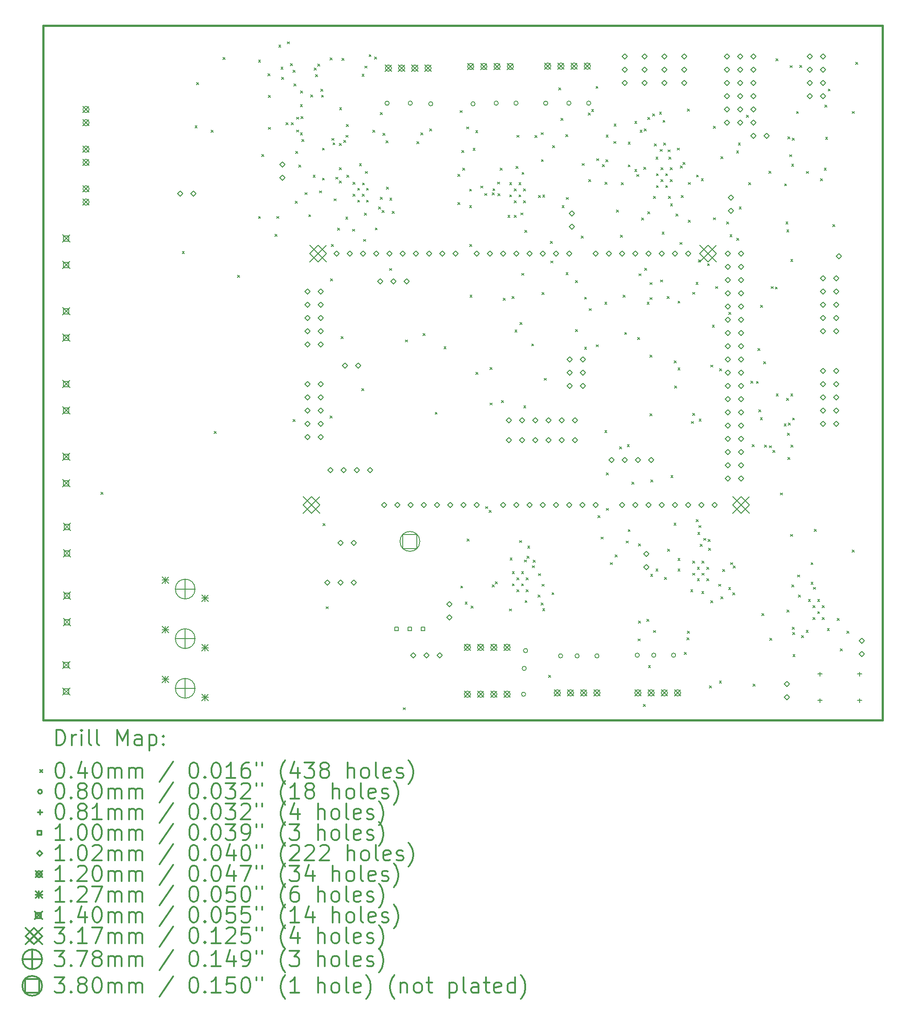
<source format=gbr>
%FSLAX45Y45*%
G04 Gerber Fmt 4.5, Leading zero omitted, Abs format (unit mm)*
G04 Created by KiCad (PCBNEW 4.0.1-stable) date Friday, April 08, 2016 'AMt' 02:22:50 AM*
%MOMM*%
G01*
G04 APERTURE LIST*
%ADD10C,0.127000*%
%ADD11C,0.381000*%
%ADD12C,0.200000*%
%ADD13C,0.300000*%
G04 APERTURE END LIST*
D10*
D11*
X6350000Y-2159000D02*
X22479000Y-2159000D01*
X6350000Y-15494000D02*
X6350000Y-2159000D01*
X22479000Y-15494000D02*
X6350000Y-15494000D01*
X22479000Y-2159000D02*
X22479000Y-15494000D01*
D12*
X7464030Y-11117900D02*
X7504030Y-11157900D01*
X7504030Y-11117900D02*
X7464030Y-11157900D01*
X9024970Y-6499410D02*
X9064970Y-6539410D01*
X9064970Y-6499410D02*
X9024970Y-6539410D01*
X9268990Y-4084850D02*
X9308990Y-4124850D01*
X9308990Y-4084850D02*
X9268990Y-4124850D01*
X9301800Y-3256600D02*
X9341800Y-3296600D01*
X9341800Y-3256600D02*
X9301800Y-3296600D01*
X9581200Y-4171000D02*
X9621200Y-4211000D01*
X9621200Y-4171000D02*
X9581200Y-4211000D01*
X9640480Y-9949490D02*
X9680480Y-9989490D01*
X9680480Y-9949490D02*
X9640480Y-9989490D01*
X9809800Y-2774000D02*
X9849800Y-2814000D01*
X9849800Y-2774000D02*
X9809800Y-2814000D01*
X10085850Y-6953070D02*
X10125850Y-6993070D01*
X10125850Y-6953070D02*
X10085850Y-6993070D01*
X10489120Y-2825900D02*
X10529120Y-2865900D01*
X10529120Y-2825900D02*
X10489120Y-2865900D01*
X10489120Y-5825570D02*
X10529120Y-5865570D01*
X10529120Y-5825570D02*
X10489120Y-5865570D01*
X10554810Y-4637290D02*
X10594810Y-4677290D01*
X10594810Y-4637290D02*
X10554810Y-4677290D01*
X10671030Y-3085900D02*
X10711030Y-3125900D01*
X10711030Y-3085900D02*
X10671030Y-3125900D01*
X10679010Y-3497900D02*
X10719010Y-3537900D01*
X10719010Y-3497900D02*
X10679010Y-3537900D01*
X10679010Y-4115020D02*
X10719010Y-4155020D01*
X10719010Y-4115020D02*
X10679010Y-4155020D01*
X10805520Y-6166780D02*
X10845520Y-6206780D01*
X10845520Y-6166780D02*
X10805520Y-6206780D01*
X10841230Y-5825570D02*
X10881230Y-5865570D01*
X10881230Y-5825570D02*
X10841230Y-5865570D01*
X10878950Y-2534500D02*
X10918950Y-2574500D01*
X10918950Y-2534500D02*
X10878950Y-2574500D01*
X10920040Y-2955900D02*
X10960040Y-2995900D01*
X10960040Y-2955900D02*
X10920040Y-2995900D01*
X10932980Y-3150900D02*
X10972980Y-3190900D01*
X10972980Y-3150900D02*
X10932980Y-3190900D01*
X11016300Y-4027490D02*
X11056300Y-4067490D01*
X11056300Y-4027490D02*
X11016300Y-4067490D01*
X11040550Y-2471450D02*
X11080550Y-2511450D01*
X11080550Y-2471450D02*
X11040550Y-2511450D01*
X11103320Y-2890900D02*
X11143320Y-2930900D01*
X11143320Y-2890900D02*
X11103320Y-2930900D01*
X11119020Y-4024200D02*
X11159020Y-4064200D01*
X11159020Y-4024200D02*
X11119020Y-4064200D01*
X11154420Y-3020900D02*
X11194420Y-3060900D01*
X11194420Y-3020900D02*
X11154420Y-3060900D01*
X11156000Y-9720900D02*
X11196000Y-9760900D01*
X11196000Y-9720900D02*
X11156000Y-9760900D01*
X11171030Y-3280840D02*
X11211030Y-3320840D01*
X11211030Y-3280840D02*
X11171030Y-3320840D01*
X11194020Y-5531130D02*
X11234020Y-5571130D01*
X11234020Y-5531130D02*
X11194020Y-5571130D01*
X11202350Y-4573960D02*
X11242350Y-4613960D01*
X11242350Y-4573960D02*
X11202350Y-4613960D01*
X11219400Y-4164420D02*
X11259400Y-4204420D01*
X11259400Y-4164420D02*
X11219400Y-4204420D01*
X11223700Y-3919540D02*
X11263700Y-3959540D01*
X11263700Y-3919540D02*
X11223700Y-3959540D01*
X11261570Y-4836170D02*
X11301570Y-4876170D01*
X11301570Y-4836170D02*
X11261570Y-4876170D01*
X11293120Y-3677960D02*
X11333120Y-3717960D01*
X11333120Y-3677960D02*
X11293120Y-3717960D01*
X11293160Y-4219260D02*
X11333160Y-4259260D01*
X11333160Y-4219260D02*
X11293160Y-4259260D01*
X11299610Y-3418730D02*
X11339610Y-3458730D01*
X11339610Y-3418730D02*
X11299610Y-3458730D01*
X11303730Y-3906870D02*
X11343730Y-3946870D01*
X11343730Y-3906870D02*
X11303730Y-3946870D01*
X11321100Y-4347530D02*
X11361100Y-4387530D01*
X11361100Y-4347530D02*
X11321100Y-4387530D01*
X11380000Y-5366410D02*
X11420000Y-5406410D01*
X11420000Y-5366410D02*
X11380000Y-5406410D01*
X11453920Y-5791590D02*
X11493920Y-5831590D01*
X11493920Y-5791590D02*
X11453920Y-5831590D01*
X11492530Y-3492060D02*
X11532530Y-3532060D01*
X11532530Y-3492060D02*
X11492530Y-3532060D01*
X11538720Y-5035050D02*
X11578720Y-5075050D01*
X11578720Y-5035050D02*
X11538720Y-5075050D01*
X11562400Y-2977200D02*
X11602400Y-3017200D01*
X11602400Y-2977200D02*
X11562400Y-3017200D01*
X11587800Y-3104200D02*
X11627800Y-3144200D01*
X11627800Y-3104200D02*
X11587800Y-3144200D01*
X11625900Y-2901000D02*
X11665900Y-2941000D01*
X11665900Y-2901000D02*
X11625900Y-2941000D01*
X11663580Y-5333580D02*
X11703580Y-5373580D01*
X11703580Y-5333580D02*
X11663580Y-5373580D01*
X11689400Y-3383600D02*
X11729400Y-3423600D01*
X11729400Y-3383600D02*
X11689400Y-3423600D01*
X11698480Y-3496290D02*
X11738480Y-3536290D01*
X11738480Y-3496290D02*
X11698480Y-3536290D01*
X11715730Y-5088800D02*
X11755730Y-5128800D01*
X11755730Y-5088800D02*
X11715730Y-5128800D01*
X11716410Y-4511430D02*
X11756410Y-4551430D01*
X11756410Y-4511430D02*
X11716410Y-4551430D01*
X11731900Y-11723870D02*
X11771900Y-11763870D01*
X11771900Y-11723870D02*
X11731900Y-11763870D01*
X11791000Y-13316750D02*
X11831000Y-13356750D01*
X11831000Y-13316750D02*
X11791000Y-13356750D01*
X11862470Y-2779660D02*
X11902470Y-2819660D01*
X11902470Y-2779660D02*
X11862470Y-2819660D01*
X11865970Y-9653760D02*
X11905970Y-9693760D01*
X11905970Y-9653760D02*
X11865970Y-9693760D01*
X11872690Y-7024400D02*
X11912690Y-7064400D01*
X11912690Y-7024400D02*
X11872690Y-7064400D01*
X11888850Y-6361330D02*
X11928850Y-6401330D01*
X11928850Y-6361330D02*
X11888850Y-6401330D01*
X11895580Y-4326790D02*
X11935580Y-4366790D01*
X11935580Y-4326790D02*
X11895580Y-4366790D01*
X11919850Y-4410980D02*
X11959850Y-4450980D01*
X11959850Y-4410980D02*
X11919850Y-4450980D01*
X11939690Y-5485420D02*
X11979690Y-5525420D01*
X11979690Y-5485420D02*
X11939690Y-5525420D01*
X11975890Y-5071520D02*
X12015890Y-5111520D01*
X12015890Y-5071520D02*
X11975890Y-5111520D01*
X12010390Y-6048410D02*
X12050390Y-6088410D01*
X12050390Y-6048410D02*
X12010390Y-6088410D01*
X12041410Y-4425140D02*
X12081410Y-4465140D01*
X12081410Y-4425140D02*
X12041410Y-4465140D01*
X12041410Y-4886940D02*
X12081410Y-4926940D01*
X12081410Y-4886940D02*
X12041410Y-4926940D01*
X12044510Y-5143210D02*
X12084510Y-5183210D01*
X12084510Y-5143210D02*
X12044510Y-5183210D01*
X12045710Y-3735050D02*
X12085710Y-3775050D01*
X12085710Y-3735050D02*
X12045710Y-3775050D01*
X12078190Y-8133400D02*
X12118190Y-8173400D01*
X12118190Y-8133400D02*
X12078190Y-8173400D01*
X12095800Y-2786700D02*
X12135800Y-2826700D01*
X12135800Y-2786700D02*
X12095800Y-2826700D01*
X12128070Y-4362610D02*
X12168070Y-4402610D01*
X12168070Y-4362610D02*
X12128070Y-4402610D01*
X12164990Y-5837300D02*
X12204990Y-5877300D01*
X12204990Y-5837300D02*
X12164990Y-5877300D01*
X12171790Y-4267830D02*
X12211790Y-4307830D01*
X12211790Y-4267830D02*
X12171790Y-4307830D01*
X12177220Y-4060960D02*
X12217220Y-4100960D01*
X12217220Y-4060960D02*
X12177220Y-4100960D01*
X12184700Y-5034600D02*
X12224700Y-5074600D01*
X12224700Y-5034600D02*
X12184700Y-5074600D01*
X12297010Y-6071140D02*
X12337010Y-6111140D01*
X12337010Y-6071140D02*
X12297010Y-6111140D01*
X12303700Y-5166900D02*
X12343700Y-5206900D01*
X12343700Y-5166900D02*
X12303700Y-5206900D01*
X12303700Y-5396900D02*
X12343700Y-5436900D01*
X12343700Y-5396900D02*
X12303700Y-5436900D01*
X12393700Y-5281900D02*
X12433700Y-5321900D01*
X12433700Y-5281900D02*
X12393700Y-5321900D01*
X12393700Y-5511900D02*
X12433700Y-5551900D01*
X12433700Y-5511900D02*
X12393700Y-5551900D01*
X12428680Y-4813950D02*
X12468680Y-4853950D01*
X12468680Y-4813950D02*
X12428680Y-4853950D01*
X12475130Y-9128690D02*
X12515130Y-9168690D01*
X12515130Y-9128690D02*
X12475130Y-9168690D01*
X12478090Y-3094560D02*
X12518090Y-3134560D01*
X12518090Y-3094560D02*
X12478090Y-3134560D01*
X12483700Y-5396900D02*
X12523700Y-5436900D01*
X12523700Y-5396900D02*
X12483700Y-5436900D01*
X12486664Y-5180202D02*
X12526664Y-5220202D01*
X12526664Y-5180202D02*
X12486664Y-5220202D01*
X12507560Y-6264860D02*
X12547560Y-6304860D01*
X12547560Y-6264860D02*
X12507560Y-6304860D01*
X12526910Y-5763930D02*
X12566910Y-5803930D01*
X12566910Y-5763930D02*
X12526910Y-5803930D01*
X12535010Y-2937690D02*
X12575010Y-2977690D01*
X12575010Y-2937690D02*
X12535010Y-2977690D01*
X12543140Y-4961330D02*
X12583140Y-5001330D01*
X12583140Y-4961330D02*
X12543140Y-5001330D01*
X12563378Y-5281900D02*
X12603378Y-5321900D01*
X12603378Y-5281900D02*
X12563378Y-5321900D01*
X12563378Y-5511900D02*
X12603378Y-5551900D01*
X12603378Y-5511900D02*
X12563378Y-5551900D01*
X12613590Y-2716190D02*
X12653590Y-2756190D01*
X12653590Y-2716190D02*
X12613590Y-2756190D01*
X12687390Y-4169870D02*
X12727390Y-4209870D01*
X12727390Y-4169870D02*
X12687390Y-4209870D01*
X12719800Y-2761520D02*
X12759800Y-2801520D01*
X12759800Y-2761520D02*
X12719800Y-2801520D01*
X12733450Y-6044810D02*
X12773450Y-6084810D01*
X12773450Y-6044810D02*
X12733450Y-6084810D01*
X12794350Y-5644600D02*
X12834350Y-5684600D01*
X12834350Y-5644600D02*
X12794350Y-5684600D01*
X12828800Y-3833410D02*
X12868800Y-3873410D01*
X12868800Y-3833410D02*
X12828800Y-3873410D01*
X12828800Y-5458790D02*
X12868800Y-5498790D01*
X12868800Y-5458790D02*
X12828800Y-5498790D01*
X12863250Y-5712000D02*
X12903250Y-5752000D01*
X12903250Y-5712000D02*
X12863250Y-5752000D01*
X12881880Y-4230310D02*
X12921880Y-4270310D01*
X12921880Y-4230310D02*
X12881880Y-4270310D01*
X12939130Y-4372790D02*
X12979130Y-4412790D01*
X12979130Y-4372790D02*
X12939130Y-4412790D01*
X12947810Y-5264400D02*
X12987810Y-5304400D01*
X12987810Y-5264400D02*
X12947810Y-5304400D01*
X13009630Y-6824570D02*
X13049630Y-6864570D01*
X13049630Y-6824570D02*
X13009630Y-6864570D01*
X13011140Y-5470790D02*
X13051140Y-5510790D01*
X13051140Y-5470790D02*
X13011140Y-5510790D01*
X13058670Y-5730270D02*
X13098670Y-5770270D01*
X13098670Y-5730270D02*
X13058670Y-5770270D01*
X13267430Y-15257340D02*
X13307430Y-15297340D01*
X13307430Y-15257340D02*
X13267430Y-15297340D01*
X13315000Y-8195440D02*
X13355000Y-8235440D01*
X13355000Y-8195440D02*
X13315000Y-8235440D01*
X13532490Y-4386900D02*
X13572490Y-4426900D01*
X13572490Y-4386900D02*
X13532490Y-4426900D01*
X13610540Y-4222310D02*
X13650540Y-4262310D01*
X13650540Y-4222310D02*
X13610540Y-4262310D01*
X13649680Y-8072900D02*
X13689680Y-8112900D01*
X13689680Y-8072900D02*
X13649680Y-8112900D01*
X13778600Y-4145160D02*
X13818600Y-4185160D01*
X13818600Y-4145160D02*
X13778600Y-4185160D01*
X13884760Y-9583470D02*
X13924760Y-9623470D01*
X13924760Y-9583470D02*
X13884760Y-9623470D01*
X14053630Y-8328140D02*
X14093630Y-8368140D01*
X14093630Y-8328140D02*
X14053630Y-8368140D01*
X14318420Y-5018700D02*
X14358420Y-5058700D01*
X14358420Y-5018700D02*
X14318420Y-5058700D01*
X14318420Y-5555610D02*
X14358420Y-5595610D01*
X14358420Y-5555610D02*
X14318420Y-5595610D01*
X14361320Y-3791760D02*
X14401320Y-3831760D01*
X14401320Y-3791760D02*
X14361320Y-3831760D01*
X14375610Y-12918710D02*
X14415610Y-12958710D01*
X14415610Y-12918710D02*
X14375610Y-12958710D01*
X14393540Y-4559790D02*
X14433540Y-4599790D01*
X14433540Y-4559790D02*
X14393540Y-4599790D01*
X14411110Y-4898610D02*
X14451110Y-4938610D01*
X14451110Y-4898610D02*
X14411110Y-4938610D01*
X14460690Y-13226810D02*
X14500690Y-13266810D01*
X14500690Y-13226810D02*
X14460690Y-13266810D01*
X14492140Y-4105110D02*
X14532140Y-4145110D01*
X14532140Y-4105110D02*
X14492140Y-4145110D01*
X14498190Y-12019600D02*
X14538190Y-12059600D01*
X14538190Y-12019600D02*
X14498190Y-12059600D01*
X14543200Y-5300320D02*
X14583200Y-5340320D01*
X14583200Y-5300320D02*
X14543200Y-5340320D01*
X14543200Y-5618140D02*
X14583200Y-5658140D01*
X14583200Y-5618140D02*
X14543200Y-5658140D01*
X14549540Y-6360970D02*
X14589540Y-6400970D01*
X14589540Y-6360970D02*
X14549540Y-6400970D01*
X14552170Y-7334710D02*
X14592170Y-7374710D01*
X14592170Y-7334710D02*
X14552170Y-7374710D01*
X14574940Y-13306510D02*
X14614940Y-13346510D01*
X14614940Y-13306510D02*
X14574940Y-13346510D01*
X14611060Y-4518990D02*
X14651060Y-4558990D01*
X14651060Y-4518990D02*
X14611060Y-4558990D01*
X14662850Y-4176160D02*
X14702850Y-4216160D01*
X14702850Y-4176160D02*
X14662850Y-4216160D01*
X14664750Y-8820090D02*
X14704750Y-8860090D01*
X14704750Y-8820090D02*
X14664750Y-8860090D01*
X14759250Y-5240690D02*
X14799250Y-5280690D01*
X14799250Y-5240690D02*
X14759250Y-5280690D01*
X14838550Y-5383730D02*
X14878550Y-5423730D01*
X14878550Y-5383730D02*
X14838550Y-5423730D01*
X14855300Y-11396430D02*
X14895300Y-11436430D01*
X14895300Y-11396430D02*
X14855300Y-11436430D01*
X14923930Y-11468010D02*
X14963930Y-11508010D01*
X14963930Y-11468010D02*
X14923930Y-11508010D01*
X14940850Y-8725620D02*
X14980850Y-8765620D01*
X14980850Y-8725620D02*
X14940850Y-8765620D01*
X14940850Y-9406210D02*
X14980850Y-9446210D01*
X14980850Y-9406210D02*
X14940850Y-9446210D01*
X14978460Y-5371230D02*
X15018460Y-5411230D01*
X15018460Y-5371230D02*
X14978460Y-5411230D01*
X14980230Y-12895620D02*
X15020230Y-12935620D01*
X15020230Y-12895620D02*
X14980230Y-12935620D01*
X14991840Y-5291100D02*
X15031840Y-5331100D01*
X15031840Y-5291100D02*
X14991840Y-5331100D01*
X15039590Y-12837080D02*
X15079590Y-12877080D01*
X15079590Y-12837080D02*
X15039590Y-12877080D01*
X15080150Y-5163570D02*
X15120150Y-5203570D01*
X15120150Y-5163570D02*
X15080150Y-5203570D01*
X15090030Y-5386330D02*
X15130030Y-5426330D01*
X15130030Y-5386330D02*
X15090030Y-5426330D01*
X15131100Y-4894900D02*
X15171100Y-4934900D01*
X15171100Y-4894900D02*
X15131100Y-4934900D01*
X15155960Y-9358030D02*
X15195960Y-9398030D01*
X15195960Y-9358030D02*
X15155960Y-9398030D01*
X15190650Y-7397240D02*
X15230650Y-7437240D01*
X15230650Y-7397240D02*
X15190650Y-7437240D01*
X15280830Y-5804300D02*
X15320830Y-5844300D01*
X15320830Y-5804300D02*
X15280830Y-5844300D01*
X15308900Y-13359450D02*
X15348900Y-13399450D01*
X15348900Y-13359450D02*
X15308900Y-13399450D01*
X15313600Y-5179600D02*
X15353600Y-5219600D01*
X15353600Y-5179600D02*
X15313600Y-5219600D01*
X15313600Y-5409600D02*
X15353600Y-5449600D01*
X15353600Y-5409600D02*
X15313600Y-5449600D01*
X15322850Y-12383280D02*
X15362850Y-12423280D01*
X15362850Y-12383280D02*
X15322850Y-12423280D01*
X15360320Y-7361610D02*
X15400320Y-7401610D01*
X15400320Y-7361610D02*
X15360320Y-7401610D01*
X15364400Y-12647200D02*
X15404400Y-12687200D01*
X15404400Y-12647200D02*
X15364400Y-12687200D01*
X15364400Y-12877200D02*
X15404400Y-12917200D01*
X15404400Y-12877200D02*
X15364400Y-12917200D01*
X15403600Y-5294600D02*
X15443600Y-5334600D01*
X15443600Y-5294600D02*
X15403600Y-5334600D01*
X15403600Y-5524600D02*
X15443600Y-5564600D01*
X15443600Y-5524600D02*
X15403600Y-5564600D01*
X15404150Y-5802950D02*
X15444150Y-5842950D01*
X15444150Y-5802950D02*
X15404150Y-5842950D01*
X15416860Y-8006400D02*
X15456860Y-8046400D01*
X15456860Y-8006400D02*
X15416860Y-8046400D01*
X15440040Y-4866280D02*
X15480040Y-4906280D01*
X15480040Y-4866280D02*
X15440040Y-4906280D01*
X15454400Y-12762200D02*
X15494400Y-12802200D01*
X15494400Y-12762200D02*
X15454400Y-12802200D01*
X15454400Y-12992200D02*
X15494400Y-13032200D01*
X15494400Y-12992200D02*
X15454400Y-13032200D01*
X15454950Y-4266250D02*
X15494950Y-4306250D01*
X15494950Y-4266250D02*
X15454950Y-4306250D01*
X15493600Y-5179600D02*
X15533600Y-5219600D01*
X15533600Y-5179600D02*
X15493600Y-5219600D01*
X15493600Y-5409600D02*
X15533600Y-5449600D01*
X15533600Y-5409600D02*
X15493600Y-5449600D01*
X15505170Y-12047300D02*
X15545170Y-12087300D01*
X15545170Y-12047300D02*
X15505170Y-12087300D01*
X15511750Y-7862710D02*
X15551750Y-7902710D01*
X15551750Y-7862710D02*
X15511750Y-7902710D01*
X15531170Y-5756260D02*
X15571170Y-5796260D01*
X15571170Y-5756260D02*
X15531170Y-5796260D01*
X15544400Y-12647200D02*
X15584400Y-12687200D01*
X15584400Y-12647200D02*
X15544400Y-12687200D01*
X15544400Y-12877200D02*
X15584400Y-12917200D01*
X15584400Y-12877200D02*
X15544400Y-12917200D01*
X15549660Y-6917890D02*
X15589660Y-6957890D01*
X15589660Y-6917890D02*
X15549660Y-6957890D01*
X15551220Y-4976810D02*
X15591220Y-5016810D01*
X15591220Y-4976810D02*
X15551220Y-5016810D01*
X15583600Y-5294600D02*
X15623600Y-5334600D01*
X15623600Y-5294600D02*
X15583600Y-5334600D01*
X15583600Y-5524600D02*
X15623600Y-5564600D01*
X15623600Y-5524600D02*
X15583600Y-5564600D01*
X15585250Y-9463270D02*
X15625250Y-9503270D01*
X15625250Y-9463270D02*
X15585250Y-9503270D01*
X15601300Y-12420830D02*
X15641300Y-12460830D01*
X15641300Y-12420830D02*
X15601300Y-12460830D01*
X15608350Y-6088700D02*
X15648350Y-6128700D01*
X15648350Y-6088700D02*
X15608350Y-6128700D01*
X15611410Y-13198380D02*
X15651410Y-13238380D01*
X15651410Y-13198380D02*
X15611410Y-13238380D01*
X15634400Y-12762200D02*
X15674400Y-12802200D01*
X15674400Y-12762200D02*
X15634400Y-12802200D01*
X15634400Y-12992200D02*
X15674400Y-13032200D01*
X15674400Y-12992200D02*
X15634400Y-13032200D01*
X15648180Y-12347500D02*
X15688180Y-12387500D01*
X15688180Y-12347500D02*
X15648180Y-12387500D01*
X15662610Y-12153240D02*
X15702610Y-12193240D01*
X15702610Y-12153240D02*
X15662610Y-12193240D01*
X15737520Y-8271750D02*
X15777520Y-8311750D01*
X15777520Y-8271750D02*
X15737520Y-8311750D01*
X15750590Y-12529700D02*
X15790590Y-12569700D01*
X15790590Y-12529700D02*
X15750590Y-12569700D01*
X15765890Y-12425760D02*
X15805890Y-12465760D01*
X15805890Y-12425760D02*
X15765890Y-12465760D01*
X15804200Y-4272600D02*
X15844200Y-4312600D01*
X15844200Y-4272600D02*
X15804200Y-4312600D01*
X15858080Y-13094770D02*
X15898080Y-13134770D01*
X15898080Y-13094770D02*
X15858080Y-13134770D01*
X15869730Y-5420690D02*
X15909730Y-5460690D01*
X15909730Y-5420690D02*
X15869730Y-5460690D01*
X15871600Y-12682160D02*
X15911600Y-12722160D01*
X15911600Y-12682160D02*
X15871600Y-12722160D01*
X15917610Y-13244170D02*
X15957610Y-13284170D01*
X15957610Y-13244170D02*
X15917610Y-13284170D01*
X15918500Y-4215450D02*
X15958500Y-4255450D01*
X15958500Y-4215450D02*
X15918500Y-4255450D01*
X15925170Y-4731700D02*
X15965170Y-4771700D01*
X15965170Y-4731700D02*
X15925170Y-4771700D01*
X15935100Y-7283860D02*
X15975100Y-7323860D01*
X15975100Y-7283860D02*
X15935100Y-7323860D01*
X15937630Y-12886950D02*
X15977630Y-12926950D01*
X15977630Y-12886950D02*
X15937630Y-12926950D01*
X15949790Y-13353030D02*
X15989790Y-13393030D01*
X15989790Y-13353030D02*
X15949790Y-13393030D01*
X15950360Y-5414000D02*
X15990360Y-5454000D01*
X15990360Y-5414000D02*
X15950360Y-5454000D01*
X15977620Y-8932330D02*
X16017620Y-8972330D01*
X16017620Y-8932330D02*
X15977620Y-8972330D01*
X16061620Y-14633810D02*
X16101620Y-14673810D01*
X16101620Y-14633810D02*
X16061620Y-14673810D01*
X16100940Y-6303380D02*
X16140940Y-6343380D01*
X16140940Y-6303380D02*
X16100940Y-6343380D01*
X16105610Y-6680030D02*
X16145610Y-6720030D01*
X16145610Y-6680030D02*
X16105610Y-6720030D01*
X16127900Y-13047250D02*
X16167900Y-13087250D01*
X16167900Y-13047250D02*
X16127900Y-13087250D01*
X16140750Y-4463100D02*
X16180750Y-4503100D01*
X16180750Y-4463100D02*
X16140750Y-4503100D01*
X16258170Y-3357400D02*
X16298170Y-3397400D01*
X16298170Y-3357400D02*
X16258170Y-3397400D01*
X16298050Y-3940900D02*
X16338050Y-3980900D01*
X16338050Y-3940900D02*
X16298050Y-3980900D01*
X16322510Y-5615710D02*
X16362510Y-5655710D01*
X16362510Y-5615710D02*
X16322510Y-5655710D01*
X16393880Y-4254270D02*
X16433880Y-4294270D01*
X16433880Y-4254270D02*
X16393880Y-4294270D01*
X16399510Y-6905760D02*
X16439510Y-6945760D01*
X16439510Y-6905760D02*
X16399510Y-6945760D01*
X16403400Y-5460590D02*
X16443400Y-5500590D01*
X16443400Y-5460590D02*
X16403400Y-5500590D01*
X16578900Y-7055700D02*
X16618900Y-7095700D01*
X16618900Y-7055700D02*
X16578900Y-7095700D01*
X16578900Y-7994560D02*
X16618900Y-8034560D01*
X16618900Y-7994560D02*
X16578900Y-8034560D01*
X16687570Y-6201510D02*
X16727570Y-6241510D01*
X16727570Y-6201510D02*
X16687570Y-6241510D01*
X16708060Y-4807690D02*
X16748060Y-4847690D01*
X16748060Y-4807690D02*
X16708060Y-4847690D01*
X16753790Y-7373960D02*
X16793790Y-7413960D01*
X16793790Y-7373960D02*
X16753790Y-7413960D01*
X16753790Y-8334280D02*
X16793790Y-8374280D01*
X16793790Y-8334280D02*
X16753790Y-8374280D01*
X16824760Y-3839790D02*
X16864760Y-3879790D01*
X16864760Y-3839790D02*
X16824760Y-3879790D01*
X16835970Y-5117400D02*
X16875970Y-5157400D01*
X16875970Y-5117400D02*
X16835970Y-5157400D01*
X16845600Y-7593650D02*
X16885600Y-7633650D01*
X16885600Y-7593650D02*
X16845600Y-7633650D01*
X16889880Y-3768420D02*
X16929880Y-3808420D01*
X16929880Y-3768420D02*
X16889880Y-3808420D01*
X16974410Y-3326670D02*
X17014410Y-3366670D01*
X17014410Y-3326670D02*
X16974410Y-3366670D01*
X16980990Y-8288500D02*
X17020990Y-8328500D01*
X17020990Y-8288500D02*
X16980990Y-8328500D01*
X16988710Y-4714430D02*
X17028710Y-4754430D01*
X17028710Y-4714430D02*
X16988710Y-4754430D01*
X17009629Y-11568750D02*
X17049629Y-11608750D01*
X17049629Y-11568750D02*
X17009629Y-11608750D01*
X17072130Y-11979340D02*
X17112130Y-12019340D01*
X17112130Y-11979340D02*
X17072130Y-12019340D01*
X17095740Y-4831740D02*
X17135740Y-4871740D01*
X17135740Y-4831740D02*
X17095740Y-4871740D01*
X17142560Y-7470070D02*
X17182560Y-7510070D01*
X17182560Y-7470070D02*
X17142560Y-7510070D01*
X17143250Y-9933840D02*
X17183250Y-9973840D01*
X17183250Y-9933840D02*
X17143250Y-9973840D01*
X17150400Y-5167950D02*
X17190400Y-5207950D01*
X17190400Y-5167950D02*
X17150400Y-5207950D01*
X17166260Y-4735220D02*
X17206260Y-4775220D01*
X17206260Y-4735220D02*
X17166260Y-4775220D01*
X17169030Y-4264880D02*
X17209030Y-4304880D01*
X17209030Y-4264880D02*
X17169030Y-4304880D01*
X17175800Y-10749600D02*
X17215800Y-10789600D01*
X17215800Y-10749600D02*
X17175800Y-10789600D01*
X17175800Y-11429050D02*
X17215800Y-11469050D01*
X17215800Y-11429050D02*
X17175800Y-11469050D01*
X17252000Y-12470450D02*
X17292000Y-12510450D01*
X17292000Y-12470450D02*
X17252000Y-12510450D01*
X17316640Y-4384610D02*
X17356640Y-4424610D01*
X17356640Y-4384610D02*
X17316640Y-4424610D01*
X17321170Y-4049750D02*
X17361170Y-4089750D01*
X17361170Y-4049750D02*
X17321170Y-4089750D01*
X17340900Y-12324400D02*
X17380900Y-12364400D01*
X17380900Y-12324400D02*
X17340900Y-12364400D01*
X17366300Y-5701350D02*
X17406300Y-5741350D01*
X17406300Y-5701350D02*
X17366300Y-5741350D01*
X17425760Y-10247850D02*
X17465760Y-10287850D01*
X17465760Y-10247850D02*
X17425760Y-10287850D01*
X17442710Y-6184000D02*
X17482710Y-6224000D01*
X17482710Y-6184000D02*
X17442710Y-6224000D01*
X17461990Y-5176650D02*
X17501990Y-5216650D01*
X17501990Y-5176650D02*
X17461990Y-5216650D01*
X17494430Y-7334770D02*
X17534430Y-7374770D01*
X17534430Y-7334770D02*
X17494430Y-7374770D01*
X17525050Y-8050850D02*
X17565050Y-8090850D01*
X17565050Y-8050850D02*
X17525050Y-8090850D01*
X17553300Y-12057120D02*
X17593300Y-12097120D01*
X17593300Y-12057120D02*
X17553300Y-12097120D01*
X17574890Y-10203570D02*
X17614890Y-10243570D01*
X17614890Y-10203570D02*
X17574890Y-10243570D01*
X17591640Y-4398220D02*
X17631640Y-4438220D01*
X17631640Y-4398220D02*
X17591640Y-4438220D01*
X17591640Y-4834270D02*
X17631640Y-4874270D01*
X17631640Y-4834270D02*
X17591640Y-4874270D01*
X17592830Y-11836670D02*
X17632830Y-11876670D01*
X17632830Y-11836670D02*
X17592830Y-11876670D01*
X17664750Y-10927400D02*
X17704750Y-10967400D01*
X17704750Y-10927400D02*
X17664750Y-10967400D01*
X17718440Y-3998840D02*
X17758440Y-4038840D01*
X17758440Y-3998840D02*
X17718440Y-4038840D01*
X17718440Y-4924990D02*
X17758440Y-4964990D01*
X17758440Y-4924990D02*
X17718440Y-4964990D01*
X17755570Y-5020220D02*
X17795570Y-5060220D01*
X17795570Y-5020220D02*
X17755570Y-5060220D01*
X17771720Y-8147170D02*
X17811720Y-8187170D01*
X17811720Y-8147170D02*
X17771720Y-8187170D01*
X17781130Y-13935750D02*
X17821130Y-13975750D01*
X17821130Y-13935750D02*
X17781130Y-13975750D01*
X17788430Y-13592800D02*
X17828430Y-13632800D01*
X17828430Y-13592800D02*
X17788430Y-13632800D01*
X17791110Y-12108950D02*
X17831110Y-12148950D01*
X17831110Y-12108950D02*
X17791110Y-12148950D01*
X17801900Y-6926230D02*
X17841900Y-6966230D01*
X17841900Y-6926230D02*
X17801900Y-6966230D01*
X17819690Y-4171000D02*
X17859690Y-4211000D01*
X17859690Y-4171000D02*
X17819690Y-4211000D01*
X17853180Y-5853220D02*
X17893180Y-5893220D01*
X17893180Y-5853220D02*
X17853180Y-5893220D01*
X17887010Y-15193550D02*
X17927010Y-15233550D01*
X17927010Y-15193550D02*
X17887010Y-15233550D01*
X17890410Y-4883570D02*
X17930410Y-4923570D01*
X17930410Y-4883570D02*
X17890410Y-4923570D01*
X17903400Y-4142360D02*
X17943400Y-4182360D01*
X17943400Y-4142360D02*
X17903400Y-4182360D01*
X17907190Y-6821740D02*
X17947190Y-6861740D01*
X17947190Y-6821740D02*
X17907190Y-6861740D01*
X17950500Y-13556300D02*
X17990500Y-13596300D01*
X17990500Y-13556300D02*
X17950500Y-13596300D01*
X17957250Y-7470070D02*
X17997250Y-7510070D01*
X17997250Y-7470070D02*
X17957250Y-7510070D01*
X17966750Y-3921650D02*
X18006750Y-3961650D01*
X18006750Y-3921650D02*
X17966750Y-3961650D01*
X17969550Y-5733100D02*
X18009550Y-5773100D01*
X18009550Y-5733100D02*
X17969550Y-5773100D01*
X17982480Y-14449640D02*
X18022480Y-14489640D01*
X18022480Y-14449640D02*
X17982480Y-14489640D01*
X18008770Y-7094670D02*
X18048770Y-7134670D01*
X18048770Y-7094670D02*
X18008770Y-7134670D01*
X18008900Y-7383080D02*
X18048900Y-7423080D01*
X18048900Y-7383080D02*
X18008900Y-7423080D01*
X18008900Y-8487640D02*
X18048900Y-8527640D01*
X18048900Y-8487640D02*
X18008900Y-8527640D01*
X18008900Y-9613810D02*
X18048900Y-9653810D01*
X18048900Y-9613810D02*
X18008900Y-9653810D01*
X18023050Y-12695950D02*
X18063050Y-12735950D01*
X18063050Y-12695950D02*
X18023050Y-12735950D01*
X18026700Y-10882950D02*
X18066700Y-10922950D01*
X18066700Y-10882950D02*
X18026700Y-10922950D01*
X18061120Y-3857470D02*
X18101120Y-3897470D01*
X18101120Y-3857470D02*
X18061120Y-3897470D01*
X18076440Y-5436570D02*
X18116440Y-5476570D01*
X18116440Y-5436570D02*
X18076440Y-5476570D01*
X18078830Y-13773700D02*
X18118830Y-13813700D01*
X18118830Y-13773700D02*
X18078830Y-13813700D01*
X18093160Y-4432930D02*
X18133160Y-4472930D01*
X18133160Y-4432930D02*
X18093160Y-4472930D01*
X18125580Y-4683210D02*
X18165580Y-4723210D01*
X18165580Y-4683210D02*
X18125580Y-4723210D01*
X18125880Y-12596330D02*
X18165880Y-12636330D01*
X18165880Y-12596330D02*
X18125880Y-12636330D01*
X18133000Y-5002500D02*
X18173000Y-5042500D01*
X18173000Y-5002500D02*
X18133000Y-5042500D01*
X18133000Y-5232500D02*
X18173000Y-5272500D01*
X18173000Y-5232500D02*
X18133000Y-5272500D01*
X18192680Y-3820290D02*
X18232680Y-3860290D01*
X18232680Y-3820290D02*
X18192680Y-3860290D01*
X18207390Y-4538080D02*
X18247390Y-4578080D01*
X18247390Y-4538080D02*
X18207390Y-4578080D01*
X18216610Y-7043280D02*
X18256610Y-7083280D01*
X18256610Y-7043280D02*
X18216610Y-7083280D01*
X18223000Y-4887500D02*
X18263000Y-4927500D01*
X18263000Y-4887500D02*
X18223000Y-4927500D01*
X18223000Y-5117500D02*
X18263000Y-5157500D01*
X18263000Y-5117500D02*
X18223000Y-5157500D01*
X18245110Y-6126800D02*
X18285110Y-6166800D01*
X18285110Y-6126800D02*
X18245110Y-6166800D01*
X18260810Y-3979090D02*
X18300810Y-4019090D01*
X18300810Y-3979090D02*
X18260810Y-4019090D01*
X18271760Y-4417860D02*
X18311760Y-4457860D01*
X18311760Y-4417860D02*
X18271760Y-4457860D01*
X18292740Y-12756310D02*
X18332740Y-12796310D01*
X18332740Y-12756310D02*
X18292740Y-12796310D01*
X18313000Y-5002500D02*
X18353000Y-5042500D01*
X18353000Y-5002500D02*
X18313000Y-5042500D01*
X18313000Y-5232500D02*
X18353000Y-5272500D01*
X18353000Y-5232500D02*
X18313000Y-5272500D01*
X18343600Y-7364330D02*
X18383600Y-7404330D01*
X18383600Y-7364330D02*
X18343600Y-7404330D01*
X18349180Y-12213930D02*
X18389180Y-12253930D01*
X18389180Y-12213930D02*
X18349180Y-12253930D01*
X18360180Y-4546910D02*
X18400180Y-4586910D01*
X18400180Y-4546910D02*
X18360180Y-4586910D01*
X18368240Y-5437800D02*
X18408240Y-5477800D01*
X18408240Y-5437800D02*
X18368240Y-5477800D01*
X18377660Y-4683750D02*
X18417660Y-4723750D01*
X18417660Y-4683750D02*
X18377660Y-4723750D01*
X18403000Y-4887500D02*
X18443000Y-4927500D01*
X18443000Y-4887500D02*
X18403000Y-4927500D01*
X18403000Y-5117500D02*
X18443000Y-5157500D01*
X18443000Y-5117500D02*
X18403000Y-5157500D01*
X18404060Y-5580360D02*
X18444060Y-5620360D01*
X18444060Y-5580360D02*
X18404060Y-5620360D01*
X18414050Y-10800400D02*
X18454050Y-10840400D01*
X18454050Y-10800400D02*
X18414050Y-10840400D01*
X18472320Y-11711040D02*
X18512320Y-11751040D01*
X18512320Y-11711040D02*
X18472320Y-11751040D01*
X18476720Y-8595230D02*
X18516720Y-8635230D01*
X18516720Y-8595230D02*
X18476720Y-8635230D01*
X18484850Y-9077930D02*
X18524850Y-9117930D01*
X18524850Y-9077930D02*
X18484850Y-9117930D01*
X18511880Y-5780350D02*
X18551880Y-5820350D01*
X18551880Y-5780350D02*
X18511880Y-5820350D01*
X18535640Y-4512870D02*
X18575640Y-4552870D01*
X18575640Y-4512870D02*
X18535640Y-4552870D01*
X18548850Y-7450350D02*
X18588850Y-7490350D01*
X18588850Y-7450350D02*
X18548850Y-7490350D01*
X18549580Y-8733850D02*
X18589580Y-8773850D01*
X18589580Y-8733850D02*
X18549580Y-8773850D01*
X18549990Y-12388680D02*
X18589990Y-12428680D01*
X18589990Y-12388680D02*
X18549990Y-12428680D01*
X18549990Y-12591500D02*
X18589990Y-12631500D01*
X18589990Y-12591500D02*
X18549990Y-12631500D01*
X18585500Y-6323650D02*
X18625500Y-6363650D01*
X18625500Y-6323650D02*
X18585500Y-6363650D01*
X18596140Y-4857140D02*
X18636140Y-4897140D01*
X18636140Y-4857140D02*
X18596140Y-4897140D01*
X18611190Y-5421950D02*
X18651190Y-5461950D01*
X18651190Y-5421950D02*
X18611190Y-5461950D01*
X18643970Y-4787880D02*
X18683970Y-4827880D01*
X18683970Y-4787880D02*
X18643970Y-4827880D01*
X18670520Y-14192490D02*
X18710520Y-14232490D01*
X18710520Y-14192490D02*
X18670520Y-14232490D01*
X18725200Y-13911900D02*
X18765200Y-13951900D01*
X18765200Y-13911900D02*
X18725200Y-13951900D01*
X18727980Y-3763940D02*
X18767980Y-3803940D01*
X18767980Y-3763940D02*
X18727980Y-3803940D01*
X18733300Y-13788090D02*
X18773300Y-13828090D01*
X18773300Y-13788090D02*
X18733300Y-13828090D01*
X18747350Y-5173650D02*
X18787350Y-5213650D01*
X18787350Y-5173650D02*
X18747350Y-5213650D01*
X18747350Y-5894640D02*
X18787350Y-5934640D01*
X18787350Y-5894640D02*
X18747350Y-5934640D01*
X18793370Y-12993010D02*
X18833370Y-13033010D01*
X18833370Y-12993010D02*
X18793370Y-13033010D01*
X18808690Y-9761660D02*
X18848690Y-9801660D01*
X18848690Y-9761660D02*
X18808690Y-9801660D01*
X18831500Y-12444000D02*
X18871500Y-12484000D01*
X18871500Y-12444000D02*
X18831500Y-12484000D01*
X18831500Y-12674000D02*
X18871500Y-12714000D01*
X18871500Y-12674000D02*
X18831500Y-12714000D01*
X18832770Y-7280380D02*
X18872770Y-7320380D01*
X18872770Y-7280380D02*
X18832770Y-7320380D01*
X18832770Y-9607480D02*
X18872770Y-9647480D01*
X18872770Y-9607480D02*
X18832770Y-9647480D01*
X18896290Y-7090120D02*
X18936290Y-7130120D01*
X18936290Y-7090120D02*
X18896290Y-7130120D01*
X18897510Y-11646110D02*
X18937510Y-11686110D01*
X18937510Y-11646110D02*
X18897510Y-11686110D01*
X18903950Y-5029160D02*
X18943950Y-5069160D01*
X18943950Y-5029160D02*
X18903950Y-5069160D01*
X18921500Y-12559000D02*
X18961500Y-12599000D01*
X18961500Y-12559000D02*
X18921500Y-12599000D01*
X18921500Y-12777798D02*
X18961500Y-12817798D01*
X18961500Y-12777798D02*
X18921500Y-12817798D01*
X18930090Y-11889380D02*
X18970090Y-11929380D01*
X18970090Y-11889380D02*
X18930090Y-11929380D01*
X18942210Y-6660220D02*
X18982210Y-6700220D01*
X18982210Y-6660220D02*
X18942210Y-6700220D01*
X18950220Y-11760690D02*
X18990220Y-11800690D01*
X18990220Y-11760690D02*
X18950220Y-11800690D01*
X18955260Y-9713490D02*
X18995260Y-9753490D01*
X18995260Y-9713490D02*
X18955260Y-9753490D01*
X18977010Y-12120340D02*
X19017010Y-12160340D01*
X19017010Y-12120340D02*
X18977010Y-12160340D01*
X18997610Y-5103480D02*
X19037610Y-5143480D01*
X19037610Y-5103480D02*
X18997610Y-5143480D01*
X19006920Y-13023130D02*
X19046920Y-13063130D01*
X19046920Y-13023130D02*
X19006920Y-13063130D01*
X19011500Y-12444000D02*
X19051500Y-12484000D01*
X19051500Y-12444000D02*
X19011500Y-12484000D01*
X19011500Y-12674000D02*
X19051500Y-12714000D01*
X19051500Y-12674000D02*
X19011500Y-12714000D01*
X19041500Y-12005770D02*
X19081500Y-12045770D01*
X19081500Y-12005770D02*
X19041500Y-12045770D01*
X19101500Y-12559000D02*
X19141500Y-12599000D01*
X19141500Y-12559000D02*
X19101500Y-12599000D01*
X19101500Y-12777798D02*
X19141500Y-12817798D01*
X19141500Y-12777798D02*
X19101500Y-12817798D01*
X19116700Y-6729990D02*
X19156700Y-6769990D01*
X19156700Y-6729990D02*
X19116700Y-6769990D01*
X19127130Y-12024510D02*
X19167130Y-12064510D01*
X19167130Y-12024510D02*
X19127130Y-12064510D01*
X19138240Y-12193760D02*
X19178240Y-12233760D01*
X19178240Y-12193760D02*
X19138240Y-12233760D01*
X19157000Y-14839000D02*
X19197000Y-14879000D01*
X19197000Y-14839000D02*
X19157000Y-14879000D01*
X19179230Y-8678400D02*
X19219230Y-8718400D01*
X19219230Y-8678400D02*
X19179230Y-8718400D01*
X19179760Y-13203120D02*
X19219760Y-13243120D01*
X19219760Y-13203120D02*
X19179760Y-13243120D01*
X19210490Y-7912310D02*
X19250490Y-7952310D01*
X19250490Y-7912310D02*
X19210490Y-7952310D01*
X19231300Y-5850200D02*
X19271300Y-5890200D01*
X19271300Y-5850200D02*
X19231300Y-5890200D01*
X19233200Y-4094800D02*
X19273200Y-4134800D01*
X19273200Y-4094800D02*
X19233200Y-4134800D01*
X19270470Y-7169860D02*
X19310470Y-7209860D01*
X19310470Y-7169860D02*
X19270470Y-7209860D01*
X19331510Y-12885290D02*
X19371510Y-12925290D01*
X19371510Y-12885290D02*
X19331510Y-12925290D01*
X19344960Y-14741990D02*
X19384960Y-14781990D01*
X19384960Y-14741990D02*
X19344960Y-14781990D01*
X19349650Y-8750590D02*
X19389650Y-8790590D01*
X19389650Y-8750590D02*
X19349650Y-8790590D01*
X19372900Y-4679000D02*
X19412900Y-4719000D01*
X19412900Y-4679000D02*
X19372900Y-4719000D01*
X19372900Y-13124500D02*
X19412900Y-13164500D01*
X19412900Y-13124500D02*
X19372900Y-13164500D01*
X19411000Y-12603800D02*
X19451000Y-12643800D01*
X19451000Y-12603800D02*
X19411000Y-12643800D01*
X19484650Y-5930420D02*
X19524650Y-5970420D01*
X19524650Y-5930420D02*
X19484650Y-5970420D01*
X19523630Y-12951430D02*
X19563630Y-12991430D01*
X19563630Y-12951430D02*
X19523630Y-12991430D01*
X19525520Y-7663500D02*
X19565520Y-7703500D01*
X19565520Y-7663500D02*
X19525520Y-7703500D01*
X19547190Y-6175580D02*
X19587190Y-6215580D01*
X19587190Y-6175580D02*
X19547190Y-6215580D01*
X19557890Y-12471650D02*
X19597890Y-12511650D01*
X19597890Y-12471650D02*
X19557890Y-12511650D01*
X19601500Y-13048300D02*
X19641500Y-13088300D01*
X19641500Y-13048300D02*
X19601500Y-13088300D01*
X19612870Y-12534190D02*
X19652870Y-12574190D01*
X19652870Y-12534190D02*
X19612870Y-12574190D01*
X19673890Y-4569110D02*
X19713890Y-4609110D01*
X19713890Y-4569110D02*
X19673890Y-4609110D01*
X19678960Y-6244390D02*
X19718960Y-6284390D01*
X19718960Y-6244390D02*
X19678960Y-6284390D01*
X19708610Y-4417380D02*
X19748610Y-4457380D01*
X19748610Y-4417380D02*
X19708610Y-4457380D01*
X19725180Y-5641660D02*
X19765180Y-5681660D01*
X19765180Y-5641660D02*
X19725180Y-5681660D01*
X19867060Y-3880860D02*
X19907060Y-3920860D01*
X19907060Y-3880860D02*
X19867060Y-3920860D01*
X19906300Y-5174300D02*
X19946300Y-5214300D01*
X19946300Y-5174300D02*
X19906300Y-5214300D01*
X19951850Y-8987900D02*
X19991850Y-9027900D01*
X19991850Y-8987900D02*
X19951850Y-9027900D01*
X19974700Y-10203570D02*
X20014700Y-10243570D01*
X20014700Y-10203570D02*
X19974700Y-10243570D01*
X19995200Y-14800900D02*
X20035200Y-14840900D01*
X20035200Y-14800900D02*
X19995200Y-14840900D01*
X20056970Y-8991860D02*
X20096970Y-9031860D01*
X20096970Y-8991860D02*
X20056970Y-9031860D01*
X20086260Y-8358930D02*
X20126260Y-8398930D01*
X20126260Y-8358930D02*
X20086260Y-8398930D01*
X20101100Y-9540170D02*
X20141100Y-9580170D01*
X20141100Y-9540170D02*
X20101100Y-9580170D01*
X20131120Y-9690430D02*
X20171120Y-9730430D01*
X20171120Y-9690430D02*
X20131120Y-9730430D01*
X20139180Y-7531350D02*
X20179180Y-7571350D01*
X20179180Y-7531350D02*
X20139180Y-7571350D01*
X20164500Y-13447040D02*
X20204500Y-13487040D01*
X20204500Y-13447040D02*
X20164500Y-13487040D01*
X20193830Y-8616050D02*
X20233830Y-8656050D01*
X20233830Y-8616050D02*
X20193830Y-8656050D01*
X20214370Y-10214210D02*
X20254370Y-10254210D01*
X20254370Y-10214210D02*
X20214370Y-10254210D01*
X20300000Y-4955900D02*
X20340000Y-4995900D01*
X20340000Y-4955900D02*
X20300000Y-4995900D01*
X20304430Y-10228240D02*
X20344430Y-10268240D01*
X20344430Y-10228240D02*
X20304430Y-10268240D01*
X20315060Y-13920760D02*
X20355060Y-13960760D01*
X20355060Y-13920760D02*
X20315060Y-13960760D01*
X20339520Y-7169860D02*
X20379520Y-7209860D01*
X20379520Y-7169860D02*
X20339520Y-7209860D01*
X20374640Y-10318260D02*
X20414640Y-10358260D01*
X20414640Y-10318260D02*
X20374640Y-10358260D01*
X20420010Y-7178700D02*
X20460010Y-7218700D01*
X20460010Y-7178700D02*
X20420010Y-7218700D01*
X20431200Y-2797290D02*
X20471200Y-2837290D01*
X20471200Y-2797290D02*
X20431200Y-2837290D01*
X20437170Y-9232680D02*
X20477170Y-9272680D01*
X20477170Y-9232680D02*
X20437170Y-9272680D01*
X20515430Y-11132410D02*
X20555430Y-11172410D01*
X20555430Y-11132410D02*
X20515430Y-11172410D01*
X20589790Y-9807550D02*
X20629790Y-9847550D01*
X20629790Y-9807550D02*
X20589790Y-9847550D01*
X20597790Y-5198310D02*
X20637790Y-5238310D01*
X20637790Y-5198310D02*
X20597790Y-5238310D01*
X20623610Y-5930420D02*
X20663610Y-5970420D01*
X20663610Y-5930420D02*
X20623610Y-5970420D01*
X20634650Y-9320060D02*
X20674650Y-9360060D01*
X20674650Y-9320060D02*
X20634650Y-9360060D01*
X20639680Y-6085540D02*
X20679680Y-6125540D01*
X20679680Y-6085540D02*
X20639680Y-6125540D01*
X20647380Y-13378100D02*
X20687380Y-13418100D01*
X20687380Y-13378100D02*
X20647380Y-13418100D01*
X20651620Y-9986820D02*
X20691620Y-10026820D01*
X20691620Y-9986820D02*
X20651620Y-10026820D01*
X20659530Y-10454620D02*
X20699530Y-10494620D01*
X20699530Y-10454620D02*
X20659530Y-10494620D01*
X20661850Y-4298350D02*
X20701850Y-4338350D01*
X20701850Y-4298350D02*
X20661850Y-4338350D01*
X20669830Y-9793640D02*
X20709830Y-9833640D01*
X20709830Y-9793640D02*
X20669830Y-9833640D01*
X20696160Y-4638410D02*
X20736160Y-4678410D01*
X20736160Y-4638410D02*
X20696160Y-4678410D01*
X20706590Y-2929370D02*
X20746590Y-2969370D01*
X20746590Y-2929370D02*
X20706590Y-2969370D01*
X20712210Y-11929880D02*
X20752210Y-11969880D01*
X20752210Y-11929880D02*
X20712210Y-11969880D01*
X20715440Y-9232680D02*
X20755440Y-9272680D01*
X20755440Y-9232680D02*
X20715440Y-9272680D01*
X20717000Y-6647500D02*
X20757000Y-6687500D01*
X20757000Y-6647500D02*
X20717000Y-6687500D01*
X20722060Y-10213630D02*
X20762060Y-10253630D01*
X20762060Y-10213630D02*
X20722060Y-10253630D01*
X20732230Y-4822290D02*
X20772230Y-4862290D01*
X20772230Y-4822290D02*
X20732230Y-4862290D01*
X20737020Y-12897510D02*
X20777020Y-12937510D01*
X20777020Y-12897510D02*
X20737020Y-12937510D01*
X20744900Y-13710630D02*
X20784900Y-13750630D01*
X20784900Y-13710630D02*
X20744900Y-13750630D01*
X20745880Y-4324290D02*
X20785880Y-4364290D01*
X20785880Y-4324290D02*
X20745880Y-4364290D01*
X20750560Y-9694860D02*
X20790560Y-9734860D01*
X20790560Y-9694860D02*
X20750560Y-9734860D01*
X20757590Y-13810120D02*
X20797590Y-13850120D01*
X20797590Y-13810120D02*
X20757590Y-13850120D01*
X20757930Y-14235540D02*
X20797930Y-14275540D01*
X20797930Y-14235540D02*
X20757930Y-14275540D01*
X20826180Y-3809830D02*
X20866180Y-3849830D01*
X20866180Y-3809830D02*
X20826180Y-3849830D01*
X20846730Y-12707000D02*
X20886730Y-12747000D01*
X20886730Y-12707000D02*
X20846730Y-12747000D01*
X20864660Y-13090420D02*
X20904660Y-13130420D01*
X20904660Y-13090420D02*
X20864660Y-13130420D01*
X20890220Y-2926300D02*
X20930220Y-2966300D01*
X20930220Y-2926300D02*
X20890220Y-2966300D01*
X20922520Y-13872650D02*
X20962520Y-13912650D01*
X20962520Y-13872650D02*
X20922520Y-13912650D01*
X21013690Y-13773170D02*
X21053690Y-13813170D01*
X21053690Y-13773170D02*
X21013690Y-13813170D01*
X21018450Y-4961400D02*
X21058450Y-5001400D01*
X21058450Y-4961400D02*
X21018450Y-5001400D01*
X21054000Y-13180600D02*
X21094000Y-13220600D01*
X21094000Y-13180600D02*
X21054000Y-13220600D01*
X21106950Y-12471650D02*
X21146950Y-12511650D01*
X21146950Y-12471650D02*
X21106950Y-12511650D01*
X21106950Y-12845760D02*
X21146950Y-12885760D01*
X21146950Y-12845760D02*
X21106950Y-12885760D01*
X21144000Y-13295600D02*
X21184000Y-13335600D01*
X21184000Y-13295600D02*
X21144000Y-13335600D01*
X21144000Y-13525600D02*
X21184000Y-13565600D01*
X21184000Y-13525600D02*
X21144000Y-13565600D01*
X21155140Y-12945650D02*
X21195140Y-12985650D01*
X21195140Y-12945650D02*
X21155140Y-12985650D01*
X21169480Y-11829100D02*
X21209480Y-11869100D01*
X21209480Y-11829100D02*
X21169480Y-11869100D01*
X21234000Y-13180600D02*
X21274000Y-13220600D01*
X21274000Y-13180600D02*
X21234000Y-13220600D01*
X21234000Y-13410600D02*
X21274000Y-13450600D01*
X21274000Y-13410600D02*
X21234000Y-13450600D01*
X21289900Y-5100750D02*
X21329900Y-5140750D01*
X21329900Y-5100750D02*
X21289900Y-5140750D01*
X21324000Y-13295600D02*
X21364000Y-13335600D01*
X21364000Y-13295600D02*
X21324000Y-13335600D01*
X21324000Y-13525600D02*
X21364000Y-13565600D01*
X21364000Y-13525600D02*
X21324000Y-13565600D01*
X21360010Y-4896400D02*
X21400010Y-4936400D01*
X21400010Y-4896400D02*
X21360010Y-4936400D01*
X21373330Y-3689450D02*
X21413330Y-3729450D01*
X21413330Y-3689450D02*
X21373330Y-3729450D01*
X21386270Y-4307050D02*
X21426270Y-4347050D01*
X21426270Y-4307050D02*
X21386270Y-4347050D01*
X21419320Y-13733980D02*
X21459320Y-13773980D01*
X21459320Y-13733980D02*
X21419320Y-13773980D01*
X21436530Y-3377680D02*
X21476530Y-3417680D01*
X21476530Y-3377680D02*
X21436530Y-3417680D01*
X21525790Y-5980770D02*
X21565790Y-6020770D01*
X21565790Y-5980770D02*
X21525790Y-6020770D01*
X21610940Y-13543770D02*
X21650940Y-13583770D01*
X21650940Y-13543770D02*
X21610940Y-13583770D01*
X21671600Y-14127800D02*
X21711600Y-14167800D01*
X21711600Y-14127800D02*
X21671600Y-14167800D01*
X21798600Y-13784900D02*
X21838600Y-13824900D01*
X21838600Y-13784900D02*
X21798600Y-13824900D01*
X21899830Y-3809830D02*
X21939830Y-3849830D01*
X21939830Y-3809830D02*
X21899830Y-3849830D01*
X21899830Y-12228710D02*
X21939830Y-12268710D01*
X21939830Y-12228710D02*
X21899830Y-12268710D01*
X21963470Y-2862900D02*
X22003470Y-2902900D01*
X22003470Y-2862900D02*
X21963470Y-2902900D01*
X13000405Y-3651250D02*
G75*
G03X13000405Y-3651250I-40005J0D01*
G01*
X13444805Y-3651250D02*
G75*
G03X13444805Y-3651250I-40005J0D01*
G01*
X13838605Y-3663950D02*
G75*
G03X13838605Y-3663950I-40005J0D01*
G01*
X14651405Y-3663950D02*
G75*
G03X14651405Y-3663950I-40005J0D01*
G01*
X15095805Y-3651250D02*
G75*
G03X15095805Y-3651250I-40005J0D01*
G01*
X15476805Y-3651250D02*
G75*
G03X15476805Y-3651250I-40005J0D01*
G01*
X15622905Y-14998700D02*
G75*
G03X15622905Y-14998700I-40005J0D01*
G01*
X15635605Y-14503400D02*
G75*
G03X15635605Y-14503400I-40005J0D01*
G01*
X15661005Y-14160500D02*
G75*
G03X15661005Y-14160500I-40005J0D01*
G01*
X16048405Y-3651250D02*
G75*
G03X16048405Y-3651250I-40005J0D01*
G01*
X16334105Y-14262100D02*
G75*
G03X16334105Y-14262100I-40005J0D01*
G01*
X16492805Y-3651250D02*
G75*
G03X16492805Y-3651250I-40005J0D01*
G01*
X16651605Y-14262100D02*
G75*
G03X16651605Y-14262100I-40005J0D01*
G01*
X16873805Y-3651250D02*
G75*
G03X16873805Y-3651250I-40005J0D01*
G01*
X17032605Y-14262100D02*
G75*
G03X17032605Y-14262100I-40005J0D01*
G01*
X17807305Y-14249400D02*
G75*
G03X17807305Y-14249400I-40005J0D01*
G01*
X18124805Y-14249400D02*
G75*
G03X18124805Y-14249400I-40005J0D01*
G01*
X18505805Y-14249400D02*
G75*
G03X18505805Y-14249400I-40005J0D01*
G01*
X21278800Y-14570760D02*
X21278800Y-14652040D01*
X21238160Y-14611400D02*
X21319440Y-14611400D01*
X21278800Y-15078760D02*
X21278800Y-15160040D01*
X21238160Y-15119400D02*
X21319440Y-15119400D01*
X22040800Y-14570760D02*
X22040800Y-14652040D01*
X22000160Y-14611400D02*
X22081440Y-14611400D01*
X22040800Y-15078760D02*
X22040800Y-15160040D01*
X22000160Y-15119400D02*
X22081440Y-15119400D01*
X13179882Y-13776782D02*
X13179882Y-13706017D01*
X13109117Y-13706017D01*
X13109117Y-13776782D01*
X13179882Y-13776782D01*
X13433882Y-13776782D02*
X13433882Y-13706017D01*
X13363117Y-13706017D01*
X13363117Y-13776782D01*
X13433882Y-13776782D01*
X13687882Y-13776782D02*
X13687882Y-13706017D01*
X13617117Y-13706017D01*
X13617117Y-13776782D01*
X13687882Y-13776782D01*
X8985250Y-5441950D02*
X9036050Y-5391150D01*
X8985250Y-5340350D01*
X8934450Y-5391150D01*
X8985250Y-5441950D01*
X9239250Y-5441950D02*
X9290050Y-5391150D01*
X9239250Y-5340350D01*
X9188450Y-5391150D01*
X9239250Y-5441950D01*
X10947400Y-4876800D02*
X10998200Y-4826000D01*
X10947400Y-4775200D01*
X10896600Y-4826000D01*
X10947400Y-4876800D01*
X10947400Y-5130800D02*
X10998200Y-5080000D01*
X10947400Y-5029200D01*
X10896600Y-5080000D01*
X10947400Y-5130800D01*
X11430000Y-7315200D02*
X11480800Y-7264400D01*
X11430000Y-7213600D01*
X11379200Y-7264400D01*
X11430000Y-7315200D01*
X11430000Y-7569200D02*
X11480800Y-7518400D01*
X11430000Y-7467600D01*
X11379200Y-7518400D01*
X11430000Y-7569200D01*
X11430000Y-7823200D02*
X11480800Y-7772400D01*
X11430000Y-7721600D01*
X11379200Y-7772400D01*
X11430000Y-7823200D01*
X11430000Y-8077200D02*
X11480800Y-8026400D01*
X11430000Y-7975600D01*
X11379200Y-8026400D01*
X11430000Y-8077200D01*
X11430000Y-8331200D02*
X11480800Y-8280400D01*
X11430000Y-8229600D01*
X11379200Y-8280400D01*
X11430000Y-8331200D01*
X11430000Y-9093200D02*
X11480800Y-9042400D01*
X11430000Y-8991600D01*
X11379200Y-9042400D01*
X11430000Y-9093200D01*
X11430000Y-9347200D02*
X11480800Y-9296400D01*
X11430000Y-9245600D01*
X11379200Y-9296400D01*
X11430000Y-9347200D01*
X11430000Y-9601200D02*
X11480800Y-9550400D01*
X11430000Y-9499600D01*
X11379200Y-9550400D01*
X11430000Y-9601200D01*
X11430000Y-9855200D02*
X11480800Y-9804400D01*
X11430000Y-9753600D01*
X11379200Y-9804400D01*
X11430000Y-9855200D01*
X11430000Y-10109200D02*
X11480800Y-10058400D01*
X11430000Y-10007600D01*
X11379200Y-10058400D01*
X11430000Y-10109200D01*
X11684000Y-7315200D02*
X11734800Y-7264400D01*
X11684000Y-7213600D01*
X11633200Y-7264400D01*
X11684000Y-7315200D01*
X11684000Y-7569200D02*
X11734800Y-7518400D01*
X11684000Y-7467600D01*
X11633200Y-7518400D01*
X11684000Y-7569200D01*
X11684000Y-7823200D02*
X11734800Y-7772400D01*
X11684000Y-7721600D01*
X11633200Y-7772400D01*
X11684000Y-7823200D01*
X11684000Y-8077200D02*
X11734800Y-8026400D01*
X11684000Y-7975600D01*
X11633200Y-8026400D01*
X11684000Y-8077200D01*
X11684000Y-8331200D02*
X11734800Y-8280400D01*
X11684000Y-8229600D01*
X11633200Y-8280400D01*
X11684000Y-8331200D01*
X11684000Y-9093200D02*
X11734800Y-9042400D01*
X11684000Y-8991600D01*
X11633200Y-9042400D01*
X11684000Y-9093200D01*
X11684000Y-9347200D02*
X11734800Y-9296400D01*
X11684000Y-9245600D01*
X11633200Y-9296400D01*
X11684000Y-9347200D01*
X11684000Y-9601200D02*
X11734800Y-9550400D01*
X11684000Y-9499600D01*
X11633200Y-9550400D01*
X11684000Y-9601200D01*
X11684000Y-9855200D02*
X11734800Y-9804400D01*
X11684000Y-9753600D01*
X11633200Y-9804400D01*
X11684000Y-9855200D01*
X11684000Y-10109200D02*
X11734800Y-10058400D01*
X11684000Y-10007600D01*
X11633200Y-10058400D01*
X11684000Y-10109200D01*
X11811000Y-12903200D02*
X11861800Y-12852400D01*
X11811000Y-12801600D01*
X11760200Y-12852400D01*
X11811000Y-12903200D01*
X11874500Y-10744200D02*
X11925300Y-10693400D01*
X11874500Y-10642600D01*
X11823700Y-10693400D01*
X11874500Y-10744200D01*
X11988800Y-6591300D02*
X12039600Y-6540500D01*
X11988800Y-6489700D01*
X11938000Y-6540500D01*
X11988800Y-6591300D01*
X12065000Y-12141200D02*
X12115800Y-12090400D01*
X12065000Y-12039600D01*
X12014200Y-12090400D01*
X12065000Y-12141200D01*
X12065000Y-12903200D02*
X12115800Y-12852400D01*
X12065000Y-12801600D01*
X12014200Y-12852400D01*
X12065000Y-12903200D01*
X12128500Y-10744200D02*
X12179300Y-10693400D01*
X12128500Y-10642600D01*
X12077700Y-10693400D01*
X12128500Y-10744200D01*
X12147550Y-8737600D02*
X12198350Y-8686800D01*
X12147550Y-8636000D01*
X12096750Y-8686800D01*
X12147550Y-8737600D01*
X12242800Y-6591300D02*
X12293600Y-6540500D01*
X12242800Y-6489700D01*
X12192000Y-6540500D01*
X12242800Y-6591300D01*
X12319000Y-12141200D02*
X12369800Y-12090400D01*
X12319000Y-12039600D01*
X12268200Y-12090400D01*
X12319000Y-12141200D01*
X12319000Y-12903200D02*
X12369800Y-12852400D01*
X12319000Y-12801600D01*
X12268200Y-12852400D01*
X12319000Y-12903200D01*
X12382500Y-10744200D02*
X12433300Y-10693400D01*
X12382500Y-10642600D01*
X12331700Y-10693400D01*
X12382500Y-10744200D01*
X12401550Y-8737600D02*
X12452350Y-8686800D01*
X12401550Y-8636000D01*
X12350750Y-8686800D01*
X12401550Y-8737600D01*
X12496800Y-6591300D02*
X12547600Y-6540500D01*
X12496800Y-6489700D01*
X12446000Y-6540500D01*
X12496800Y-6591300D01*
X12636500Y-10744200D02*
X12687300Y-10693400D01*
X12636500Y-10642600D01*
X12585700Y-10693400D01*
X12636500Y-10744200D01*
X12750800Y-6591300D02*
X12801600Y-6540500D01*
X12750800Y-6489700D01*
X12700000Y-6540500D01*
X12750800Y-6591300D01*
X12827000Y-7124700D02*
X12877800Y-7073900D01*
X12827000Y-7023100D01*
X12776200Y-7073900D01*
X12827000Y-7124700D01*
X12903200Y-11417300D02*
X12954000Y-11366500D01*
X12903200Y-11315700D01*
X12852400Y-11366500D01*
X12903200Y-11417300D01*
X13004800Y-6591300D02*
X13055600Y-6540500D01*
X13004800Y-6489700D01*
X12954000Y-6540500D01*
X13004800Y-6591300D01*
X13081000Y-7124700D02*
X13131800Y-7073900D01*
X13081000Y-7023100D01*
X13030200Y-7073900D01*
X13081000Y-7124700D01*
X13157200Y-11417300D02*
X13208000Y-11366500D01*
X13157200Y-11315700D01*
X13106400Y-11366500D01*
X13157200Y-11417300D01*
X13258800Y-6591300D02*
X13309600Y-6540500D01*
X13258800Y-6489700D01*
X13208000Y-6540500D01*
X13258800Y-6591300D01*
X13335000Y-7124700D02*
X13385800Y-7073900D01*
X13335000Y-7023100D01*
X13284200Y-7073900D01*
X13335000Y-7124700D01*
X13411200Y-11417300D02*
X13462000Y-11366500D01*
X13411200Y-11315700D01*
X13360400Y-11366500D01*
X13411200Y-11417300D01*
X13462000Y-14300200D02*
X13512800Y-14249400D01*
X13462000Y-14198600D01*
X13411200Y-14249400D01*
X13462000Y-14300200D01*
X13512800Y-6591300D02*
X13563600Y-6540500D01*
X13512800Y-6489700D01*
X13462000Y-6540500D01*
X13512800Y-6591300D01*
X13665200Y-11417300D02*
X13716000Y-11366500D01*
X13665200Y-11315700D01*
X13614400Y-11366500D01*
X13665200Y-11417300D01*
X13716000Y-14300200D02*
X13766800Y-14249400D01*
X13716000Y-14198600D01*
X13665200Y-14249400D01*
X13716000Y-14300200D01*
X13766800Y-6591300D02*
X13817600Y-6540500D01*
X13766800Y-6489700D01*
X13716000Y-6540500D01*
X13766800Y-6591300D01*
X13919200Y-11417300D02*
X13970000Y-11366500D01*
X13919200Y-11315700D01*
X13868400Y-11366500D01*
X13919200Y-11417300D01*
X13970000Y-14300200D02*
X14020800Y-14249400D01*
X13970000Y-14198600D01*
X13919200Y-14249400D01*
X13970000Y-14300200D01*
X14020800Y-6591300D02*
X14071600Y-6540500D01*
X14020800Y-6489700D01*
X13970000Y-6540500D01*
X14020800Y-6591300D01*
X14160500Y-13322300D02*
X14211300Y-13271500D01*
X14160500Y-13220700D01*
X14109700Y-13271500D01*
X14160500Y-13322300D01*
X14160500Y-13576300D02*
X14211300Y-13525500D01*
X14160500Y-13474700D01*
X14109700Y-13525500D01*
X14160500Y-13576300D01*
X14173200Y-11417300D02*
X14224000Y-11366500D01*
X14173200Y-11315700D01*
X14122400Y-11366500D01*
X14173200Y-11417300D01*
X14274800Y-6591300D02*
X14325600Y-6540500D01*
X14274800Y-6489700D01*
X14224000Y-6540500D01*
X14274800Y-6591300D01*
X14427200Y-11417300D02*
X14478000Y-11366500D01*
X14427200Y-11315700D01*
X14376400Y-11366500D01*
X14427200Y-11417300D01*
X14681200Y-6591300D02*
X14732000Y-6540500D01*
X14681200Y-6489700D01*
X14630400Y-6540500D01*
X14681200Y-6591300D01*
X14681200Y-11417300D02*
X14732000Y-11366500D01*
X14681200Y-11315700D01*
X14630400Y-11366500D01*
X14681200Y-11417300D01*
X14935200Y-6591300D02*
X14986000Y-6540500D01*
X14935200Y-6489700D01*
X14884400Y-6540500D01*
X14935200Y-6591300D01*
X15189200Y-6591300D02*
X15240000Y-6540500D01*
X15189200Y-6489700D01*
X15138400Y-6540500D01*
X15189200Y-6591300D01*
X15189200Y-11417300D02*
X15240000Y-11366500D01*
X15189200Y-11315700D01*
X15138400Y-11366500D01*
X15189200Y-11417300D01*
X15303500Y-9791700D02*
X15354300Y-9740900D01*
X15303500Y-9690100D01*
X15252700Y-9740900D01*
X15303500Y-9791700D01*
X15303500Y-10172700D02*
X15354300Y-10121900D01*
X15303500Y-10071100D01*
X15252700Y-10121900D01*
X15303500Y-10172700D01*
X15443200Y-6591300D02*
X15494000Y-6540500D01*
X15443200Y-6489700D01*
X15392400Y-6540500D01*
X15443200Y-6591300D01*
X15443200Y-11417300D02*
X15494000Y-11366500D01*
X15443200Y-11315700D01*
X15392400Y-11366500D01*
X15443200Y-11417300D01*
X15557500Y-9791700D02*
X15608300Y-9740900D01*
X15557500Y-9690100D01*
X15506700Y-9740900D01*
X15557500Y-9791700D01*
X15557500Y-10172700D02*
X15608300Y-10121900D01*
X15557500Y-10071100D01*
X15506700Y-10121900D01*
X15557500Y-10172700D01*
X15697200Y-6591300D02*
X15748000Y-6540500D01*
X15697200Y-6489700D01*
X15646400Y-6540500D01*
X15697200Y-6591300D01*
X15697200Y-11417300D02*
X15748000Y-11366500D01*
X15697200Y-11315700D01*
X15646400Y-11366500D01*
X15697200Y-11417300D01*
X15811500Y-9791700D02*
X15862300Y-9740900D01*
X15811500Y-9690100D01*
X15760700Y-9740900D01*
X15811500Y-9791700D01*
X15811500Y-10172700D02*
X15862300Y-10121900D01*
X15811500Y-10071100D01*
X15760700Y-10121900D01*
X15811500Y-10172700D01*
X15951200Y-6591300D02*
X16002000Y-6540500D01*
X15951200Y-6489700D01*
X15900400Y-6540500D01*
X15951200Y-6591300D01*
X15951200Y-11417300D02*
X16002000Y-11366500D01*
X15951200Y-11315700D01*
X15900400Y-11366500D01*
X15951200Y-11417300D01*
X16065500Y-9791700D02*
X16116300Y-9740900D01*
X16065500Y-9690100D01*
X16014700Y-9740900D01*
X16065500Y-9791700D01*
X16065500Y-10172700D02*
X16116300Y-10121900D01*
X16065500Y-10071100D01*
X16014700Y-10121900D01*
X16065500Y-10172700D01*
X16205200Y-6591300D02*
X16256000Y-6540500D01*
X16205200Y-6489700D01*
X16154400Y-6540500D01*
X16205200Y-6591300D01*
X16205200Y-11417300D02*
X16256000Y-11366500D01*
X16205200Y-11315700D01*
X16154400Y-11366500D01*
X16205200Y-11417300D01*
X16319500Y-9791700D02*
X16370300Y-9740900D01*
X16319500Y-9690100D01*
X16268700Y-9740900D01*
X16319500Y-9791700D01*
X16319500Y-10172700D02*
X16370300Y-10121900D01*
X16319500Y-10071100D01*
X16268700Y-10121900D01*
X16319500Y-10172700D01*
X16459200Y-6591300D02*
X16510000Y-6540500D01*
X16459200Y-6489700D01*
X16408400Y-6540500D01*
X16459200Y-6591300D01*
X16459200Y-11417300D02*
X16510000Y-11366500D01*
X16459200Y-11315700D01*
X16408400Y-11366500D01*
X16459200Y-11417300D01*
X16471900Y-8623300D02*
X16522700Y-8572500D01*
X16471900Y-8521700D01*
X16421100Y-8572500D01*
X16471900Y-8623300D01*
X16471900Y-8877300D02*
X16522700Y-8826500D01*
X16471900Y-8775700D01*
X16421100Y-8826500D01*
X16471900Y-8877300D01*
X16471900Y-9131300D02*
X16522700Y-9080500D01*
X16471900Y-9029700D01*
X16421100Y-9080500D01*
X16471900Y-9131300D01*
X16510000Y-5816600D02*
X16560800Y-5765800D01*
X16510000Y-5715000D01*
X16459200Y-5765800D01*
X16510000Y-5816600D01*
X16510000Y-6070600D02*
X16560800Y-6019800D01*
X16510000Y-5969000D01*
X16459200Y-6019800D01*
X16510000Y-6070600D01*
X16573500Y-9791700D02*
X16624300Y-9740900D01*
X16573500Y-9690100D01*
X16522700Y-9740900D01*
X16573500Y-9791700D01*
X16573500Y-10172700D02*
X16624300Y-10121900D01*
X16573500Y-10071100D01*
X16522700Y-10121900D01*
X16573500Y-10172700D01*
X16713200Y-11417300D02*
X16764000Y-11366500D01*
X16713200Y-11315700D01*
X16662400Y-11366500D01*
X16713200Y-11417300D01*
X16725900Y-8623300D02*
X16776700Y-8572500D01*
X16725900Y-8521700D01*
X16675100Y-8572500D01*
X16725900Y-8623300D01*
X16725900Y-8877300D02*
X16776700Y-8826500D01*
X16725900Y-8775700D01*
X16675100Y-8826500D01*
X16725900Y-8877300D01*
X16725900Y-9131300D02*
X16776700Y-9080500D01*
X16725900Y-9029700D01*
X16675100Y-9080500D01*
X16725900Y-9131300D01*
X16967200Y-6591300D02*
X17018000Y-6540500D01*
X16967200Y-6489700D01*
X16916400Y-6540500D01*
X16967200Y-6591300D01*
X16967200Y-11417300D02*
X17018000Y-11366500D01*
X16967200Y-11315700D01*
X16916400Y-11366500D01*
X16967200Y-11417300D01*
X17221200Y-6591300D02*
X17272000Y-6540500D01*
X17221200Y-6489700D01*
X17170400Y-6540500D01*
X17221200Y-6591300D01*
X17272000Y-10553700D02*
X17322800Y-10502900D01*
X17272000Y-10452100D01*
X17221200Y-10502900D01*
X17272000Y-10553700D01*
X17475200Y-6591300D02*
X17526000Y-6540500D01*
X17475200Y-6489700D01*
X17424400Y-6540500D01*
X17475200Y-6591300D01*
X17475200Y-11417300D02*
X17526000Y-11366500D01*
X17475200Y-11315700D01*
X17424400Y-11366500D01*
X17475200Y-11417300D01*
X17526000Y-2806700D02*
X17576800Y-2755900D01*
X17526000Y-2705100D01*
X17475200Y-2755900D01*
X17526000Y-2806700D01*
X17526000Y-3060700D02*
X17576800Y-3009900D01*
X17526000Y-2959100D01*
X17475200Y-3009900D01*
X17526000Y-3060700D01*
X17526000Y-3314700D02*
X17576800Y-3263900D01*
X17526000Y-3213100D01*
X17475200Y-3263900D01*
X17526000Y-3314700D01*
X17526000Y-10553700D02*
X17576800Y-10502900D01*
X17526000Y-10452100D01*
X17475200Y-10502900D01*
X17526000Y-10553700D01*
X17729200Y-6591300D02*
X17780000Y-6540500D01*
X17729200Y-6489700D01*
X17678400Y-6540500D01*
X17729200Y-6591300D01*
X17729200Y-11417300D02*
X17780000Y-11366500D01*
X17729200Y-11315700D01*
X17678400Y-11366500D01*
X17729200Y-11417300D01*
X17780000Y-10553700D02*
X17830800Y-10502900D01*
X17780000Y-10452100D01*
X17729200Y-10502900D01*
X17780000Y-10553700D01*
X17907000Y-2806700D02*
X17957800Y-2755900D01*
X17907000Y-2705100D01*
X17856200Y-2755900D01*
X17907000Y-2806700D01*
X17907000Y-3060700D02*
X17957800Y-3009900D01*
X17907000Y-2959100D01*
X17856200Y-3009900D01*
X17907000Y-3060700D01*
X17907000Y-3314700D02*
X17957800Y-3263900D01*
X17907000Y-3213100D01*
X17856200Y-3263900D01*
X17907000Y-3314700D01*
X17945100Y-12357100D02*
X17995900Y-12306300D01*
X17945100Y-12255500D01*
X17894300Y-12306300D01*
X17945100Y-12357100D01*
X17945100Y-12611100D02*
X17995900Y-12560300D01*
X17945100Y-12509500D01*
X17894300Y-12560300D01*
X17945100Y-12611100D01*
X17983200Y-6591300D02*
X18034000Y-6540500D01*
X17983200Y-6489700D01*
X17932400Y-6540500D01*
X17983200Y-6591300D01*
X17983200Y-11417300D02*
X18034000Y-11366500D01*
X17983200Y-11315700D01*
X17932400Y-11366500D01*
X17983200Y-11417300D01*
X18034000Y-10553700D02*
X18084800Y-10502900D01*
X18034000Y-10452100D01*
X17983200Y-10502900D01*
X18034000Y-10553700D01*
X18237200Y-6591300D02*
X18288000Y-6540500D01*
X18237200Y-6489700D01*
X18186400Y-6540500D01*
X18237200Y-6591300D01*
X18237200Y-11417300D02*
X18288000Y-11366500D01*
X18237200Y-11315700D01*
X18186400Y-11366500D01*
X18237200Y-11417300D01*
X18288000Y-2806700D02*
X18338800Y-2755900D01*
X18288000Y-2705100D01*
X18237200Y-2755900D01*
X18288000Y-2806700D01*
X18288000Y-3060700D02*
X18338800Y-3009900D01*
X18288000Y-2959100D01*
X18237200Y-3009900D01*
X18288000Y-3060700D01*
X18288000Y-3314700D02*
X18338800Y-3263900D01*
X18288000Y-3213100D01*
X18237200Y-3263900D01*
X18288000Y-3314700D01*
X18491200Y-6591300D02*
X18542000Y-6540500D01*
X18491200Y-6489700D01*
X18440400Y-6540500D01*
X18491200Y-6591300D01*
X18491200Y-11417300D02*
X18542000Y-11366500D01*
X18491200Y-11315700D01*
X18440400Y-11366500D01*
X18491200Y-11417300D01*
X18669000Y-2806700D02*
X18719800Y-2755900D01*
X18669000Y-2705100D01*
X18618200Y-2755900D01*
X18669000Y-2806700D01*
X18669000Y-3060700D02*
X18719800Y-3009900D01*
X18669000Y-2959100D01*
X18618200Y-3009900D01*
X18669000Y-3060700D01*
X18669000Y-3314700D02*
X18719800Y-3263900D01*
X18669000Y-3213100D01*
X18618200Y-3263900D01*
X18669000Y-3314700D01*
X18745200Y-6591300D02*
X18796000Y-6540500D01*
X18745200Y-6489700D01*
X18694400Y-6540500D01*
X18745200Y-6591300D01*
X18745200Y-11417300D02*
X18796000Y-11366500D01*
X18745200Y-11315700D01*
X18694400Y-11366500D01*
X18745200Y-11417300D01*
X18999200Y-11417300D02*
X19050000Y-11366500D01*
X18999200Y-11315700D01*
X18948400Y-11366500D01*
X18999200Y-11417300D01*
X19253200Y-11417300D02*
X19304000Y-11366500D01*
X19253200Y-11315700D01*
X19202400Y-11366500D01*
X19253200Y-11417300D01*
X19494500Y-2806700D02*
X19545300Y-2755900D01*
X19494500Y-2705100D01*
X19443700Y-2755900D01*
X19494500Y-2806700D01*
X19494500Y-3060700D02*
X19545300Y-3009900D01*
X19494500Y-2959100D01*
X19443700Y-3009900D01*
X19494500Y-3060700D01*
X19494500Y-3314700D02*
X19545300Y-3263900D01*
X19494500Y-3213100D01*
X19443700Y-3263900D01*
X19494500Y-3314700D01*
X19494500Y-3568700D02*
X19545300Y-3517900D01*
X19494500Y-3467100D01*
X19443700Y-3517900D01*
X19494500Y-3568700D01*
X19494500Y-3822700D02*
X19545300Y-3771900D01*
X19494500Y-3721100D01*
X19443700Y-3771900D01*
X19494500Y-3822700D01*
X19494500Y-4076700D02*
X19545300Y-4025900D01*
X19494500Y-3975100D01*
X19443700Y-4025900D01*
X19494500Y-4076700D01*
X19507200Y-6591300D02*
X19558000Y-6540500D01*
X19507200Y-6489700D01*
X19456400Y-6540500D01*
X19507200Y-6591300D01*
X19507200Y-6845300D02*
X19558000Y-6794500D01*
X19507200Y-6743700D01*
X19456400Y-6794500D01*
X19507200Y-6845300D01*
X19507200Y-7099300D02*
X19558000Y-7048500D01*
X19507200Y-6997700D01*
X19456400Y-7048500D01*
X19507200Y-7099300D01*
X19507200Y-7353300D02*
X19558000Y-7302500D01*
X19507200Y-7251700D01*
X19456400Y-7302500D01*
X19507200Y-7353300D01*
X19507200Y-7607300D02*
X19558000Y-7556500D01*
X19507200Y-7505700D01*
X19456400Y-7556500D01*
X19507200Y-7607300D01*
X19507200Y-7861300D02*
X19558000Y-7810500D01*
X19507200Y-7759700D01*
X19456400Y-7810500D01*
X19507200Y-7861300D01*
X19507200Y-8115300D02*
X19558000Y-8064500D01*
X19507200Y-8013700D01*
X19456400Y-8064500D01*
X19507200Y-8115300D01*
X19507200Y-8369300D02*
X19558000Y-8318500D01*
X19507200Y-8267700D01*
X19456400Y-8318500D01*
X19507200Y-8369300D01*
X19507200Y-8623300D02*
X19558000Y-8572500D01*
X19507200Y-8521700D01*
X19456400Y-8572500D01*
X19507200Y-8623300D01*
X19507200Y-8877300D02*
X19558000Y-8826500D01*
X19507200Y-8775700D01*
X19456400Y-8826500D01*
X19507200Y-8877300D01*
X19507200Y-9131300D02*
X19558000Y-9080500D01*
X19507200Y-9029700D01*
X19456400Y-9080500D01*
X19507200Y-9131300D01*
X19507200Y-9385300D02*
X19558000Y-9334500D01*
X19507200Y-9283700D01*
X19456400Y-9334500D01*
X19507200Y-9385300D01*
X19507200Y-9639300D02*
X19558000Y-9588500D01*
X19507200Y-9537700D01*
X19456400Y-9588500D01*
X19507200Y-9639300D01*
X19507200Y-9893300D02*
X19558000Y-9842500D01*
X19507200Y-9791700D01*
X19456400Y-9842500D01*
X19507200Y-9893300D01*
X19507200Y-10147300D02*
X19558000Y-10096500D01*
X19507200Y-10045700D01*
X19456400Y-10096500D01*
X19507200Y-10147300D01*
X19507200Y-10401300D02*
X19558000Y-10350500D01*
X19507200Y-10299700D01*
X19456400Y-10350500D01*
X19507200Y-10401300D01*
X19507200Y-10655300D02*
X19558000Y-10604500D01*
X19507200Y-10553700D01*
X19456400Y-10604500D01*
X19507200Y-10655300D01*
X19507200Y-10909300D02*
X19558000Y-10858500D01*
X19507200Y-10807700D01*
X19456400Y-10858500D01*
X19507200Y-10909300D01*
X19570700Y-5511800D02*
X19621500Y-5461000D01*
X19570700Y-5410200D01*
X19519900Y-5461000D01*
X19570700Y-5511800D01*
X19570700Y-5765800D02*
X19621500Y-5715000D01*
X19570700Y-5664200D01*
X19519900Y-5715000D01*
X19570700Y-5765800D01*
X19748500Y-2806700D02*
X19799300Y-2755900D01*
X19748500Y-2705100D01*
X19697700Y-2755900D01*
X19748500Y-2806700D01*
X19748500Y-3060700D02*
X19799300Y-3009900D01*
X19748500Y-2959100D01*
X19697700Y-3009900D01*
X19748500Y-3060700D01*
X19748500Y-3314700D02*
X19799300Y-3263900D01*
X19748500Y-3213100D01*
X19697700Y-3263900D01*
X19748500Y-3314700D01*
X19748500Y-3568700D02*
X19799300Y-3517900D01*
X19748500Y-3467100D01*
X19697700Y-3517900D01*
X19748500Y-3568700D01*
X19748500Y-3822700D02*
X19799300Y-3771900D01*
X19748500Y-3721100D01*
X19697700Y-3771900D01*
X19748500Y-3822700D01*
X19748500Y-4076700D02*
X19799300Y-4025900D01*
X19748500Y-3975100D01*
X19697700Y-4025900D01*
X19748500Y-4076700D01*
X19761200Y-6591300D02*
X19812000Y-6540500D01*
X19761200Y-6489700D01*
X19710400Y-6540500D01*
X19761200Y-6591300D01*
X19761200Y-6845300D02*
X19812000Y-6794500D01*
X19761200Y-6743700D01*
X19710400Y-6794500D01*
X19761200Y-6845300D01*
X19761200Y-7099300D02*
X19812000Y-7048500D01*
X19761200Y-6997700D01*
X19710400Y-7048500D01*
X19761200Y-7099300D01*
X19761200Y-7353300D02*
X19812000Y-7302500D01*
X19761200Y-7251700D01*
X19710400Y-7302500D01*
X19761200Y-7353300D01*
X19761200Y-7607300D02*
X19812000Y-7556500D01*
X19761200Y-7505700D01*
X19710400Y-7556500D01*
X19761200Y-7607300D01*
X19761200Y-7861300D02*
X19812000Y-7810500D01*
X19761200Y-7759700D01*
X19710400Y-7810500D01*
X19761200Y-7861300D01*
X19761200Y-8115300D02*
X19812000Y-8064500D01*
X19761200Y-8013700D01*
X19710400Y-8064500D01*
X19761200Y-8115300D01*
X19761200Y-8369300D02*
X19812000Y-8318500D01*
X19761200Y-8267700D01*
X19710400Y-8318500D01*
X19761200Y-8369300D01*
X19761200Y-8623300D02*
X19812000Y-8572500D01*
X19761200Y-8521700D01*
X19710400Y-8572500D01*
X19761200Y-8623300D01*
X19761200Y-8877300D02*
X19812000Y-8826500D01*
X19761200Y-8775700D01*
X19710400Y-8826500D01*
X19761200Y-8877300D01*
X19761200Y-9131300D02*
X19812000Y-9080500D01*
X19761200Y-9029700D01*
X19710400Y-9080500D01*
X19761200Y-9131300D01*
X19761200Y-9385300D02*
X19812000Y-9334500D01*
X19761200Y-9283700D01*
X19710400Y-9334500D01*
X19761200Y-9385300D01*
X19761200Y-9639300D02*
X19812000Y-9588500D01*
X19761200Y-9537700D01*
X19710400Y-9588500D01*
X19761200Y-9639300D01*
X19761200Y-9893300D02*
X19812000Y-9842500D01*
X19761200Y-9791700D01*
X19710400Y-9842500D01*
X19761200Y-9893300D01*
X19761200Y-10147300D02*
X19812000Y-10096500D01*
X19761200Y-10045700D01*
X19710400Y-10096500D01*
X19761200Y-10147300D01*
X19761200Y-10401300D02*
X19812000Y-10350500D01*
X19761200Y-10299700D01*
X19710400Y-10350500D01*
X19761200Y-10401300D01*
X19761200Y-10655300D02*
X19812000Y-10604500D01*
X19761200Y-10553700D01*
X19710400Y-10604500D01*
X19761200Y-10655300D01*
X19761200Y-10909300D02*
X19812000Y-10858500D01*
X19761200Y-10807700D01*
X19710400Y-10858500D01*
X19761200Y-10909300D01*
X20002500Y-2806700D02*
X20053300Y-2755900D01*
X20002500Y-2705100D01*
X19951700Y-2755900D01*
X20002500Y-2806700D01*
X20002500Y-3060700D02*
X20053300Y-3009900D01*
X20002500Y-2959100D01*
X19951700Y-3009900D01*
X20002500Y-3060700D01*
X20002500Y-3314700D02*
X20053300Y-3263900D01*
X20002500Y-3213100D01*
X19951700Y-3263900D01*
X20002500Y-3314700D01*
X20002500Y-3568700D02*
X20053300Y-3517900D01*
X20002500Y-3467100D01*
X19951700Y-3517900D01*
X20002500Y-3568700D01*
X20002500Y-3822700D02*
X20053300Y-3771900D01*
X20002500Y-3721100D01*
X19951700Y-3771900D01*
X20002500Y-3822700D01*
X20002500Y-4076700D02*
X20053300Y-4025900D01*
X20002500Y-3975100D01*
X19951700Y-4025900D01*
X20002500Y-4076700D01*
X20002500Y-4330700D02*
X20053300Y-4279900D01*
X20002500Y-4229100D01*
X19951700Y-4279900D01*
X20002500Y-4330700D01*
X20256500Y-4330700D02*
X20307300Y-4279900D01*
X20256500Y-4229100D01*
X20205700Y-4279900D01*
X20256500Y-4330700D01*
X20643800Y-14852600D02*
X20694600Y-14801800D01*
X20643800Y-14751000D01*
X20593000Y-14801800D01*
X20643800Y-14852600D01*
X20643800Y-15106600D02*
X20694600Y-15055800D01*
X20643800Y-15005000D01*
X20593000Y-15055800D01*
X20643800Y-15106600D01*
X21082000Y-2806700D02*
X21132800Y-2755900D01*
X21082000Y-2705100D01*
X21031200Y-2755900D01*
X21082000Y-2806700D01*
X21082000Y-3060700D02*
X21132800Y-3009900D01*
X21082000Y-2959100D01*
X21031200Y-3009900D01*
X21082000Y-3060700D01*
X21082000Y-3314700D02*
X21132800Y-3263900D01*
X21082000Y-3213100D01*
X21031200Y-3263900D01*
X21082000Y-3314700D01*
X21082000Y-3568700D02*
X21132800Y-3517900D01*
X21082000Y-3467100D01*
X21031200Y-3517900D01*
X21082000Y-3568700D01*
X21336000Y-2806700D02*
X21386800Y-2755900D01*
X21336000Y-2705100D01*
X21285200Y-2755900D01*
X21336000Y-2806700D01*
X21336000Y-3060700D02*
X21386800Y-3009900D01*
X21336000Y-2959100D01*
X21285200Y-3009900D01*
X21336000Y-3060700D01*
X21336000Y-3314700D02*
X21386800Y-3263900D01*
X21336000Y-3213100D01*
X21285200Y-3263900D01*
X21336000Y-3314700D01*
X21336000Y-3568700D02*
X21386800Y-3517900D01*
X21336000Y-3467100D01*
X21285200Y-3517900D01*
X21336000Y-3568700D01*
X21336000Y-7061200D02*
X21386800Y-7010400D01*
X21336000Y-6959600D01*
X21285200Y-7010400D01*
X21336000Y-7061200D01*
X21336000Y-7315200D02*
X21386800Y-7264400D01*
X21336000Y-7213600D01*
X21285200Y-7264400D01*
X21336000Y-7315200D01*
X21336000Y-7569200D02*
X21386800Y-7518400D01*
X21336000Y-7467600D01*
X21285200Y-7518400D01*
X21336000Y-7569200D01*
X21336000Y-7823200D02*
X21386800Y-7772400D01*
X21336000Y-7721600D01*
X21285200Y-7772400D01*
X21336000Y-7823200D01*
X21336000Y-8077200D02*
X21386800Y-8026400D01*
X21336000Y-7975600D01*
X21285200Y-8026400D01*
X21336000Y-8077200D01*
X21336000Y-8839200D02*
X21386800Y-8788400D01*
X21336000Y-8737600D01*
X21285200Y-8788400D01*
X21336000Y-8839200D01*
X21336000Y-9093200D02*
X21386800Y-9042400D01*
X21336000Y-8991600D01*
X21285200Y-9042400D01*
X21336000Y-9093200D01*
X21336000Y-9347200D02*
X21386800Y-9296400D01*
X21336000Y-9245600D01*
X21285200Y-9296400D01*
X21336000Y-9347200D01*
X21336000Y-9601200D02*
X21386800Y-9550400D01*
X21336000Y-9499600D01*
X21285200Y-9550400D01*
X21336000Y-9601200D01*
X21336000Y-9855200D02*
X21386800Y-9804400D01*
X21336000Y-9753600D01*
X21285200Y-9804400D01*
X21336000Y-9855200D01*
X21590000Y-7061200D02*
X21640800Y-7010400D01*
X21590000Y-6959600D01*
X21539200Y-7010400D01*
X21590000Y-7061200D01*
X21590000Y-7315200D02*
X21640800Y-7264400D01*
X21590000Y-7213600D01*
X21539200Y-7264400D01*
X21590000Y-7315200D01*
X21590000Y-7569200D02*
X21640800Y-7518400D01*
X21590000Y-7467600D01*
X21539200Y-7518400D01*
X21590000Y-7569200D01*
X21590000Y-7823200D02*
X21640800Y-7772400D01*
X21590000Y-7721600D01*
X21539200Y-7772400D01*
X21590000Y-7823200D01*
X21590000Y-8077200D02*
X21640800Y-8026400D01*
X21590000Y-7975600D01*
X21539200Y-8026400D01*
X21590000Y-8077200D01*
X21590000Y-8839200D02*
X21640800Y-8788400D01*
X21590000Y-8737600D01*
X21539200Y-8788400D01*
X21590000Y-8839200D01*
X21590000Y-9093200D02*
X21640800Y-9042400D01*
X21590000Y-8991600D01*
X21539200Y-9042400D01*
X21590000Y-9093200D01*
X21590000Y-9347200D02*
X21640800Y-9296400D01*
X21590000Y-9245600D01*
X21539200Y-9296400D01*
X21590000Y-9347200D01*
X21590000Y-9601200D02*
X21640800Y-9550400D01*
X21590000Y-9499600D01*
X21539200Y-9550400D01*
X21590000Y-9601200D01*
X21590000Y-9855200D02*
X21640800Y-9804400D01*
X21590000Y-9753600D01*
X21539200Y-9804400D01*
X21590000Y-9855200D01*
X21640800Y-6642100D02*
X21691600Y-6591300D01*
X21640800Y-6540500D01*
X21590000Y-6591300D01*
X21640800Y-6642100D01*
X22085300Y-14020800D02*
X22136100Y-13970000D01*
X22085300Y-13919200D01*
X22034500Y-13970000D01*
X22085300Y-14020800D01*
X22085300Y-14274800D02*
X22136100Y-14224000D01*
X22085300Y-14173200D01*
X22034500Y-14224000D01*
X22085300Y-14274800D01*
X7115556Y-3711956D02*
X7235444Y-3831844D01*
X7235444Y-3711956D02*
X7115556Y-3831844D01*
X7235444Y-3771900D02*
G75*
G03X7235444Y-3771900I-59944J0D01*
G01*
X7115556Y-3965956D02*
X7235444Y-4085844D01*
X7235444Y-3965956D02*
X7115556Y-4085844D01*
X7235444Y-4025900D02*
G75*
G03X7235444Y-4025900I-59944J0D01*
G01*
X7115556Y-4473956D02*
X7235444Y-4593844D01*
X7235444Y-4473956D02*
X7115556Y-4593844D01*
X7235444Y-4533900D02*
G75*
G03X7235444Y-4533900I-59944J0D01*
G01*
X7115556Y-4727956D02*
X7235444Y-4847844D01*
X7235444Y-4727956D02*
X7115556Y-4847844D01*
X7235444Y-4787900D02*
G75*
G03X7235444Y-4787900I-59944J0D01*
G01*
X7115556Y-5235956D02*
X7235444Y-5355844D01*
X7235444Y-5235956D02*
X7115556Y-5355844D01*
X7235444Y-5295900D02*
G75*
G03X7235444Y-5295900I-59944J0D01*
G01*
X7115556Y-5489956D02*
X7235444Y-5609844D01*
X7235444Y-5489956D02*
X7115556Y-5609844D01*
X7235444Y-5549900D02*
G75*
G03X7235444Y-5549900I-59944J0D01*
G01*
X12925856Y-2918206D02*
X13045744Y-3038094D01*
X13045744Y-2918206D02*
X12925856Y-3038094D01*
X13045744Y-2978150D02*
G75*
G03X13045744Y-2978150I-59944J0D01*
G01*
X13179856Y-2918206D02*
X13299744Y-3038094D01*
X13299744Y-2918206D02*
X13179856Y-3038094D01*
X13299744Y-2978150D02*
G75*
G03X13299744Y-2978150I-59944J0D01*
G01*
X13433856Y-2918206D02*
X13553744Y-3038094D01*
X13553744Y-2918206D02*
X13433856Y-3038094D01*
X13553744Y-2978150D02*
G75*
G03X13553744Y-2978150I-59944J0D01*
G01*
X13687856Y-2918206D02*
X13807744Y-3038094D01*
X13807744Y-2918206D02*
X13687856Y-3038094D01*
X13807744Y-2978150D02*
G75*
G03X13807744Y-2978150I-59944J0D01*
G01*
X14443456Y-14037056D02*
X14563344Y-14156944D01*
X14563344Y-14037056D02*
X14443456Y-14156944D01*
X14563344Y-14097000D02*
G75*
G03X14563344Y-14097000I-59944J0D01*
G01*
X14443456Y-14938756D02*
X14563344Y-15058644D01*
X14563344Y-14938756D02*
X14443456Y-15058644D01*
X14563344Y-14998700D02*
G75*
G03X14563344Y-14998700I-59944J0D01*
G01*
X14506956Y-2886456D02*
X14626844Y-3006344D01*
X14626844Y-2886456D02*
X14506956Y-3006344D01*
X14626844Y-2946400D02*
G75*
G03X14626844Y-2946400I-59944J0D01*
G01*
X14697456Y-14037056D02*
X14817344Y-14156944D01*
X14817344Y-14037056D02*
X14697456Y-14156944D01*
X14817344Y-14097000D02*
G75*
G03X14817344Y-14097000I-59944J0D01*
G01*
X14697456Y-14938756D02*
X14817344Y-15058644D01*
X14817344Y-14938756D02*
X14697456Y-15058644D01*
X14817344Y-14998700D02*
G75*
G03X14817344Y-14998700I-59944J0D01*
G01*
X14760956Y-2886456D02*
X14880844Y-3006344D01*
X14880844Y-2886456D02*
X14760956Y-3006344D01*
X14880844Y-2946400D02*
G75*
G03X14880844Y-2946400I-59944J0D01*
G01*
X14951456Y-14037056D02*
X15071344Y-14156944D01*
X15071344Y-14037056D02*
X14951456Y-14156944D01*
X15071344Y-14097000D02*
G75*
G03X15071344Y-14097000I-59944J0D01*
G01*
X14951456Y-14938756D02*
X15071344Y-15058644D01*
X15071344Y-14938756D02*
X14951456Y-15058644D01*
X15071344Y-14998700D02*
G75*
G03X15071344Y-14998700I-59944J0D01*
G01*
X15014956Y-2886456D02*
X15134844Y-3006344D01*
X15134844Y-2886456D02*
X15014956Y-3006344D01*
X15134844Y-2946400D02*
G75*
G03X15134844Y-2946400I-59944J0D01*
G01*
X15205456Y-14037056D02*
X15325344Y-14156944D01*
X15325344Y-14037056D02*
X15205456Y-14156944D01*
X15325344Y-14097000D02*
G75*
G03X15325344Y-14097000I-59944J0D01*
G01*
X15205456Y-14938756D02*
X15325344Y-15058644D01*
X15325344Y-14938756D02*
X15205456Y-15058644D01*
X15325344Y-14998700D02*
G75*
G03X15325344Y-14998700I-59944J0D01*
G01*
X15268956Y-2886456D02*
X15388844Y-3006344D01*
X15388844Y-2886456D02*
X15268956Y-3006344D01*
X15388844Y-2946400D02*
G75*
G03X15388844Y-2946400I-59944J0D01*
G01*
X15986456Y-2880106D02*
X16106344Y-2999994D01*
X16106344Y-2880106D02*
X15986456Y-2999994D01*
X16106344Y-2940050D02*
G75*
G03X16106344Y-2940050I-59944J0D01*
G01*
X16170656Y-14913356D02*
X16290544Y-15033244D01*
X16290544Y-14913356D02*
X16170656Y-15033244D01*
X16290544Y-14973300D02*
G75*
G03X16290544Y-14973300I-59944J0D01*
G01*
X16240456Y-2880106D02*
X16360344Y-2999994D01*
X16360344Y-2880106D02*
X16240456Y-2999994D01*
X16360344Y-2940050D02*
G75*
G03X16360344Y-2940050I-59944J0D01*
G01*
X16424656Y-14913356D02*
X16544544Y-15033244D01*
X16544544Y-14913356D02*
X16424656Y-15033244D01*
X16544544Y-14973300D02*
G75*
G03X16544544Y-14973300I-59944J0D01*
G01*
X16494456Y-2880106D02*
X16614344Y-2999994D01*
X16614344Y-2880106D02*
X16494456Y-2999994D01*
X16614344Y-2940050D02*
G75*
G03X16614344Y-2940050I-59944J0D01*
G01*
X16678656Y-14913356D02*
X16798544Y-15033244D01*
X16798544Y-14913356D02*
X16678656Y-15033244D01*
X16798544Y-14973300D02*
G75*
G03X16798544Y-14973300I-59944J0D01*
G01*
X16748456Y-2880106D02*
X16868344Y-2999994D01*
X16868344Y-2880106D02*
X16748456Y-2999994D01*
X16868344Y-2940050D02*
G75*
G03X16868344Y-2940050I-59944J0D01*
G01*
X16932656Y-14913356D02*
X17052544Y-15033244D01*
X17052544Y-14913356D02*
X16932656Y-15033244D01*
X17052544Y-14973300D02*
G75*
G03X17052544Y-14973300I-59944J0D01*
G01*
X17720056Y-14913356D02*
X17839944Y-15033244D01*
X17839944Y-14913356D02*
X17720056Y-15033244D01*
X17839944Y-14973300D02*
G75*
G03X17839944Y-14973300I-59944J0D01*
G01*
X17974056Y-14913356D02*
X18093944Y-15033244D01*
X18093944Y-14913356D02*
X17974056Y-15033244D01*
X18093944Y-14973300D02*
G75*
G03X18093944Y-14973300I-59944J0D01*
G01*
X18228056Y-14913356D02*
X18347944Y-15033244D01*
X18347944Y-14913356D02*
X18228056Y-15033244D01*
X18347944Y-14973300D02*
G75*
G03X18347944Y-14973300I-59944J0D01*
G01*
X18482056Y-14913356D02*
X18601944Y-15033244D01*
X18601944Y-14913356D02*
X18482056Y-15033244D01*
X18601944Y-14973300D02*
G75*
G03X18601944Y-14973300I-59944J0D01*
G01*
X8636000Y-12743180D02*
X8763000Y-12870180D01*
X8763000Y-12743180D02*
X8636000Y-12870180D01*
X8699500Y-12743180D02*
X8699500Y-12870180D01*
X8636000Y-12806680D02*
X8763000Y-12806680D01*
X8636000Y-13695680D02*
X8763000Y-13822680D01*
X8763000Y-13695680D02*
X8636000Y-13822680D01*
X8699500Y-13695680D02*
X8699500Y-13822680D01*
X8636000Y-13759180D02*
X8763000Y-13759180D01*
X8636000Y-14648180D02*
X8763000Y-14775180D01*
X8763000Y-14648180D02*
X8636000Y-14775180D01*
X8699500Y-14648180D02*
X8699500Y-14775180D01*
X8636000Y-14711680D02*
X8763000Y-14711680D01*
X9398000Y-13088620D02*
X9525000Y-13215620D01*
X9525000Y-13088620D02*
X9398000Y-13215620D01*
X9461500Y-13088620D02*
X9461500Y-13215620D01*
X9398000Y-13152120D02*
X9525000Y-13152120D01*
X9398000Y-14041120D02*
X9525000Y-14168120D01*
X9525000Y-14041120D02*
X9398000Y-14168120D01*
X9461500Y-14041120D02*
X9461500Y-14168120D01*
X9398000Y-14104620D02*
X9525000Y-14104620D01*
X9398000Y-14993620D02*
X9525000Y-15120620D01*
X9525000Y-14993620D02*
X9398000Y-15120620D01*
X9461500Y-14993620D02*
X9461500Y-15120620D01*
X9398000Y-15057120D02*
X9525000Y-15057120D01*
X6724523Y-6178423D02*
X6864477Y-6318377D01*
X6864477Y-6178423D02*
X6724523Y-6318377D01*
X6843982Y-6297882D02*
X6843982Y-6198918D01*
X6745018Y-6198918D01*
X6745018Y-6297882D01*
X6843982Y-6297882D01*
X6724523Y-6686423D02*
X6864477Y-6826377D01*
X6864477Y-6686423D02*
X6724523Y-6826377D01*
X6843982Y-6805882D02*
X6843982Y-6706918D01*
X6745018Y-6706918D01*
X6745018Y-6805882D01*
X6843982Y-6805882D01*
X6724523Y-7575423D02*
X6864477Y-7715377D01*
X6864477Y-7575423D02*
X6724523Y-7715377D01*
X6843982Y-7694882D02*
X6843982Y-7595918D01*
X6745018Y-7595918D01*
X6745018Y-7694882D01*
X6843982Y-7694882D01*
X6724523Y-8083423D02*
X6864477Y-8223377D01*
X6864477Y-8083423D02*
X6724523Y-8223377D01*
X6843982Y-8202882D02*
X6843982Y-8103918D01*
X6745018Y-8103918D01*
X6745018Y-8202882D01*
X6843982Y-8202882D01*
X6724523Y-8972423D02*
X6864477Y-9112377D01*
X6864477Y-8972423D02*
X6724523Y-9112377D01*
X6843982Y-9091882D02*
X6843982Y-8992918D01*
X6745018Y-8992918D01*
X6745018Y-9091882D01*
X6843982Y-9091882D01*
X6724523Y-9480423D02*
X6864477Y-9620377D01*
X6864477Y-9480423D02*
X6724523Y-9620377D01*
X6843982Y-9599882D02*
X6843982Y-9500918D01*
X6745018Y-9500918D01*
X6745018Y-9599882D01*
X6843982Y-9599882D01*
X6724523Y-10369423D02*
X6864477Y-10509377D01*
X6864477Y-10369423D02*
X6724523Y-10509377D01*
X6843982Y-10488882D02*
X6843982Y-10389918D01*
X6745018Y-10389918D01*
X6745018Y-10488882D01*
X6843982Y-10488882D01*
X6724523Y-10877423D02*
X6864477Y-11017377D01*
X6864477Y-10877423D02*
X6724523Y-11017377D01*
X6843982Y-10996882D02*
X6843982Y-10897918D01*
X6745018Y-10897918D01*
X6745018Y-10996882D01*
X6843982Y-10996882D01*
X6724523Y-14369923D02*
X6864477Y-14509877D01*
X6864477Y-14369923D02*
X6724523Y-14509877D01*
X6843982Y-14489382D02*
X6843982Y-14390418D01*
X6745018Y-14390418D01*
X6745018Y-14489382D01*
X6843982Y-14489382D01*
X6724523Y-14877923D02*
X6864477Y-15017877D01*
X6864477Y-14877923D02*
X6724523Y-15017877D01*
X6843982Y-14997382D02*
X6843982Y-14898418D01*
X6745018Y-14898418D01*
X6745018Y-14997382D01*
X6843982Y-14997382D01*
X6737223Y-11715623D02*
X6877177Y-11855577D01*
X6877177Y-11715623D02*
X6737223Y-11855577D01*
X6856682Y-11835082D02*
X6856682Y-11736118D01*
X6757718Y-11736118D01*
X6757718Y-11835082D01*
X6856682Y-11835082D01*
X6737223Y-12223623D02*
X6877177Y-12363577D01*
X6877177Y-12223623D02*
X6737223Y-12363577D01*
X6856682Y-12343082D02*
X6856682Y-12244118D01*
X6757718Y-12244118D01*
X6757718Y-12343082D01*
X6856682Y-12343082D01*
X6737223Y-13036423D02*
X6877177Y-13176377D01*
X6877177Y-13036423D02*
X6737223Y-13176377D01*
X6856682Y-13155882D02*
X6856682Y-13056918D01*
X6757718Y-13056918D01*
X6757718Y-13155882D01*
X6856682Y-13155882D01*
X6737223Y-13544423D02*
X6877177Y-13684377D01*
X6877177Y-13544423D02*
X6737223Y-13684377D01*
X6856682Y-13663882D02*
X6856682Y-13564918D01*
X6757718Y-13564918D01*
X6757718Y-13663882D01*
X6856682Y-13663882D01*
X11347450Y-11207750D02*
X11664950Y-11525250D01*
X11664950Y-11207750D02*
X11347450Y-11525250D01*
X11506200Y-11525250D02*
X11664950Y-11366500D01*
X11506200Y-11207750D01*
X11347450Y-11366500D01*
X11506200Y-11525250D01*
X11474450Y-6381750D02*
X11791950Y-6699250D01*
X11791950Y-6381750D02*
X11474450Y-6699250D01*
X11633200Y-6699250D02*
X11791950Y-6540500D01*
X11633200Y-6381750D01*
X11474450Y-6540500D01*
X11633200Y-6699250D01*
X18967450Y-6381750D02*
X19284950Y-6699250D01*
X19284950Y-6381750D02*
X18967450Y-6699250D01*
X19126200Y-6699250D02*
X19284950Y-6540500D01*
X19126200Y-6381750D01*
X18967450Y-6540500D01*
X19126200Y-6699250D01*
X19602450Y-11207750D02*
X19919950Y-11525250D01*
X19919950Y-11207750D02*
X19602450Y-11525250D01*
X19761200Y-11525250D02*
X19919950Y-11366500D01*
X19761200Y-11207750D01*
X19602450Y-11366500D01*
X19761200Y-11525250D01*
X9080500Y-12790170D02*
X9080500Y-13168630D01*
X8891270Y-12979400D02*
X9269730Y-12979400D01*
X9269730Y-12979400D02*
G75*
G03X9269730Y-12979400I-189230J0D01*
G01*
X9080500Y-13742670D02*
X9080500Y-14121130D01*
X8891270Y-13931900D02*
X9269730Y-13931900D01*
X9269730Y-13931900D02*
G75*
G03X9269730Y-13931900I-189230J0D01*
G01*
X9080500Y-14695170D02*
X9080500Y-15073630D01*
X8891270Y-14884400D02*
X9269730Y-14884400D01*
X9269730Y-14884400D02*
G75*
G03X9269730Y-14884400I-189230J0D01*
G01*
X13532846Y-12199346D02*
X13532846Y-11930654D01*
X13264154Y-11930654D01*
X13264154Y-12199346D01*
X13532846Y-12199346D01*
X13588492Y-12065000D02*
G75*
G03X13588492Y-12065000I-189992J0D01*
G01*
D13*
X6602378Y-15978764D02*
X6602378Y-15678764D01*
X6673807Y-15678764D01*
X6716664Y-15693050D01*
X6745236Y-15721621D01*
X6759521Y-15750193D01*
X6773807Y-15807336D01*
X6773807Y-15850193D01*
X6759521Y-15907336D01*
X6745236Y-15935907D01*
X6716664Y-15964479D01*
X6673807Y-15978764D01*
X6602378Y-15978764D01*
X6902378Y-15978764D02*
X6902378Y-15778764D01*
X6902378Y-15835907D02*
X6916664Y-15807336D01*
X6930950Y-15793050D01*
X6959521Y-15778764D01*
X6988093Y-15778764D01*
X7088093Y-15978764D02*
X7088093Y-15778764D01*
X7088093Y-15678764D02*
X7073807Y-15693050D01*
X7088093Y-15707336D01*
X7102378Y-15693050D01*
X7088093Y-15678764D01*
X7088093Y-15707336D01*
X7273807Y-15978764D02*
X7245236Y-15964479D01*
X7230950Y-15935907D01*
X7230950Y-15678764D01*
X7430950Y-15978764D02*
X7402378Y-15964479D01*
X7388093Y-15935907D01*
X7388093Y-15678764D01*
X7773807Y-15978764D02*
X7773807Y-15678764D01*
X7873807Y-15893050D01*
X7973807Y-15678764D01*
X7973807Y-15978764D01*
X8245236Y-15978764D02*
X8245236Y-15821621D01*
X8230950Y-15793050D01*
X8202378Y-15778764D01*
X8145236Y-15778764D01*
X8116664Y-15793050D01*
X8245236Y-15964479D02*
X8216664Y-15978764D01*
X8145236Y-15978764D01*
X8116664Y-15964479D01*
X8102378Y-15935907D01*
X8102378Y-15907336D01*
X8116664Y-15878764D01*
X8145236Y-15864479D01*
X8216664Y-15864479D01*
X8245236Y-15850193D01*
X8388093Y-15778764D02*
X8388093Y-16078764D01*
X8388093Y-15793050D02*
X8416664Y-15778764D01*
X8473807Y-15778764D01*
X8502379Y-15793050D01*
X8516664Y-15807336D01*
X8530950Y-15835907D01*
X8530950Y-15921621D01*
X8516664Y-15950193D01*
X8502379Y-15964479D01*
X8473807Y-15978764D01*
X8416664Y-15978764D01*
X8388093Y-15964479D01*
X8659521Y-15950193D02*
X8673807Y-15964479D01*
X8659521Y-15978764D01*
X8645236Y-15964479D01*
X8659521Y-15950193D01*
X8659521Y-15978764D01*
X8659521Y-15793050D02*
X8673807Y-15807336D01*
X8659521Y-15821621D01*
X8645236Y-15807336D01*
X8659521Y-15793050D01*
X8659521Y-15821621D01*
X6290950Y-16453050D02*
X6330950Y-16493050D01*
X6330950Y-16453050D02*
X6290950Y-16493050D01*
X6659521Y-16308764D02*
X6688093Y-16308764D01*
X6716664Y-16323050D01*
X6730950Y-16337336D01*
X6745236Y-16365907D01*
X6759521Y-16423050D01*
X6759521Y-16494479D01*
X6745236Y-16551621D01*
X6730950Y-16580193D01*
X6716664Y-16594479D01*
X6688093Y-16608764D01*
X6659521Y-16608764D01*
X6630950Y-16594479D01*
X6616664Y-16580193D01*
X6602378Y-16551621D01*
X6588093Y-16494479D01*
X6588093Y-16423050D01*
X6602378Y-16365907D01*
X6616664Y-16337336D01*
X6630950Y-16323050D01*
X6659521Y-16308764D01*
X6888093Y-16580193D02*
X6902378Y-16594479D01*
X6888093Y-16608764D01*
X6873807Y-16594479D01*
X6888093Y-16580193D01*
X6888093Y-16608764D01*
X7159521Y-16408764D02*
X7159521Y-16608764D01*
X7088093Y-16294479D02*
X7016664Y-16508764D01*
X7202378Y-16508764D01*
X7373807Y-16308764D02*
X7402378Y-16308764D01*
X7430950Y-16323050D01*
X7445236Y-16337336D01*
X7459521Y-16365907D01*
X7473807Y-16423050D01*
X7473807Y-16494479D01*
X7459521Y-16551621D01*
X7445236Y-16580193D01*
X7430950Y-16594479D01*
X7402378Y-16608764D01*
X7373807Y-16608764D01*
X7345236Y-16594479D01*
X7330950Y-16580193D01*
X7316664Y-16551621D01*
X7302378Y-16494479D01*
X7302378Y-16423050D01*
X7316664Y-16365907D01*
X7330950Y-16337336D01*
X7345236Y-16323050D01*
X7373807Y-16308764D01*
X7602378Y-16608764D02*
X7602378Y-16408764D01*
X7602378Y-16437336D02*
X7616664Y-16423050D01*
X7645236Y-16408764D01*
X7688093Y-16408764D01*
X7716664Y-16423050D01*
X7730950Y-16451621D01*
X7730950Y-16608764D01*
X7730950Y-16451621D02*
X7745236Y-16423050D01*
X7773807Y-16408764D01*
X7816664Y-16408764D01*
X7845236Y-16423050D01*
X7859521Y-16451621D01*
X7859521Y-16608764D01*
X8002378Y-16608764D02*
X8002378Y-16408764D01*
X8002378Y-16437336D02*
X8016664Y-16423050D01*
X8045236Y-16408764D01*
X8088093Y-16408764D01*
X8116664Y-16423050D01*
X8130950Y-16451621D01*
X8130950Y-16608764D01*
X8130950Y-16451621D02*
X8145236Y-16423050D01*
X8173807Y-16408764D01*
X8216664Y-16408764D01*
X8245236Y-16423050D01*
X8259521Y-16451621D01*
X8259521Y-16608764D01*
X8845236Y-16294479D02*
X8588093Y-16680193D01*
X9230950Y-16308764D02*
X9259521Y-16308764D01*
X9288093Y-16323050D01*
X9302378Y-16337336D01*
X9316664Y-16365907D01*
X9330950Y-16423050D01*
X9330950Y-16494479D01*
X9316664Y-16551621D01*
X9302378Y-16580193D01*
X9288093Y-16594479D01*
X9259521Y-16608764D01*
X9230950Y-16608764D01*
X9202378Y-16594479D01*
X9188093Y-16580193D01*
X9173807Y-16551621D01*
X9159521Y-16494479D01*
X9159521Y-16423050D01*
X9173807Y-16365907D01*
X9188093Y-16337336D01*
X9202378Y-16323050D01*
X9230950Y-16308764D01*
X9459521Y-16580193D02*
X9473807Y-16594479D01*
X9459521Y-16608764D01*
X9445236Y-16594479D01*
X9459521Y-16580193D01*
X9459521Y-16608764D01*
X9659521Y-16308764D02*
X9688093Y-16308764D01*
X9716664Y-16323050D01*
X9730950Y-16337336D01*
X9745236Y-16365907D01*
X9759521Y-16423050D01*
X9759521Y-16494479D01*
X9745236Y-16551621D01*
X9730950Y-16580193D01*
X9716664Y-16594479D01*
X9688093Y-16608764D01*
X9659521Y-16608764D01*
X9630950Y-16594479D01*
X9616664Y-16580193D01*
X9602378Y-16551621D01*
X9588093Y-16494479D01*
X9588093Y-16423050D01*
X9602378Y-16365907D01*
X9616664Y-16337336D01*
X9630950Y-16323050D01*
X9659521Y-16308764D01*
X10045236Y-16608764D02*
X9873807Y-16608764D01*
X9959521Y-16608764D02*
X9959521Y-16308764D01*
X9930950Y-16351621D01*
X9902378Y-16380193D01*
X9873807Y-16394479D01*
X10302378Y-16308764D02*
X10245236Y-16308764D01*
X10216664Y-16323050D01*
X10202378Y-16337336D01*
X10173807Y-16380193D01*
X10159521Y-16437336D01*
X10159521Y-16551621D01*
X10173807Y-16580193D01*
X10188093Y-16594479D01*
X10216664Y-16608764D01*
X10273807Y-16608764D01*
X10302378Y-16594479D01*
X10316664Y-16580193D01*
X10330950Y-16551621D01*
X10330950Y-16480193D01*
X10316664Y-16451621D01*
X10302378Y-16437336D01*
X10273807Y-16423050D01*
X10216664Y-16423050D01*
X10188093Y-16437336D01*
X10173807Y-16451621D01*
X10159521Y-16480193D01*
X10445236Y-16308764D02*
X10445236Y-16365907D01*
X10559521Y-16308764D02*
X10559521Y-16365907D01*
X11002378Y-16723050D02*
X10988093Y-16708764D01*
X10959521Y-16665907D01*
X10945236Y-16637336D01*
X10930950Y-16594479D01*
X10916664Y-16523050D01*
X10916664Y-16465907D01*
X10930950Y-16394479D01*
X10945236Y-16351621D01*
X10959521Y-16323050D01*
X10988093Y-16280193D01*
X11002378Y-16265907D01*
X11245235Y-16408764D02*
X11245235Y-16608764D01*
X11173807Y-16294479D02*
X11102378Y-16508764D01*
X11288093Y-16508764D01*
X11373807Y-16308764D02*
X11559521Y-16308764D01*
X11459521Y-16423050D01*
X11502378Y-16423050D01*
X11530950Y-16437336D01*
X11545235Y-16451621D01*
X11559521Y-16480193D01*
X11559521Y-16551621D01*
X11545235Y-16580193D01*
X11530950Y-16594479D01*
X11502378Y-16608764D01*
X11416664Y-16608764D01*
X11388093Y-16594479D01*
X11373807Y-16580193D01*
X11730950Y-16437336D02*
X11702378Y-16423050D01*
X11688093Y-16408764D01*
X11673807Y-16380193D01*
X11673807Y-16365907D01*
X11688093Y-16337336D01*
X11702378Y-16323050D01*
X11730950Y-16308764D01*
X11788093Y-16308764D01*
X11816664Y-16323050D01*
X11830950Y-16337336D01*
X11845235Y-16365907D01*
X11845235Y-16380193D01*
X11830950Y-16408764D01*
X11816664Y-16423050D01*
X11788093Y-16437336D01*
X11730950Y-16437336D01*
X11702378Y-16451621D01*
X11688093Y-16465907D01*
X11673807Y-16494479D01*
X11673807Y-16551621D01*
X11688093Y-16580193D01*
X11702378Y-16594479D01*
X11730950Y-16608764D01*
X11788093Y-16608764D01*
X11816664Y-16594479D01*
X11830950Y-16580193D01*
X11845235Y-16551621D01*
X11845235Y-16494479D01*
X11830950Y-16465907D01*
X11816664Y-16451621D01*
X11788093Y-16437336D01*
X12202378Y-16608764D02*
X12202378Y-16308764D01*
X12330950Y-16608764D02*
X12330950Y-16451621D01*
X12316664Y-16423050D01*
X12288093Y-16408764D01*
X12245235Y-16408764D01*
X12216664Y-16423050D01*
X12202378Y-16437336D01*
X12516664Y-16608764D02*
X12488093Y-16594479D01*
X12473807Y-16580193D01*
X12459521Y-16551621D01*
X12459521Y-16465907D01*
X12473807Y-16437336D01*
X12488093Y-16423050D01*
X12516664Y-16408764D01*
X12559521Y-16408764D01*
X12588093Y-16423050D01*
X12602378Y-16437336D01*
X12616664Y-16465907D01*
X12616664Y-16551621D01*
X12602378Y-16580193D01*
X12588093Y-16594479D01*
X12559521Y-16608764D01*
X12516664Y-16608764D01*
X12788093Y-16608764D02*
X12759521Y-16594479D01*
X12745236Y-16565907D01*
X12745236Y-16308764D01*
X13016664Y-16594479D02*
X12988093Y-16608764D01*
X12930950Y-16608764D01*
X12902378Y-16594479D01*
X12888093Y-16565907D01*
X12888093Y-16451621D01*
X12902378Y-16423050D01*
X12930950Y-16408764D01*
X12988093Y-16408764D01*
X13016664Y-16423050D01*
X13030950Y-16451621D01*
X13030950Y-16480193D01*
X12888093Y-16508764D01*
X13145236Y-16594479D02*
X13173807Y-16608764D01*
X13230950Y-16608764D01*
X13259521Y-16594479D01*
X13273807Y-16565907D01*
X13273807Y-16551621D01*
X13259521Y-16523050D01*
X13230950Y-16508764D01*
X13188093Y-16508764D01*
X13159521Y-16494479D01*
X13145236Y-16465907D01*
X13145236Y-16451621D01*
X13159521Y-16423050D01*
X13188093Y-16408764D01*
X13230950Y-16408764D01*
X13259521Y-16423050D01*
X13373807Y-16723050D02*
X13388093Y-16708764D01*
X13416664Y-16665907D01*
X13430950Y-16637336D01*
X13445236Y-16594479D01*
X13459521Y-16523050D01*
X13459521Y-16465907D01*
X13445236Y-16394479D01*
X13430950Y-16351621D01*
X13416664Y-16323050D01*
X13388093Y-16280193D01*
X13373807Y-16265907D01*
X6330950Y-16869050D02*
G75*
G03X6330950Y-16869050I-40005J0D01*
G01*
X6659521Y-16704764D02*
X6688093Y-16704764D01*
X6716664Y-16719050D01*
X6730950Y-16733336D01*
X6745236Y-16761907D01*
X6759521Y-16819050D01*
X6759521Y-16890479D01*
X6745236Y-16947622D01*
X6730950Y-16976193D01*
X6716664Y-16990479D01*
X6688093Y-17004764D01*
X6659521Y-17004764D01*
X6630950Y-16990479D01*
X6616664Y-16976193D01*
X6602378Y-16947622D01*
X6588093Y-16890479D01*
X6588093Y-16819050D01*
X6602378Y-16761907D01*
X6616664Y-16733336D01*
X6630950Y-16719050D01*
X6659521Y-16704764D01*
X6888093Y-16976193D02*
X6902378Y-16990479D01*
X6888093Y-17004764D01*
X6873807Y-16990479D01*
X6888093Y-16976193D01*
X6888093Y-17004764D01*
X7073807Y-16833336D02*
X7045236Y-16819050D01*
X7030950Y-16804764D01*
X7016664Y-16776193D01*
X7016664Y-16761907D01*
X7030950Y-16733336D01*
X7045236Y-16719050D01*
X7073807Y-16704764D01*
X7130950Y-16704764D01*
X7159521Y-16719050D01*
X7173807Y-16733336D01*
X7188093Y-16761907D01*
X7188093Y-16776193D01*
X7173807Y-16804764D01*
X7159521Y-16819050D01*
X7130950Y-16833336D01*
X7073807Y-16833336D01*
X7045236Y-16847622D01*
X7030950Y-16861907D01*
X7016664Y-16890479D01*
X7016664Y-16947622D01*
X7030950Y-16976193D01*
X7045236Y-16990479D01*
X7073807Y-17004764D01*
X7130950Y-17004764D01*
X7159521Y-16990479D01*
X7173807Y-16976193D01*
X7188093Y-16947622D01*
X7188093Y-16890479D01*
X7173807Y-16861907D01*
X7159521Y-16847622D01*
X7130950Y-16833336D01*
X7373807Y-16704764D02*
X7402378Y-16704764D01*
X7430950Y-16719050D01*
X7445236Y-16733336D01*
X7459521Y-16761907D01*
X7473807Y-16819050D01*
X7473807Y-16890479D01*
X7459521Y-16947622D01*
X7445236Y-16976193D01*
X7430950Y-16990479D01*
X7402378Y-17004764D01*
X7373807Y-17004764D01*
X7345236Y-16990479D01*
X7330950Y-16976193D01*
X7316664Y-16947622D01*
X7302378Y-16890479D01*
X7302378Y-16819050D01*
X7316664Y-16761907D01*
X7330950Y-16733336D01*
X7345236Y-16719050D01*
X7373807Y-16704764D01*
X7602378Y-17004764D02*
X7602378Y-16804764D01*
X7602378Y-16833336D02*
X7616664Y-16819050D01*
X7645236Y-16804764D01*
X7688093Y-16804764D01*
X7716664Y-16819050D01*
X7730950Y-16847622D01*
X7730950Y-17004764D01*
X7730950Y-16847622D02*
X7745236Y-16819050D01*
X7773807Y-16804764D01*
X7816664Y-16804764D01*
X7845236Y-16819050D01*
X7859521Y-16847622D01*
X7859521Y-17004764D01*
X8002378Y-17004764D02*
X8002378Y-16804764D01*
X8002378Y-16833336D02*
X8016664Y-16819050D01*
X8045236Y-16804764D01*
X8088093Y-16804764D01*
X8116664Y-16819050D01*
X8130950Y-16847622D01*
X8130950Y-17004764D01*
X8130950Y-16847622D02*
X8145236Y-16819050D01*
X8173807Y-16804764D01*
X8216664Y-16804764D01*
X8245236Y-16819050D01*
X8259521Y-16847622D01*
X8259521Y-17004764D01*
X8845236Y-16690479D02*
X8588093Y-17076193D01*
X9230950Y-16704764D02*
X9259521Y-16704764D01*
X9288093Y-16719050D01*
X9302378Y-16733336D01*
X9316664Y-16761907D01*
X9330950Y-16819050D01*
X9330950Y-16890479D01*
X9316664Y-16947622D01*
X9302378Y-16976193D01*
X9288093Y-16990479D01*
X9259521Y-17004764D01*
X9230950Y-17004764D01*
X9202378Y-16990479D01*
X9188093Y-16976193D01*
X9173807Y-16947622D01*
X9159521Y-16890479D01*
X9159521Y-16819050D01*
X9173807Y-16761907D01*
X9188093Y-16733336D01*
X9202378Y-16719050D01*
X9230950Y-16704764D01*
X9459521Y-16976193D02*
X9473807Y-16990479D01*
X9459521Y-17004764D01*
X9445236Y-16990479D01*
X9459521Y-16976193D01*
X9459521Y-17004764D01*
X9659521Y-16704764D02*
X9688093Y-16704764D01*
X9716664Y-16719050D01*
X9730950Y-16733336D01*
X9745236Y-16761907D01*
X9759521Y-16819050D01*
X9759521Y-16890479D01*
X9745236Y-16947622D01*
X9730950Y-16976193D01*
X9716664Y-16990479D01*
X9688093Y-17004764D01*
X9659521Y-17004764D01*
X9630950Y-16990479D01*
X9616664Y-16976193D01*
X9602378Y-16947622D01*
X9588093Y-16890479D01*
X9588093Y-16819050D01*
X9602378Y-16761907D01*
X9616664Y-16733336D01*
X9630950Y-16719050D01*
X9659521Y-16704764D01*
X9859521Y-16704764D02*
X10045236Y-16704764D01*
X9945236Y-16819050D01*
X9988093Y-16819050D01*
X10016664Y-16833336D01*
X10030950Y-16847622D01*
X10045236Y-16876193D01*
X10045236Y-16947622D01*
X10030950Y-16976193D01*
X10016664Y-16990479D01*
X9988093Y-17004764D01*
X9902378Y-17004764D01*
X9873807Y-16990479D01*
X9859521Y-16976193D01*
X10159521Y-16733336D02*
X10173807Y-16719050D01*
X10202378Y-16704764D01*
X10273807Y-16704764D01*
X10302378Y-16719050D01*
X10316664Y-16733336D01*
X10330950Y-16761907D01*
X10330950Y-16790479D01*
X10316664Y-16833336D01*
X10145236Y-17004764D01*
X10330950Y-17004764D01*
X10445236Y-16704764D02*
X10445236Y-16761907D01*
X10559521Y-16704764D02*
X10559521Y-16761907D01*
X11002378Y-17119050D02*
X10988093Y-17104764D01*
X10959521Y-17061907D01*
X10945236Y-17033336D01*
X10930950Y-16990479D01*
X10916664Y-16919050D01*
X10916664Y-16861907D01*
X10930950Y-16790479D01*
X10945236Y-16747621D01*
X10959521Y-16719050D01*
X10988093Y-16676193D01*
X11002378Y-16661907D01*
X11273807Y-17004764D02*
X11102378Y-17004764D01*
X11188093Y-17004764D02*
X11188093Y-16704764D01*
X11159521Y-16747621D01*
X11130950Y-16776193D01*
X11102378Y-16790479D01*
X11445235Y-16833336D02*
X11416664Y-16819050D01*
X11402378Y-16804764D01*
X11388093Y-16776193D01*
X11388093Y-16761907D01*
X11402378Y-16733336D01*
X11416664Y-16719050D01*
X11445235Y-16704764D01*
X11502378Y-16704764D01*
X11530950Y-16719050D01*
X11545235Y-16733336D01*
X11559521Y-16761907D01*
X11559521Y-16776193D01*
X11545235Y-16804764D01*
X11530950Y-16819050D01*
X11502378Y-16833336D01*
X11445235Y-16833336D01*
X11416664Y-16847622D01*
X11402378Y-16861907D01*
X11388093Y-16890479D01*
X11388093Y-16947622D01*
X11402378Y-16976193D01*
X11416664Y-16990479D01*
X11445235Y-17004764D01*
X11502378Y-17004764D01*
X11530950Y-16990479D01*
X11545235Y-16976193D01*
X11559521Y-16947622D01*
X11559521Y-16890479D01*
X11545235Y-16861907D01*
X11530950Y-16847622D01*
X11502378Y-16833336D01*
X11916664Y-17004764D02*
X11916664Y-16704764D01*
X12045235Y-17004764D02*
X12045235Y-16847622D01*
X12030950Y-16819050D01*
X12002378Y-16804764D01*
X11959521Y-16804764D01*
X11930950Y-16819050D01*
X11916664Y-16833336D01*
X12230950Y-17004764D02*
X12202378Y-16990479D01*
X12188093Y-16976193D01*
X12173807Y-16947622D01*
X12173807Y-16861907D01*
X12188093Y-16833336D01*
X12202378Y-16819050D01*
X12230950Y-16804764D01*
X12273807Y-16804764D01*
X12302378Y-16819050D01*
X12316664Y-16833336D01*
X12330950Y-16861907D01*
X12330950Y-16947622D01*
X12316664Y-16976193D01*
X12302378Y-16990479D01*
X12273807Y-17004764D01*
X12230950Y-17004764D01*
X12502378Y-17004764D02*
X12473807Y-16990479D01*
X12459521Y-16961907D01*
X12459521Y-16704764D01*
X12730950Y-16990479D02*
X12702378Y-17004764D01*
X12645236Y-17004764D01*
X12616664Y-16990479D01*
X12602378Y-16961907D01*
X12602378Y-16847622D01*
X12616664Y-16819050D01*
X12645236Y-16804764D01*
X12702378Y-16804764D01*
X12730950Y-16819050D01*
X12745236Y-16847622D01*
X12745236Y-16876193D01*
X12602378Y-16904764D01*
X12859521Y-16990479D02*
X12888093Y-17004764D01*
X12945236Y-17004764D01*
X12973807Y-16990479D01*
X12988093Y-16961907D01*
X12988093Y-16947622D01*
X12973807Y-16919050D01*
X12945236Y-16904764D01*
X12902378Y-16904764D01*
X12873807Y-16890479D01*
X12859521Y-16861907D01*
X12859521Y-16847622D01*
X12873807Y-16819050D01*
X12902378Y-16804764D01*
X12945236Y-16804764D01*
X12973807Y-16819050D01*
X13088093Y-17119050D02*
X13102378Y-17104764D01*
X13130950Y-17061907D01*
X13145236Y-17033336D01*
X13159521Y-16990479D01*
X13173807Y-16919050D01*
X13173807Y-16861907D01*
X13159521Y-16790479D01*
X13145236Y-16747621D01*
X13130950Y-16719050D01*
X13102378Y-16676193D01*
X13088093Y-16661907D01*
X6290310Y-17224410D02*
X6290310Y-17305690D01*
X6249670Y-17265050D02*
X6330950Y-17265050D01*
X6659521Y-17100764D02*
X6688093Y-17100764D01*
X6716664Y-17115050D01*
X6730950Y-17129336D01*
X6745236Y-17157907D01*
X6759521Y-17215050D01*
X6759521Y-17286479D01*
X6745236Y-17343622D01*
X6730950Y-17372193D01*
X6716664Y-17386479D01*
X6688093Y-17400764D01*
X6659521Y-17400764D01*
X6630950Y-17386479D01*
X6616664Y-17372193D01*
X6602378Y-17343622D01*
X6588093Y-17286479D01*
X6588093Y-17215050D01*
X6602378Y-17157907D01*
X6616664Y-17129336D01*
X6630950Y-17115050D01*
X6659521Y-17100764D01*
X6888093Y-17372193D02*
X6902378Y-17386479D01*
X6888093Y-17400764D01*
X6873807Y-17386479D01*
X6888093Y-17372193D01*
X6888093Y-17400764D01*
X7073807Y-17229336D02*
X7045236Y-17215050D01*
X7030950Y-17200764D01*
X7016664Y-17172193D01*
X7016664Y-17157907D01*
X7030950Y-17129336D01*
X7045236Y-17115050D01*
X7073807Y-17100764D01*
X7130950Y-17100764D01*
X7159521Y-17115050D01*
X7173807Y-17129336D01*
X7188093Y-17157907D01*
X7188093Y-17172193D01*
X7173807Y-17200764D01*
X7159521Y-17215050D01*
X7130950Y-17229336D01*
X7073807Y-17229336D01*
X7045236Y-17243622D01*
X7030950Y-17257907D01*
X7016664Y-17286479D01*
X7016664Y-17343622D01*
X7030950Y-17372193D01*
X7045236Y-17386479D01*
X7073807Y-17400764D01*
X7130950Y-17400764D01*
X7159521Y-17386479D01*
X7173807Y-17372193D01*
X7188093Y-17343622D01*
X7188093Y-17286479D01*
X7173807Y-17257907D01*
X7159521Y-17243622D01*
X7130950Y-17229336D01*
X7473807Y-17400764D02*
X7302378Y-17400764D01*
X7388093Y-17400764D02*
X7388093Y-17100764D01*
X7359521Y-17143622D01*
X7330950Y-17172193D01*
X7302378Y-17186479D01*
X7602378Y-17400764D02*
X7602378Y-17200764D01*
X7602378Y-17229336D02*
X7616664Y-17215050D01*
X7645236Y-17200764D01*
X7688093Y-17200764D01*
X7716664Y-17215050D01*
X7730950Y-17243622D01*
X7730950Y-17400764D01*
X7730950Y-17243622D02*
X7745236Y-17215050D01*
X7773807Y-17200764D01*
X7816664Y-17200764D01*
X7845236Y-17215050D01*
X7859521Y-17243622D01*
X7859521Y-17400764D01*
X8002378Y-17400764D02*
X8002378Y-17200764D01*
X8002378Y-17229336D02*
X8016664Y-17215050D01*
X8045236Y-17200764D01*
X8088093Y-17200764D01*
X8116664Y-17215050D01*
X8130950Y-17243622D01*
X8130950Y-17400764D01*
X8130950Y-17243622D02*
X8145236Y-17215050D01*
X8173807Y-17200764D01*
X8216664Y-17200764D01*
X8245236Y-17215050D01*
X8259521Y-17243622D01*
X8259521Y-17400764D01*
X8845236Y-17086479D02*
X8588093Y-17472193D01*
X9230950Y-17100764D02*
X9259521Y-17100764D01*
X9288093Y-17115050D01*
X9302378Y-17129336D01*
X9316664Y-17157907D01*
X9330950Y-17215050D01*
X9330950Y-17286479D01*
X9316664Y-17343622D01*
X9302378Y-17372193D01*
X9288093Y-17386479D01*
X9259521Y-17400764D01*
X9230950Y-17400764D01*
X9202378Y-17386479D01*
X9188093Y-17372193D01*
X9173807Y-17343622D01*
X9159521Y-17286479D01*
X9159521Y-17215050D01*
X9173807Y-17157907D01*
X9188093Y-17129336D01*
X9202378Y-17115050D01*
X9230950Y-17100764D01*
X9459521Y-17372193D02*
X9473807Y-17386479D01*
X9459521Y-17400764D01*
X9445236Y-17386479D01*
X9459521Y-17372193D01*
X9459521Y-17400764D01*
X9659521Y-17100764D02*
X9688093Y-17100764D01*
X9716664Y-17115050D01*
X9730950Y-17129336D01*
X9745236Y-17157907D01*
X9759521Y-17215050D01*
X9759521Y-17286479D01*
X9745236Y-17343622D01*
X9730950Y-17372193D01*
X9716664Y-17386479D01*
X9688093Y-17400764D01*
X9659521Y-17400764D01*
X9630950Y-17386479D01*
X9616664Y-17372193D01*
X9602378Y-17343622D01*
X9588093Y-17286479D01*
X9588093Y-17215050D01*
X9602378Y-17157907D01*
X9616664Y-17129336D01*
X9630950Y-17115050D01*
X9659521Y-17100764D01*
X9859521Y-17100764D02*
X10045236Y-17100764D01*
X9945236Y-17215050D01*
X9988093Y-17215050D01*
X10016664Y-17229336D01*
X10030950Y-17243622D01*
X10045236Y-17272193D01*
X10045236Y-17343622D01*
X10030950Y-17372193D01*
X10016664Y-17386479D01*
X9988093Y-17400764D01*
X9902378Y-17400764D01*
X9873807Y-17386479D01*
X9859521Y-17372193D01*
X10159521Y-17129336D02*
X10173807Y-17115050D01*
X10202378Y-17100764D01*
X10273807Y-17100764D01*
X10302378Y-17115050D01*
X10316664Y-17129336D01*
X10330950Y-17157907D01*
X10330950Y-17186479D01*
X10316664Y-17229336D01*
X10145236Y-17400764D01*
X10330950Y-17400764D01*
X10445236Y-17100764D02*
X10445236Y-17157907D01*
X10559521Y-17100764D02*
X10559521Y-17157907D01*
X11002378Y-17515050D02*
X10988093Y-17500764D01*
X10959521Y-17457907D01*
X10945236Y-17429336D01*
X10930950Y-17386479D01*
X10916664Y-17315050D01*
X10916664Y-17257907D01*
X10930950Y-17186479D01*
X10945236Y-17143622D01*
X10959521Y-17115050D01*
X10988093Y-17072193D01*
X11002378Y-17057907D01*
X11245235Y-17200764D02*
X11245235Y-17400764D01*
X11173807Y-17086479D02*
X11102378Y-17300764D01*
X11288093Y-17300764D01*
X11630950Y-17400764D02*
X11630950Y-17100764D01*
X11759521Y-17400764D02*
X11759521Y-17243622D01*
X11745235Y-17215050D01*
X11716664Y-17200764D01*
X11673807Y-17200764D01*
X11645235Y-17215050D01*
X11630950Y-17229336D01*
X11945235Y-17400764D02*
X11916664Y-17386479D01*
X11902378Y-17372193D01*
X11888093Y-17343622D01*
X11888093Y-17257907D01*
X11902378Y-17229336D01*
X11916664Y-17215050D01*
X11945235Y-17200764D01*
X11988093Y-17200764D01*
X12016664Y-17215050D01*
X12030950Y-17229336D01*
X12045235Y-17257907D01*
X12045235Y-17343622D01*
X12030950Y-17372193D01*
X12016664Y-17386479D01*
X11988093Y-17400764D01*
X11945235Y-17400764D01*
X12216664Y-17400764D02*
X12188093Y-17386479D01*
X12173807Y-17357907D01*
X12173807Y-17100764D01*
X12445236Y-17386479D02*
X12416664Y-17400764D01*
X12359521Y-17400764D01*
X12330950Y-17386479D01*
X12316664Y-17357907D01*
X12316664Y-17243622D01*
X12330950Y-17215050D01*
X12359521Y-17200764D01*
X12416664Y-17200764D01*
X12445236Y-17215050D01*
X12459521Y-17243622D01*
X12459521Y-17272193D01*
X12316664Y-17300764D01*
X12573807Y-17386479D02*
X12602378Y-17400764D01*
X12659521Y-17400764D01*
X12688093Y-17386479D01*
X12702378Y-17357907D01*
X12702378Y-17343622D01*
X12688093Y-17315050D01*
X12659521Y-17300764D01*
X12616664Y-17300764D01*
X12588093Y-17286479D01*
X12573807Y-17257907D01*
X12573807Y-17243622D01*
X12588093Y-17215050D01*
X12616664Y-17200764D01*
X12659521Y-17200764D01*
X12688093Y-17215050D01*
X12802378Y-17515050D02*
X12816664Y-17500764D01*
X12845236Y-17457907D01*
X12859521Y-17429336D01*
X12873807Y-17386479D01*
X12888093Y-17315050D01*
X12888093Y-17257907D01*
X12873807Y-17186479D01*
X12859521Y-17143622D01*
X12845236Y-17115050D01*
X12816664Y-17072193D01*
X12802378Y-17057907D01*
X6316294Y-17696433D02*
X6316294Y-17625668D01*
X6245529Y-17625668D01*
X6245529Y-17696433D01*
X6316294Y-17696433D01*
X6759521Y-17796764D02*
X6588093Y-17796764D01*
X6673807Y-17796764D02*
X6673807Y-17496764D01*
X6645236Y-17539622D01*
X6616664Y-17568193D01*
X6588093Y-17582479D01*
X6888093Y-17768193D02*
X6902378Y-17782479D01*
X6888093Y-17796764D01*
X6873807Y-17782479D01*
X6888093Y-17768193D01*
X6888093Y-17796764D01*
X7088093Y-17496764D02*
X7116664Y-17496764D01*
X7145236Y-17511050D01*
X7159521Y-17525336D01*
X7173807Y-17553907D01*
X7188093Y-17611050D01*
X7188093Y-17682479D01*
X7173807Y-17739622D01*
X7159521Y-17768193D01*
X7145236Y-17782479D01*
X7116664Y-17796764D01*
X7088093Y-17796764D01*
X7059521Y-17782479D01*
X7045236Y-17768193D01*
X7030950Y-17739622D01*
X7016664Y-17682479D01*
X7016664Y-17611050D01*
X7030950Y-17553907D01*
X7045236Y-17525336D01*
X7059521Y-17511050D01*
X7088093Y-17496764D01*
X7373807Y-17496764D02*
X7402378Y-17496764D01*
X7430950Y-17511050D01*
X7445236Y-17525336D01*
X7459521Y-17553907D01*
X7473807Y-17611050D01*
X7473807Y-17682479D01*
X7459521Y-17739622D01*
X7445236Y-17768193D01*
X7430950Y-17782479D01*
X7402378Y-17796764D01*
X7373807Y-17796764D01*
X7345236Y-17782479D01*
X7330950Y-17768193D01*
X7316664Y-17739622D01*
X7302378Y-17682479D01*
X7302378Y-17611050D01*
X7316664Y-17553907D01*
X7330950Y-17525336D01*
X7345236Y-17511050D01*
X7373807Y-17496764D01*
X7602378Y-17796764D02*
X7602378Y-17596764D01*
X7602378Y-17625336D02*
X7616664Y-17611050D01*
X7645236Y-17596764D01*
X7688093Y-17596764D01*
X7716664Y-17611050D01*
X7730950Y-17639622D01*
X7730950Y-17796764D01*
X7730950Y-17639622D02*
X7745236Y-17611050D01*
X7773807Y-17596764D01*
X7816664Y-17596764D01*
X7845236Y-17611050D01*
X7859521Y-17639622D01*
X7859521Y-17796764D01*
X8002378Y-17796764D02*
X8002378Y-17596764D01*
X8002378Y-17625336D02*
X8016664Y-17611050D01*
X8045236Y-17596764D01*
X8088093Y-17596764D01*
X8116664Y-17611050D01*
X8130950Y-17639622D01*
X8130950Y-17796764D01*
X8130950Y-17639622D02*
X8145236Y-17611050D01*
X8173807Y-17596764D01*
X8216664Y-17596764D01*
X8245236Y-17611050D01*
X8259521Y-17639622D01*
X8259521Y-17796764D01*
X8845236Y-17482479D02*
X8588093Y-17868193D01*
X9230950Y-17496764D02*
X9259521Y-17496764D01*
X9288093Y-17511050D01*
X9302378Y-17525336D01*
X9316664Y-17553907D01*
X9330950Y-17611050D01*
X9330950Y-17682479D01*
X9316664Y-17739622D01*
X9302378Y-17768193D01*
X9288093Y-17782479D01*
X9259521Y-17796764D01*
X9230950Y-17796764D01*
X9202378Y-17782479D01*
X9188093Y-17768193D01*
X9173807Y-17739622D01*
X9159521Y-17682479D01*
X9159521Y-17611050D01*
X9173807Y-17553907D01*
X9188093Y-17525336D01*
X9202378Y-17511050D01*
X9230950Y-17496764D01*
X9459521Y-17768193D02*
X9473807Y-17782479D01*
X9459521Y-17796764D01*
X9445236Y-17782479D01*
X9459521Y-17768193D01*
X9459521Y-17796764D01*
X9659521Y-17496764D02*
X9688093Y-17496764D01*
X9716664Y-17511050D01*
X9730950Y-17525336D01*
X9745236Y-17553907D01*
X9759521Y-17611050D01*
X9759521Y-17682479D01*
X9745236Y-17739622D01*
X9730950Y-17768193D01*
X9716664Y-17782479D01*
X9688093Y-17796764D01*
X9659521Y-17796764D01*
X9630950Y-17782479D01*
X9616664Y-17768193D01*
X9602378Y-17739622D01*
X9588093Y-17682479D01*
X9588093Y-17611050D01*
X9602378Y-17553907D01*
X9616664Y-17525336D01*
X9630950Y-17511050D01*
X9659521Y-17496764D01*
X9859521Y-17496764D02*
X10045236Y-17496764D01*
X9945236Y-17611050D01*
X9988093Y-17611050D01*
X10016664Y-17625336D01*
X10030950Y-17639622D01*
X10045236Y-17668193D01*
X10045236Y-17739622D01*
X10030950Y-17768193D01*
X10016664Y-17782479D01*
X9988093Y-17796764D01*
X9902378Y-17796764D01*
X9873807Y-17782479D01*
X9859521Y-17768193D01*
X10188093Y-17796764D02*
X10245236Y-17796764D01*
X10273807Y-17782479D01*
X10288093Y-17768193D01*
X10316664Y-17725336D01*
X10330950Y-17668193D01*
X10330950Y-17553907D01*
X10316664Y-17525336D01*
X10302378Y-17511050D01*
X10273807Y-17496764D01*
X10216664Y-17496764D01*
X10188093Y-17511050D01*
X10173807Y-17525336D01*
X10159521Y-17553907D01*
X10159521Y-17625336D01*
X10173807Y-17653907D01*
X10188093Y-17668193D01*
X10216664Y-17682479D01*
X10273807Y-17682479D01*
X10302378Y-17668193D01*
X10316664Y-17653907D01*
X10330950Y-17625336D01*
X10445236Y-17496764D02*
X10445236Y-17553907D01*
X10559521Y-17496764D02*
X10559521Y-17553907D01*
X11002378Y-17911050D02*
X10988093Y-17896764D01*
X10959521Y-17853907D01*
X10945236Y-17825336D01*
X10930950Y-17782479D01*
X10916664Y-17711050D01*
X10916664Y-17653907D01*
X10930950Y-17582479D01*
X10945236Y-17539622D01*
X10959521Y-17511050D01*
X10988093Y-17468193D01*
X11002378Y-17453907D01*
X11088093Y-17496764D02*
X11273807Y-17496764D01*
X11173807Y-17611050D01*
X11216664Y-17611050D01*
X11245235Y-17625336D01*
X11259521Y-17639622D01*
X11273807Y-17668193D01*
X11273807Y-17739622D01*
X11259521Y-17768193D01*
X11245235Y-17782479D01*
X11216664Y-17796764D01*
X11130950Y-17796764D01*
X11102378Y-17782479D01*
X11088093Y-17768193D01*
X11630950Y-17796764D02*
X11630950Y-17496764D01*
X11759521Y-17796764D02*
X11759521Y-17639622D01*
X11745235Y-17611050D01*
X11716664Y-17596764D01*
X11673807Y-17596764D01*
X11645235Y-17611050D01*
X11630950Y-17625336D01*
X11945235Y-17796764D02*
X11916664Y-17782479D01*
X11902378Y-17768193D01*
X11888093Y-17739622D01*
X11888093Y-17653907D01*
X11902378Y-17625336D01*
X11916664Y-17611050D01*
X11945235Y-17596764D01*
X11988093Y-17596764D01*
X12016664Y-17611050D01*
X12030950Y-17625336D01*
X12045235Y-17653907D01*
X12045235Y-17739622D01*
X12030950Y-17768193D01*
X12016664Y-17782479D01*
X11988093Y-17796764D01*
X11945235Y-17796764D01*
X12216664Y-17796764D02*
X12188093Y-17782479D01*
X12173807Y-17753907D01*
X12173807Y-17496764D01*
X12445236Y-17782479D02*
X12416664Y-17796764D01*
X12359521Y-17796764D01*
X12330950Y-17782479D01*
X12316664Y-17753907D01*
X12316664Y-17639622D01*
X12330950Y-17611050D01*
X12359521Y-17596764D01*
X12416664Y-17596764D01*
X12445236Y-17611050D01*
X12459521Y-17639622D01*
X12459521Y-17668193D01*
X12316664Y-17696764D01*
X12573807Y-17782479D02*
X12602378Y-17796764D01*
X12659521Y-17796764D01*
X12688093Y-17782479D01*
X12702378Y-17753907D01*
X12702378Y-17739622D01*
X12688093Y-17711050D01*
X12659521Y-17696764D01*
X12616664Y-17696764D01*
X12588093Y-17682479D01*
X12573807Y-17653907D01*
X12573807Y-17639622D01*
X12588093Y-17611050D01*
X12616664Y-17596764D01*
X12659521Y-17596764D01*
X12688093Y-17611050D01*
X12802378Y-17911050D02*
X12816664Y-17896764D01*
X12845236Y-17853907D01*
X12859521Y-17825336D01*
X12873807Y-17782479D01*
X12888093Y-17711050D01*
X12888093Y-17653907D01*
X12873807Y-17582479D01*
X12859521Y-17539622D01*
X12845236Y-17511050D01*
X12816664Y-17468193D01*
X12802378Y-17453907D01*
X6280150Y-18107850D02*
X6330950Y-18057050D01*
X6280150Y-18006250D01*
X6229350Y-18057050D01*
X6280150Y-18107850D01*
X6759521Y-18192764D02*
X6588093Y-18192764D01*
X6673807Y-18192764D02*
X6673807Y-17892764D01*
X6645236Y-17935622D01*
X6616664Y-17964193D01*
X6588093Y-17978479D01*
X6888093Y-18164193D02*
X6902378Y-18178479D01*
X6888093Y-18192764D01*
X6873807Y-18178479D01*
X6888093Y-18164193D01*
X6888093Y-18192764D01*
X7088093Y-17892764D02*
X7116664Y-17892764D01*
X7145236Y-17907050D01*
X7159521Y-17921336D01*
X7173807Y-17949907D01*
X7188093Y-18007050D01*
X7188093Y-18078479D01*
X7173807Y-18135622D01*
X7159521Y-18164193D01*
X7145236Y-18178479D01*
X7116664Y-18192764D01*
X7088093Y-18192764D01*
X7059521Y-18178479D01*
X7045236Y-18164193D01*
X7030950Y-18135622D01*
X7016664Y-18078479D01*
X7016664Y-18007050D01*
X7030950Y-17949907D01*
X7045236Y-17921336D01*
X7059521Y-17907050D01*
X7088093Y-17892764D01*
X7302378Y-17921336D02*
X7316664Y-17907050D01*
X7345236Y-17892764D01*
X7416664Y-17892764D01*
X7445236Y-17907050D01*
X7459521Y-17921336D01*
X7473807Y-17949907D01*
X7473807Y-17978479D01*
X7459521Y-18021336D01*
X7288093Y-18192764D01*
X7473807Y-18192764D01*
X7602378Y-18192764D02*
X7602378Y-17992764D01*
X7602378Y-18021336D02*
X7616664Y-18007050D01*
X7645236Y-17992764D01*
X7688093Y-17992764D01*
X7716664Y-18007050D01*
X7730950Y-18035622D01*
X7730950Y-18192764D01*
X7730950Y-18035622D02*
X7745236Y-18007050D01*
X7773807Y-17992764D01*
X7816664Y-17992764D01*
X7845236Y-18007050D01*
X7859521Y-18035622D01*
X7859521Y-18192764D01*
X8002378Y-18192764D02*
X8002378Y-17992764D01*
X8002378Y-18021336D02*
X8016664Y-18007050D01*
X8045236Y-17992764D01*
X8088093Y-17992764D01*
X8116664Y-18007050D01*
X8130950Y-18035622D01*
X8130950Y-18192764D01*
X8130950Y-18035622D02*
X8145236Y-18007050D01*
X8173807Y-17992764D01*
X8216664Y-17992764D01*
X8245236Y-18007050D01*
X8259521Y-18035622D01*
X8259521Y-18192764D01*
X8845236Y-17878479D02*
X8588093Y-18264193D01*
X9230950Y-17892764D02*
X9259521Y-17892764D01*
X9288093Y-17907050D01*
X9302378Y-17921336D01*
X9316664Y-17949907D01*
X9330950Y-18007050D01*
X9330950Y-18078479D01*
X9316664Y-18135622D01*
X9302378Y-18164193D01*
X9288093Y-18178479D01*
X9259521Y-18192764D01*
X9230950Y-18192764D01*
X9202378Y-18178479D01*
X9188093Y-18164193D01*
X9173807Y-18135622D01*
X9159521Y-18078479D01*
X9159521Y-18007050D01*
X9173807Y-17949907D01*
X9188093Y-17921336D01*
X9202378Y-17907050D01*
X9230950Y-17892764D01*
X9459521Y-18164193D02*
X9473807Y-18178479D01*
X9459521Y-18192764D01*
X9445236Y-18178479D01*
X9459521Y-18164193D01*
X9459521Y-18192764D01*
X9659521Y-17892764D02*
X9688093Y-17892764D01*
X9716664Y-17907050D01*
X9730950Y-17921336D01*
X9745236Y-17949907D01*
X9759521Y-18007050D01*
X9759521Y-18078479D01*
X9745236Y-18135622D01*
X9730950Y-18164193D01*
X9716664Y-18178479D01*
X9688093Y-18192764D01*
X9659521Y-18192764D01*
X9630950Y-18178479D01*
X9616664Y-18164193D01*
X9602378Y-18135622D01*
X9588093Y-18078479D01*
X9588093Y-18007050D01*
X9602378Y-17949907D01*
X9616664Y-17921336D01*
X9630950Y-17907050D01*
X9659521Y-17892764D01*
X10016664Y-17992764D02*
X10016664Y-18192764D01*
X9945236Y-17878479D02*
X9873807Y-18092764D01*
X10059521Y-18092764D01*
X10230950Y-17892764D02*
X10259521Y-17892764D01*
X10288093Y-17907050D01*
X10302378Y-17921336D01*
X10316664Y-17949907D01*
X10330950Y-18007050D01*
X10330950Y-18078479D01*
X10316664Y-18135622D01*
X10302378Y-18164193D01*
X10288093Y-18178479D01*
X10259521Y-18192764D01*
X10230950Y-18192764D01*
X10202378Y-18178479D01*
X10188093Y-18164193D01*
X10173807Y-18135622D01*
X10159521Y-18078479D01*
X10159521Y-18007050D01*
X10173807Y-17949907D01*
X10188093Y-17921336D01*
X10202378Y-17907050D01*
X10230950Y-17892764D01*
X10445236Y-17892764D02*
X10445236Y-17949907D01*
X10559521Y-17892764D02*
X10559521Y-17949907D01*
X11002378Y-18307050D02*
X10988093Y-18292764D01*
X10959521Y-18249907D01*
X10945236Y-18221336D01*
X10930950Y-18178479D01*
X10916664Y-18107050D01*
X10916664Y-18049907D01*
X10930950Y-17978479D01*
X10945236Y-17935622D01*
X10959521Y-17907050D01*
X10988093Y-17864193D01*
X11002378Y-17849907D01*
X11102378Y-17921336D02*
X11116664Y-17907050D01*
X11145236Y-17892764D01*
X11216664Y-17892764D01*
X11245235Y-17907050D01*
X11259521Y-17921336D01*
X11273807Y-17949907D01*
X11273807Y-17978479D01*
X11259521Y-18021336D01*
X11088093Y-18192764D01*
X11273807Y-18192764D01*
X11388093Y-17921336D02*
X11402378Y-17907050D01*
X11430950Y-17892764D01*
X11502378Y-17892764D01*
X11530950Y-17907050D01*
X11545235Y-17921336D01*
X11559521Y-17949907D01*
X11559521Y-17978479D01*
X11545235Y-18021336D01*
X11373807Y-18192764D01*
X11559521Y-18192764D01*
X11673807Y-17921336D02*
X11688093Y-17907050D01*
X11716664Y-17892764D01*
X11788093Y-17892764D01*
X11816664Y-17907050D01*
X11830950Y-17921336D01*
X11845235Y-17949907D01*
X11845235Y-17978479D01*
X11830950Y-18021336D01*
X11659521Y-18192764D01*
X11845235Y-18192764D01*
X12202378Y-18192764D02*
X12202378Y-17892764D01*
X12330950Y-18192764D02*
X12330950Y-18035622D01*
X12316664Y-18007050D01*
X12288093Y-17992764D01*
X12245235Y-17992764D01*
X12216664Y-18007050D01*
X12202378Y-18021336D01*
X12516664Y-18192764D02*
X12488093Y-18178479D01*
X12473807Y-18164193D01*
X12459521Y-18135622D01*
X12459521Y-18049907D01*
X12473807Y-18021336D01*
X12488093Y-18007050D01*
X12516664Y-17992764D01*
X12559521Y-17992764D01*
X12588093Y-18007050D01*
X12602378Y-18021336D01*
X12616664Y-18049907D01*
X12616664Y-18135622D01*
X12602378Y-18164193D01*
X12588093Y-18178479D01*
X12559521Y-18192764D01*
X12516664Y-18192764D01*
X12788093Y-18192764D02*
X12759521Y-18178479D01*
X12745236Y-18149907D01*
X12745236Y-17892764D01*
X13016664Y-18178479D02*
X12988093Y-18192764D01*
X12930950Y-18192764D01*
X12902378Y-18178479D01*
X12888093Y-18149907D01*
X12888093Y-18035622D01*
X12902378Y-18007050D01*
X12930950Y-17992764D01*
X12988093Y-17992764D01*
X13016664Y-18007050D01*
X13030950Y-18035622D01*
X13030950Y-18064193D01*
X12888093Y-18092764D01*
X13145236Y-18178479D02*
X13173807Y-18192764D01*
X13230950Y-18192764D01*
X13259521Y-18178479D01*
X13273807Y-18149907D01*
X13273807Y-18135622D01*
X13259521Y-18107050D01*
X13230950Y-18092764D01*
X13188093Y-18092764D01*
X13159521Y-18078479D01*
X13145236Y-18049907D01*
X13145236Y-18035622D01*
X13159521Y-18007050D01*
X13188093Y-17992764D01*
X13230950Y-17992764D01*
X13259521Y-18007050D01*
X13373807Y-18307050D02*
X13388093Y-18292764D01*
X13416664Y-18249907D01*
X13430950Y-18221336D01*
X13445236Y-18178479D01*
X13459521Y-18107050D01*
X13459521Y-18049907D01*
X13445236Y-17978479D01*
X13430950Y-17935622D01*
X13416664Y-17907050D01*
X13388093Y-17864193D01*
X13373807Y-17849907D01*
X6211062Y-18393106D02*
X6330950Y-18512994D01*
X6330950Y-18393106D02*
X6211062Y-18512994D01*
X6330950Y-18453050D02*
G75*
G03X6330950Y-18453050I-59944J0D01*
G01*
X6759521Y-18588764D02*
X6588093Y-18588764D01*
X6673807Y-18588764D02*
X6673807Y-18288764D01*
X6645236Y-18331622D01*
X6616664Y-18360193D01*
X6588093Y-18374479D01*
X6888093Y-18560193D02*
X6902378Y-18574479D01*
X6888093Y-18588764D01*
X6873807Y-18574479D01*
X6888093Y-18560193D01*
X6888093Y-18588764D01*
X7016664Y-18317336D02*
X7030950Y-18303050D01*
X7059521Y-18288764D01*
X7130950Y-18288764D01*
X7159521Y-18303050D01*
X7173807Y-18317336D01*
X7188093Y-18345907D01*
X7188093Y-18374479D01*
X7173807Y-18417336D01*
X7002378Y-18588764D01*
X7188093Y-18588764D01*
X7373807Y-18288764D02*
X7402378Y-18288764D01*
X7430950Y-18303050D01*
X7445236Y-18317336D01*
X7459521Y-18345907D01*
X7473807Y-18403050D01*
X7473807Y-18474479D01*
X7459521Y-18531622D01*
X7445236Y-18560193D01*
X7430950Y-18574479D01*
X7402378Y-18588764D01*
X7373807Y-18588764D01*
X7345236Y-18574479D01*
X7330950Y-18560193D01*
X7316664Y-18531622D01*
X7302378Y-18474479D01*
X7302378Y-18403050D01*
X7316664Y-18345907D01*
X7330950Y-18317336D01*
X7345236Y-18303050D01*
X7373807Y-18288764D01*
X7602378Y-18588764D02*
X7602378Y-18388764D01*
X7602378Y-18417336D02*
X7616664Y-18403050D01*
X7645236Y-18388764D01*
X7688093Y-18388764D01*
X7716664Y-18403050D01*
X7730950Y-18431622D01*
X7730950Y-18588764D01*
X7730950Y-18431622D02*
X7745236Y-18403050D01*
X7773807Y-18388764D01*
X7816664Y-18388764D01*
X7845236Y-18403050D01*
X7859521Y-18431622D01*
X7859521Y-18588764D01*
X8002378Y-18588764D02*
X8002378Y-18388764D01*
X8002378Y-18417336D02*
X8016664Y-18403050D01*
X8045236Y-18388764D01*
X8088093Y-18388764D01*
X8116664Y-18403050D01*
X8130950Y-18431622D01*
X8130950Y-18588764D01*
X8130950Y-18431622D02*
X8145236Y-18403050D01*
X8173807Y-18388764D01*
X8216664Y-18388764D01*
X8245236Y-18403050D01*
X8259521Y-18431622D01*
X8259521Y-18588764D01*
X8845236Y-18274479D02*
X8588093Y-18660193D01*
X9230950Y-18288764D02*
X9259521Y-18288764D01*
X9288093Y-18303050D01*
X9302378Y-18317336D01*
X9316664Y-18345907D01*
X9330950Y-18403050D01*
X9330950Y-18474479D01*
X9316664Y-18531622D01*
X9302378Y-18560193D01*
X9288093Y-18574479D01*
X9259521Y-18588764D01*
X9230950Y-18588764D01*
X9202378Y-18574479D01*
X9188093Y-18560193D01*
X9173807Y-18531622D01*
X9159521Y-18474479D01*
X9159521Y-18403050D01*
X9173807Y-18345907D01*
X9188093Y-18317336D01*
X9202378Y-18303050D01*
X9230950Y-18288764D01*
X9459521Y-18560193D02*
X9473807Y-18574479D01*
X9459521Y-18588764D01*
X9445236Y-18574479D01*
X9459521Y-18560193D01*
X9459521Y-18588764D01*
X9659521Y-18288764D02*
X9688093Y-18288764D01*
X9716664Y-18303050D01*
X9730950Y-18317336D01*
X9745236Y-18345907D01*
X9759521Y-18403050D01*
X9759521Y-18474479D01*
X9745236Y-18531622D01*
X9730950Y-18560193D01*
X9716664Y-18574479D01*
X9688093Y-18588764D01*
X9659521Y-18588764D01*
X9630950Y-18574479D01*
X9616664Y-18560193D01*
X9602378Y-18531622D01*
X9588093Y-18474479D01*
X9588093Y-18403050D01*
X9602378Y-18345907D01*
X9616664Y-18317336D01*
X9630950Y-18303050D01*
X9659521Y-18288764D01*
X10016664Y-18388764D02*
X10016664Y-18588764D01*
X9945236Y-18274479D02*
X9873807Y-18488764D01*
X10059521Y-18488764D01*
X10145236Y-18288764D02*
X10345236Y-18288764D01*
X10216664Y-18588764D01*
X10445236Y-18288764D02*
X10445236Y-18345907D01*
X10559521Y-18288764D02*
X10559521Y-18345907D01*
X11002378Y-18703050D02*
X10988093Y-18688764D01*
X10959521Y-18645907D01*
X10945236Y-18617336D01*
X10930950Y-18574479D01*
X10916664Y-18503050D01*
X10916664Y-18445907D01*
X10930950Y-18374479D01*
X10945236Y-18331622D01*
X10959521Y-18303050D01*
X10988093Y-18260193D01*
X11002378Y-18245907D01*
X11088093Y-18288764D02*
X11273807Y-18288764D01*
X11173807Y-18403050D01*
X11216664Y-18403050D01*
X11245235Y-18417336D01*
X11259521Y-18431622D01*
X11273807Y-18460193D01*
X11273807Y-18531622D01*
X11259521Y-18560193D01*
X11245235Y-18574479D01*
X11216664Y-18588764D01*
X11130950Y-18588764D01*
X11102378Y-18574479D01*
X11088093Y-18560193D01*
X11530950Y-18388764D02*
X11530950Y-18588764D01*
X11459521Y-18274479D02*
X11388093Y-18488764D01*
X11573807Y-18488764D01*
X11916664Y-18588764D02*
X11916664Y-18288764D01*
X12045235Y-18588764D02*
X12045235Y-18431622D01*
X12030950Y-18403050D01*
X12002378Y-18388764D01*
X11959521Y-18388764D01*
X11930950Y-18403050D01*
X11916664Y-18417336D01*
X12230950Y-18588764D02*
X12202378Y-18574479D01*
X12188093Y-18560193D01*
X12173807Y-18531622D01*
X12173807Y-18445907D01*
X12188093Y-18417336D01*
X12202378Y-18403050D01*
X12230950Y-18388764D01*
X12273807Y-18388764D01*
X12302378Y-18403050D01*
X12316664Y-18417336D01*
X12330950Y-18445907D01*
X12330950Y-18531622D01*
X12316664Y-18560193D01*
X12302378Y-18574479D01*
X12273807Y-18588764D01*
X12230950Y-18588764D01*
X12502378Y-18588764D02*
X12473807Y-18574479D01*
X12459521Y-18545907D01*
X12459521Y-18288764D01*
X12730950Y-18574479D02*
X12702378Y-18588764D01*
X12645236Y-18588764D01*
X12616664Y-18574479D01*
X12602378Y-18545907D01*
X12602378Y-18431622D01*
X12616664Y-18403050D01*
X12645236Y-18388764D01*
X12702378Y-18388764D01*
X12730950Y-18403050D01*
X12745236Y-18431622D01*
X12745236Y-18460193D01*
X12602378Y-18488764D01*
X12859521Y-18574479D02*
X12888093Y-18588764D01*
X12945236Y-18588764D01*
X12973807Y-18574479D01*
X12988093Y-18545907D01*
X12988093Y-18531622D01*
X12973807Y-18503050D01*
X12945236Y-18488764D01*
X12902378Y-18488764D01*
X12873807Y-18474479D01*
X12859521Y-18445907D01*
X12859521Y-18431622D01*
X12873807Y-18403050D01*
X12902378Y-18388764D01*
X12945236Y-18388764D01*
X12973807Y-18403050D01*
X13088093Y-18703050D02*
X13102378Y-18688764D01*
X13130950Y-18645907D01*
X13145236Y-18617336D01*
X13159521Y-18574479D01*
X13173807Y-18503050D01*
X13173807Y-18445907D01*
X13159521Y-18374479D01*
X13145236Y-18331622D01*
X13130950Y-18303050D01*
X13102378Y-18260193D01*
X13088093Y-18245907D01*
X6203950Y-18785550D02*
X6330950Y-18912550D01*
X6330950Y-18785550D02*
X6203950Y-18912550D01*
X6267450Y-18785550D02*
X6267450Y-18912550D01*
X6203950Y-18849050D02*
X6330950Y-18849050D01*
X6759521Y-18984764D02*
X6588093Y-18984764D01*
X6673807Y-18984764D02*
X6673807Y-18684764D01*
X6645236Y-18727622D01*
X6616664Y-18756193D01*
X6588093Y-18770479D01*
X6888093Y-18956193D02*
X6902378Y-18970479D01*
X6888093Y-18984764D01*
X6873807Y-18970479D01*
X6888093Y-18956193D01*
X6888093Y-18984764D01*
X7016664Y-18713336D02*
X7030950Y-18699050D01*
X7059521Y-18684764D01*
X7130950Y-18684764D01*
X7159521Y-18699050D01*
X7173807Y-18713336D01*
X7188093Y-18741907D01*
X7188093Y-18770479D01*
X7173807Y-18813336D01*
X7002378Y-18984764D01*
X7188093Y-18984764D01*
X7288093Y-18684764D02*
X7488093Y-18684764D01*
X7359521Y-18984764D01*
X7602378Y-18984764D02*
X7602378Y-18784764D01*
X7602378Y-18813336D02*
X7616664Y-18799050D01*
X7645236Y-18784764D01*
X7688093Y-18784764D01*
X7716664Y-18799050D01*
X7730950Y-18827622D01*
X7730950Y-18984764D01*
X7730950Y-18827622D02*
X7745236Y-18799050D01*
X7773807Y-18784764D01*
X7816664Y-18784764D01*
X7845236Y-18799050D01*
X7859521Y-18827622D01*
X7859521Y-18984764D01*
X8002378Y-18984764D02*
X8002378Y-18784764D01*
X8002378Y-18813336D02*
X8016664Y-18799050D01*
X8045236Y-18784764D01*
X8088093Y-18784764D01*
X8116664Y-18799050D01*
X8130950Y-18827622D01*
X8130950Y-18984764D01*
X8130950Y-18827622D02*
X8145236Y-18799050D01*
X8173807Y-18784764D01*
X8216664Y-18784764D01*
X8245236Y-18799050D01*
X8259521Y-18827622D01*
X8259521Y-18984764D01*
X8845236Y-18670479D02*
X8588093Y-19056193D01*
X9230950Y-18684764D02*
X9259521Y-18684764D01*
X9288093Y-18699050D01*
X9302378Y-18713336D01*
X9316664Y-18741907D01*
X9330950Y-18799050D01*
X9330950Y-18870479D01*
X9316664Y-18927622D01*
X9302378Y-18956193D01*
X9288093Y-18970479D01*
X9259521Y-18984764D01*
X9230950Y-18984764D01*
X9202378Y-18970479D01*
X9188093Y-18956193D01*
X9173807Y-18927622D01*
X9159521Y-18870479D01*
X9159521Y-18799050D01*
X9173807Y-18741907D01*
X9188093Y-18713336D01*
X9202378Y-18699050D01*
X9230950Y-18684764D01*
X9459521Y-18956193D02*
X9473807Y-18970479D01*
X9459521Y-18984764D01*
X9445236Y-18970479D01*
X9459521Y-18956193D01*
X9459521Y-18984764D01*
X9659521Y-18684764D02*
X9688093Y-18684764D01*
X9716664Y-18699050D01*
X9730950Y-18713336D01*
X9745236Y-18741907D01*
X9759521Y-18799050D01*
X9759521Y-18870479D01*
X9745236Y-18927622D01*
X9730950Y-18956193D01*
X9716664Y-18970479D01*
X9688093Y-18984764D01*
X9659521Y-18984764D01*
X9630950Y-18970479D01*
X9616664Y-18956193D01*
X9602378Y-18927622D01*
X9588093Y-18870479D01*
X9588093Y-18799050D01*
X9602378Y-18741907D01*
X9616664Y-18713336D01*
X9630950Y-18699050D01*
X9659521Y-18684764D01*
X10030950Y-18684764D02*
X9888093Y-18684764D01*
X9873807Y-18827622D01*
X9888093Y-18813336D01*
X9916664Y-18799050D01*
X9988093Y-18799050D01*
X10016664Y-18813336D01*
X10030950Y-18827622D01*
X10045236Y-18856193D01*
X10045236Y-18927622D01*
X10030950Y-18956193D01*
X10016664Y-18970479D01*
X9988093Y-18984764D01*
X9916664Y-18984764D01*
X9888093Y-18970479D01*
X9873807Y-18956193D01*
X10230950Y-18684764D02*
X10259521Y-18684764D01*
X10288093Y-18699050D01*
X10302378Y-18713336D01*
X10316664Y-18741907D01*
X10330950Y-18799050D01*
X10330950Y-18870479D01*
X10316664Y-18927622D01*
X10302378Y-18956193D01*
X10288093Y-18970479D01*
X10259521Y-18984764D01*
X10230950Y-18984764D01*
X10202378Y-18970479D01*
X10188093Y-18956193D01*
X10173807Y-18927622D01*
X10159521Y-18870479D01*
X10159521Y-18799050D01*
X10173807Y-18741907D01*
X10188093Y-18713336D01*
X10202378Y-18699050D01*
X10230950Y-18684764D01*
X10445236Y-18684764D02*
X10445236Y-18741907D01*
X10559521Y-18684764D02*
X10559521Y-18741907D01*
X11002378Y-19099050D02*
X10988093Y-19084764D01*
X10959521Y-19041907D01*
X10945236Y-19013336D01*
X10930950Y-18970479D01*
X10916664Y-18899050D01*
X10916664Y-18841907D01*
X10930950Y-18770479D01*
X10945236Y-18727622D01*
X10959521Y-18699050D01*
X10988093Y-18656193D01*
X11002378Y-18641907D01*
X11245235Y-18684764D02*
X11188093Y-18684764D01*
X11159521Y-18699050D01*
X11145236Y-18713336D01*
X11116664Y-18756193D01*
X11102378Y-18813336D01*
X11102378Y-18927622D01*
X11116664Y-18956193D01*
X11130950Y-18970479D01*
X11159521Y-18984764D01*
X11216664Y-18984764D01*
X11245235Y-18970479D01*
X11259521Y-18956193D01*
X11273807Y-18927622D01*
X11273807Y-18856193D01*
X11259521Y-18827622D01*
X11245235Y-18813336D01*
X11216664Y-18799050D01*
X11159521Y-18799050D01*
X11130950Y-18813336D01*
X11116664Y-18827622D01*
X11102378Y-18856193D01*
X11630950Y-18984764D02*
X11630950Y-18684764D01*
X11759521Y-18984764D02*
X11759521Y-18827622D01*
X11745235Y-18799050D01*
X11716664Y-18784764D01*
X11673807Y-18784764D01*
X11645235Y-18799050D01*
X11630950Y-18813336D01*
X11945235Y-18984764D02*
X11916664Y-18970479D01*
X11902378Y-18956193D01*
X11888093Y-18927622D01*
X11888093Y-18841907D01*
X11902378Y-18813336D01*
X11916664Y-18799050D01*
X11945235Y-18784764D01*
X11988093Y-18784764D01*
X12016664Y-18799050D01*
X12030950Y-18813336D01*
X12045235Y-18841907D01*
X12045235Y-18927622D01*
X12030950Y-18956193D01*
X12016664Y-18970479D01*
X11988093Y-18984764D01*
X11945235Y-18984764D01*
X12216664Y-18984764D02*
X12188093Y-18970479D01*
X12173807Y-18941907D01*
X12173807Y-18684764D01*
X12445236Y-18970479D02*
X12416664Y-18984764D01*
X12359521Y-18984764D01*
X12330950Y-18970479D01*
X12316664Y-18941907D01*
X12316664Y-18827622D01*
X12330950Y-18799050D01*
X12359521Y-18784764D01*
X12416664Y-18784764D01*
X12445236Y-18799050D01*
X12459521Y-18827622D01*
X12459521Y-18856193D01*
X12316664Y-18884764D01*
X12573807Y-18970479D02*
X12602378Y-18984764D01*
X12659521Y-18984764D01*
X12688093Y-18970479D01*
X12702378Y-18941907D01*
X12702378Y-18927622D01*
X12688093Y-18899050D01*
X12659521Y-18884764D01*
X12616664Y-18884764D01*
X12588093Y-18870479D01*
X12573807Y-18841907D01*
X12573807Y-18827622D01*
X12588093Y-18799050D01*
X12616664Y-18784764D01*
X12659521Y-18784764D01*
X12688093Y-18799050D01*
X12802378Y-19099050D02*
X12816664Y-19084764D01*
X12845236Y-19041907D01*
X12859521Y-19013336D01*
X12873807Y-18970479D01*
X12888093Y-18899050D01*
X12888093Y-18841907D01*
X12873807Y-18770479D01*
X12859521Y-18727622D01*
X12845236Y-18699050D01*
X12816664Y-18656193D01*
X12802378Y-18641907D01*
X6190996Y-19175073D02*
X6330950Y-19315027D01*
X6330950Y-19175073D02*
X6190996Y-19315027D01*
X6310455Y-19294532D02*
X6310455Y-19195568D01*
X6211491Y-19195568D01*
X6211491Y-19294532D01*
X6310455Y-19294532D01*
X6759521Y-19380764D02*
X6588093Y-19380764D01*
X6673807Y-19380764D02*
X6673807Y-19080764D01*
X6645236Y-19123622D01*
X6616664Y-19152193D01*
X6588093Y-19166479D01*
X6888093Y-19352193D02*
X6902378Y-19366479D01*
X6888093Y-19380764D01*
X6873807Y-19366479D01*
X6888093Y-19352193D01*
X6888093Y-19380764D01*
X7159521Y-19180764D02*
X7159521Y-19380764D01*
X7088093Y-19066479D02*
X7016664Y-19280764D01*
X7202378Y-19280764D01*
X7373807Y-19080764D02*
X7402378Y-19080764D01*
X7430950Y-19095050D01*
X7445236Y-19109336D01*
X7459521Y-19137907D01*
X7473807Y-19195050D01*
X7473807Y-19266479D01*
X7459521Y-19323622D01*
X7445236Y-19352193D01*
X7430950Y-19366479D01*
X7402378Y-19380764D01*
X7373807Y-19380764D01*
X7345236Y-19366479D01*
X7330950Y-19352193D01*
X7316664Y-19323622D01*
X7302378Y-19266479D01*
X7302378Y-19195050D01*
X7316664Y-19137907D01*
X7330950Y-19109336D01*
X7345236Y-19095050D01*
X7373807Y-19080764D01*
X7602378Y-19380764D02*
X7602378Y-19180764D01*
X7602378Y-19209336D02*
X7616664Y-19195050D01*
X7645236Y-19180764D01*
X7688093Y-19180764D01*
X7716664Y-19195050D01*
X7730950Y-19223622D01*
X7730950Y-19380764D01*
X7730950Y-19223622D02*
X7745236Y-19195050D01*
X7773807Y-19180764D01*
X7816664Y-19180764D01*
X7845236Y-19195050D01*
X7859521Y-19223622D01*
X7859521Y-19380764D01*
X8002378Y-19380764D02*
X8002378Y-19180764D01*
X8002378Y-19209336D02*
X8016664Y-19195050D01*
X8045236Y-19180764D01*
X8088093Y-19180764D01*
X8116664Y-19195050D01*
X8130950Y-19223622D01*
X8130950Y-19380764D01*
X8130950Y-19223622D02*
X8145236Y-19195050D01*
X8173807Y-19180764D01*
X8216664Y-19180764D01*
X8245236Y-19195050D01*
X8259521Y-19223622D01*
X8259521Y-19380764D01*
X8845236Y-19066479D02*
X8588093Y-19452193D01*
X9230950Y-19080764D02*
X9259521Y-19080764D01*
X9288093Y-19095050D01*
X9302378Y-19109336D01*
X9316664Y-19137907D01*
X9330950Y-19195050D01*
X9330950Y-19266479D01*
X9316664Y-19323622D01*
X9302378Y-19352193D01*
X9288093Y-19366479D01*
X9259521Y-19380764D01*
X9230950Y-19380764D01*
X9202378Y-19366479D01*
X9188093Y-19352193D01*
X9173807Y-19323622D01*
X9159521Y-19266479D01*
X9159521Y-19195050D01*
X9173807Y-19137907D01*
X9188093Y-19109336D01*
X9202378Y-19095050D01*
X9230950Y-19080764D01*
X9459521Y-19352193D02*
X9473807Y-19366479D01*
X9459521Y-19380764D01*
X9445236Y-19366479D01*
X9459521Y-19352193D01*
X9459521Y-19380764D01*
X9659521Y-19080764D02*
X9688093Y-19080764D01*
X9716664Y-19095050D01*
X9730950Y-19109336D01*
X9745236Y-19137907D01*
X9759521Y-19195050D01*
X9759521Y-19266479D01*
X9745236Y-19323622D01*
X9730950Y-19352193D01*
X9716664Y-19366479D01*
X9688093Y-19380764D01*
X9659521Y-19380764D01*
X9630950Y-19366479D01*
X9616664Y-19352193D01*
X9602378Y-19323622D01*
X9588093Y-19266479D01*
X9588093Y-19195050D01*
X9602378Y-19137907D01*
X9616664Y-19109336D01*
X9630950Y-19095050D01*
X9659521Y-19080764D01*
X10030950Y-19080764D02*
X9888093Y-19080764D01*
X9873807Y-19223622D01*
X9888093Y-19209336D01*
X9916664Y-19195050D01*
X9988093Y-19195050D01*
X10016664Y-19209336D01*
X10030950Y-19223622D01*
X10045236Y-19252193D01*
X10045236Y-19323622D01*
X10030950Y-19352193D01*
X10016664Y-19366479D01*
X9988093Y-19380764D01*
X9916664Y-19380764D01*
X9888093Y-19366479D01*
X9873807Y-19352193D01*
X10316664Y-19080764D02*
X10173807Y-19080764D01*
X10159521Y-19223622D01*
X10173807Y-19209336D01*
X10202378Y-19195050D01*
X10273807Y-19195050D01*
X10302378Y-19209336D01*
X10316664Y-19223622D01*
X10330950Y-19252193D01*
X10330950Y-19323622D01*
X10316664Y-19352193D01*
X10302378Y-19366479D01*
X10273807Y-19380764D01*
X10202378Y-19380764D01*
X10173807Y-19366479D01*
X10159521Y-19352193D01*
X10445236Y-19080764D02*
X10445236Y-19137907D01*
X10559521Y-19080764D02*
X10559521Y-19137907D01*
X11002378Y-19495050D02*
X10988093Y-19480764D01*
X10959521Y-19437907D01*
X10945236Y-19409336D01*
X10930950Y-19366479D01*
X10916664Y-19295050D01*
X10916664Y-19237907D01*
X10930950Y-19166479D01*
X10945236Y-19123622D01*
X10959521Y-19095050D01*
X10988093Y-19052193D01*
X11002378Y-19037907D01*
X11273807Y-19380764D02*
X11102378Y-19380764D01*
X11188093Y-19380764D02*
X11188093Y-19080764D01*
X11159521Y-19123622D01*
X11130950Y-19152193D01*
X11102378Y-19166479D01*
X11530950Y-19180764D02*
X11530950Y-19380764D01*
X11459521Y-19066479D02*
X11388093Y-19280764D01*
X11573807Y-19280764D01*
X11916664Y-19380764D02*
X11916664Y-19080764D01*
X12045235Y-19380764D02*
X12045235Y-19223622D01*
X12030950Y-19195050D01*
X12002378Y-19180764D01*
X11959521Y-19180764D01*
X11930950Y-19195050D01*
X11916664Y-19209336D01*
X12230950Y-19380764D02*
X12202378Y-19366479D01*
X12188093Y-19352193D01*
X12173807Y-19323622D01*
X12173807Y-19237907D01*
X12188093Y-19209336D01*
X12202378Y-19195050D01*
X12230950Y-19180764D01*
X12273807Y-19180764D01*
X12302378Y-19195050D01*
X12316664Y-19209336D01*
X12330950Y-19237907D01*
X12330950Y-19323622D01*
X12316664Y-19352193D01*
X12302378Y-19366479D01*
X12273807Y-19380764D01*
X12230950Y-19380764D01*
X12502378Y-19380764D02*
X12473807Y-19366479D01*
X12459521Y-19337907D01*
X12459521Y-19080764D01*
X12730950Y-19366479D02*
X12702378Y-19380764D01*
X12645236Y-19380764D01*
X12616664Y-19366479D01*
X12602378Y-19337907D01*
X12602378Y-19223622D01*
X12616664Y-19195050D01*
X12645236Y-19180764D01*
X12702378Y-19180764D01*
X12730950Y-19195050D01*
X12745236Y-19223622D01*
X12745236Y-19252193D01*
X12602378Y-19280764D01*
X12859521Y-19366479D02*
X12888093Y-19380764D01*
X12945236Y-19380764D01*
X12973807Y-19366479D01*
X12988093Y-19337907D01*
X12988093Y-19323622D01*
X12973807Y-19295050D01*
X12945236Y-19280764D01*
X12902378Y-19280764D01*
X12873807Y-19266479D01*
X12859521Y-19237907D01*
X12859521Y-19223622D01*
X12873807Y-19195050D01*
X12902378Y-19180764D01*
X12945236Y-19180764D01*
X12973807Y-19195050D01*
X13088093Y-19495050D02*
X13102378Y-19480764D01*
X13130950Y-19437907D01*
X13145236Y-19409336D01*
X13159521Y-19366479D01*
X13173807Y-19295050D01*
X13173807Y-19237907D01*
X13159521Y-19166479D01*
X13145236Y-19123622D01*
X13130950Y-19095050D01*
X13102378Y-19052193D01*
X13088093Y-19037907D01*
X6013450Y-19482300D02*
X6330950Y-19799800D01*
X6330950Y-19482300D02*
X6013450Y-19799800D01*
X6172200Y-19799800D02*
X6330950Y-19641050D01*
X6172200Y-19482300D01*
X6013450Y-19641050D01*
X6172200Y-19799800D01*
X6573807Y-19476764D02*
X6759521Y-19476764D01*
X6659521Y-19591050D01*
X6702378Y-19591050D01*
X6730950Y-19605336D01*
X6745236Y-19619622D01*
X6759521Y-19648193D01*
X6759521Y-19719622D01*
X6745236Y-19748193D01*
X6730950Y-19762479D01*
X6702378Y-19776764D01*
X6616664Y-19776764D01*
X6588093Y-19762479D01*
X6573807Y-19748193D01*
X6888093Y-19748193D02*
X6902378Y-19762479D01*
X6888093Y-19776764D01*
X6873807Y-19762479D01*
X6888093Y-19748193D01*
X6888093Y-19776764D01*
X7188093Y-19776764D02*
X7016664Y-19776764D01*
X7102378Y-19776764D02*
X7102378Y-19476764D01*
X7073807Y-19519622D01*
X7045236Y-19548193D01*
X7016664Y-19562479D01*
X7288093Y-19476764D02*
X7488093Y-19476764D01*
X7359521Y-19776764D01*
X7602378Y-19776764D02*
X7602378Y-19576764D01*
X7602378Y-19605336D02*
X7616664Y-19591050D01*
X7645236Y-19576764D01*
X7688093Y-19576764D01*
X7716664Y-19591050D01*
X7730950Y-19619622D01*
X7730950Y-19776764D01*
X7730950Y-19619622D02*
X7745236Y-19591050D01*
X7773807Y-19576764D01*
X7816664Y-19576764D01*
X7845236Y-19591050D01*
X7859521Y-19619622D01*
X7859521Y-19776764D01*
X8002378Y-19776764D02*
X8002378Y-19576764D01*
X8002378Y-19605336D02*
X8016664Y-19591050D01*
X8045236Y-19576764D01*
X8088093Y-19576764D01*
X8116664Y-19591050D01*
X8130950Y-19619622D01*
X8130950Y-19776764D01*
X8130950Y-19619622D02*
X8145236Y-19591050D01*
X8173807Y-19576764D01*
X8216664Y-19576764D01*
X8245236Y-19591050D01*
X8259521Y-19619622D01*
X8259521Y-19776764D01*
X8845236Y-19462479D02*
X8588093Y-19848193D01*
X9230950Y-19476764D02*
X9259521Y-19476764D01*
X9288093Y-19491050D01*
X9302378Y-19505336D01*
X9316664Y-19533907D01*
X9330950Y-19591050D01*
X9330950Y-19662479D01*
X9316664Y-19719622D01*
X9302378Y-19748193D01*
X9288093Y-19762479D01*
X9259521Y-19776764D01*
X9230950Y-19776764D01*
X9202378Y-19762479D01*
X9188093Y-19748193D01*
X9173807Y-19719622D01*
X9159521Y-19662479D01*
X9159521Y-19591050D01*
X9173807Y-19533907D01*
X9188093Y-19505336D01*
X9202378Y-19491050D01*
X9230950Y-19476764D01*
X9459521Y-19748193D02*
X9473807Y-19762479D01*
X9459521Y-19776764D01*
X9445236Y-19762479D01*
X9459521Y-19748193D01*
X9459521Y-19776764D01*
X9759521Y-19776764D02*
X9588093Y-19776764D01*
X9673807Y-19776764D02*
X9673807Y-19476764D01*
X9645236Y-19519622D01*
X9616664Y-19548193D01*
X9588093Y-19562479D01*
X9873807Y-19505336D02*
X9888093Y-19491050D01*
X9916664Y-19476764D01*
X9988093Y-19476764D01*
X10016664Y-19491050D01*
X10030950Y-19505336D01*
X10045236Y-19533907D01*
X10045236Y-19562479D01*
X10030950Y-19605336D01*
X9859521Y-19776764D01*
X10045236Y-19776764D01*
X10316664Y-19476764D02*
X10173807Y-19476764D01*
X10159521Y-19619622D01*
X10173807Y-19605336D01*
X10202378Y-19591050D01*
X10273807Y-19591050D01*
X10302378Y-19605336D01*
X10316664Y-19619622D01*
X10330950Y-19648193D01*
X10330950Y-19719622D01*
X10316664Y-19748193D01*
X10302378Y-19762479D01*
X10273807Y-19776764D01*
X10202378Y-19776764D01*
X10173807Y-19762479D01*
X10159521Y-19748193D01*
X10445236Y-19476764D02*
X10445236Y-19533907D01*
X10559521Y-19476764D02*
X10559521Y-19533907D01*
X11002378Y-19891050D02*
X10988093Y-19876764D01*
X10959521Y-19833907D01*
X10945236Y-19805336D01*
X10930950Y-19762479D01*
X10916664Y-19691050D01*
X10916664Y-19633907D01*
X10930950Y-19562479D01*
X10945236Y-19519622D01*
X10959521Y-19491050D01*
X10988093Y-19448193D01*
X11002378Y-19433907D01*
X11245235Y-19576764D02*
X11245235Y-19776764D01*
X11173807Y-19462479D02*
X11102378Y-19676764D01*
X11288093Y-19676764D01*
X11630950Y-19776764D02*
X11630950Y-19476764D01*
X11759521Y-19776764D02*
X11759521Y-19619622D01*
X11745235Y-19591050D01*
X11716664Y-19576764D01*
X11673807Y-19576764D01*
X11645235Y-19591050D01*
X11630950Y-19605336D01*
X11945235Y-19776764D02*
X11916664Y-19762479D01*
X11902378Y-19748193D01*
X11888093Y-19719622D01*
X11888093Y-19633907D01*
X11902378Y-19605336D01*
X11916664Y-19591050D01*
X11945235Y-19576764D01*
X11988093Y-19576764D01*
X12016664Y-19591050D01*
X12030950Y-19605336D01*
X12045235Y-19633907D01*
X12045235Y-19719622D01*
X12030950Y-19748193D01*
X12016664Y-19762479D01*
X11988093Y-19776764D01*
X11945235Y-19776764D01*
X12216664Y-19776764D02*
X12188093Y-19762479D01*
X12173807Y-19733907D01*
X12173807Y-19476764D01*
X12445236Y-19762479D02*
X12416664Y-19776764D01*
X12359521Y-19776764D01*
X12330950Y-19762479D01*
X12316664Y-19733907D01*
X12316664Y-19619622D01*
X12330950Y-19591050D01*
X12359521Y-19576764D01*
X12416664Y-19576764D01*
X12445236Y-19591050D01*
X12459521Y-19619622D01*
X12459521Y-19648193D01*
X12316664Y-19676764D01*
X12573807Y-19762479D02*
X12602378Y-19776764D01*
X12659521Y-19776764D01*
X12688093Y-19762479D01*
X12702378Y-19733907D01*
X12702378Y-19719622D01*
X12688093Y-19691050D01*
X12659521Y-19676764D01*
X12616664Y-19676764D01*
X12588093Y-19662479D01*
X12573807Y-19633907D01*
X12573807Y-19619622D01*
X12588093Y-19591050D01*
X12616664Y-19576764D01*
X12659521Y-19576764D01*
X12688093Y-19591050D01*
X12802378Y-19891050D02*
X12816664Y-19876764D01*
X12845236Y-19833907D01*
X12859521Y-19805336D01*
X12873807Y-19762479D01*
X12888093Y-19691050D01*
X12888093Y-19633907D01*
X12873807Y-19562479D01*
X12859521Y-19519622D01*
X12845236Y-19491050D01*
X12816664Y-19448193D01*
X12802378Y-19433907D01*
X6141720Y-19899320D02*
X6141720Y-20277780D01*
X5952490Y-20088550D02*
X6330950Y-20088550D01*
X6330950Y-20088550D02*
G75*
G03X6330950Y-20088550I-189230J0D01*
G01*
X6573807Y-19924264D02*
X6759521Y-19924264D01*
X6659521Y-20038550D01*
X6702378Y-20038550D01*
X6730950Y-20052836D01*
X6745236Y-20067122D01*
X6759521Y-20095693D01*
X6759521Y-20167122D01*
X6745236Y-20195693D01*
X6730950Y-20209979D01*
X6702378Y-20224264D01*
X6616664Y-20224264D01*
X6588093Y-20209979D01*
X6573807Y-20195693D01*
X6888093Y-20195693D02*
X6902378Y-20209979D01*
X6888093Y-20224264D01*
X6873807Y-20209979D01*
X6888093Y-20195693D01*
X6888093Y-20224264D01*
X7002378Y-19924264D02*
X7202378Y-19924264D01*
X7073807Y-20224264D01*
X7359521Y-20052836D02*
X7330950Y-20038550D01*
X7316664Y-20024264D01*
X7302378Y-19995693D01*
X7302378Y-19981407D01*
X7316664Y-19952836D01*
X7330950Y-19938550D01*
X7359521Y-19924264D01*
X7416664Y-19924264D01*
X7445236Y-19938550D01*
X7459521Y-19952836D01*
X7473807Y-19981407D01*
X7473807Y-19995693D01*
X7459521Y-20024264D01*
X7445236Y-20038550D01*
X7416664Y-20052836D01*
X7359521Y-20052836D01*
X7330950Y-20067122D01*
X7316664Y-20081407D01*
X7302378Y-20109979D01*
X7302378Y-20167122D01*
X7316664Y-20195693D01*
X7330950Y-20209979D01*
X7359521Y-20224264D01*
X7416664Y-20224264D01*
X7445236Y-20209979D01*
X7459521Y-20195693D01*
X7473807Y-20167122D01*
X7473807Y-20109979D01*
X7459521Y-20081407D01*
X7445236Y-20067122D01*
X7416664Y-20052836D01*
X7602378Y-20224264D02*
X7602378Y-20024264D01*
X7602378Y-20052836D02*
X7616664Y-20038550D01*
X7645236Y-20024264D01*
X7688093Y-20024264D01*
X7716664Y-20038550D01*
X7730950Y-20067122D01*
X7730950Y-20224264D01*
X7730950Y-20067122D02*
X7745236Y-20038550D01*
X7773807Y-20024264D01*
X7816664Y-20024264D01*
X7845236Y-20038550D01*
X7859521Y-20067122D01*
X7859521Y-20224264D01*
X8002378Y-20224264D02*
X8002378Y-20024264D01*
X8002378Y-20052836D02*
X8016664Y-20038550D01*
X8045236Y-20024264D01*
X8088093Y-20024264D01*
X8116664Y-20038550D01*
X8130950Y-20067122D01*
X8130950Y-20224264D01*
X8130950Y-20067122D02*
X8145236Y-20038550D01*
X8173807Y-20024264D01*
X8216664Y-20024264D01*
X8245236Y-20038550D01*
X8259521Y-20067122D01*
X8259521Y-20224264D01*
X8845236Y-19909979D02*
X8588093Y-20295693D01*
X9230950Y-19924264D02*
X9259521Y-19924264D01*
X9288093Y-19938550D01*
X9302378Y-19952836D01*
X9316664Y-19981407D01*
X9330950Y-20038550D01*
X9330950Y-20109979D01*
X9316664Y-20167122D01*
X9302378Y-20195693D01*
X9288093Y-20209979D01*
X9259521Y-20224264D01*
X9230950Y-20224264D01*
X9202378Y-20209979D01*
X9188093Y-20195693D01*
X9173807Y-20167122D01*
X9159521Y-20109979D01*
X9159521Y-20038550D01*
X9173807Y-19981407D01*
X9188093Y-19952836D01*
X9202378Y-19938550D01*
X9230950Y-19924264D01*
X9459521Y-20195693D02*
X9473807Y-20209979D01*
X9459521Y-20224264D01*
X9445236Y-20209979D01*
X9459521Y-20195693D01*
X9459521Y-20224264D01*
X9759521Y-20224264D02*
X9588093Y-20224264D01*
X9673807Y-20224264D02*
X9673807Y-19924264D01*
X9645236Y-19967122D01*
X9616664Y-19995693D01*
X9588093Y-20009979D01*
X10016664Y-20024264D02*
X10016664Y-20224264D01*
X9945236Y-19909979D02*
X9873807Y-20124264D01*
X10059521Y-20124264D01*
X10188093Y-20224264D02*
X10245236Y-20224264D01*
X10273807Y-20209979D01*
X10288093Y-20195693D01*
X10316664Y-20152836D01*
X10330950Y-20095693D01*
X10330950Y-19981407D01*
X10316664Y-19952836D01*
X10302378Y-19938550D01*
X10273807Y-19924264D01*
X10216664Y-19924264D01*
X10188093Y-19938550D01*
X10173807Y-19952836D01*
X10159521Y-19981407D01*
X10159521Y-20052836D01*
X10173807Y-20081407D01*
X10188093Y-20095693D01*
X10216664Y-20109979D01*
X10273807Y-20109979D01*
X10302378Y-20095693D01*
X10316664Y-20081407D01*
X10330950Y-20052836D01*
X10445236Y-19924264D02*
X10445236Y-19981407D01*
X10559521Y-19924264D02*
X10559521Y-19981407D01*
X11002378Y-20338550D02*
X10988093Y-20324264D01*
X10959521Y-20281407D01*
X10945236Y-20252836D01*
X10930950Y-20209979D01*
X10916664Y-20138550D01*
X10916664Y-20081407D01*
X10930950Y-20009979D01*
X10945236Y-19967122D01*
X10959521Y-19938550D01*
X10988093Y-19895693D01*
X11002378Y-19881407D01*
X11088093Y-19924264D02*
X11273807Y-19924264D01*
X11173807Y-20038550D01*
X11216664Y-20038550D01*
X11245235Y-20052836D01*
X11259521Y-20067122D01*
X11273807Y-20095693D01*
X11273807Y-20167122D01*
X11259521Y-20195693D01*
X11245235Y-20209979D01*
X11216664Y-20224264D01*
X11130950Y-20224264D01*
X11102378Y-20209979D01*
X11088093Y-20195693D01*
X11630950Y-20224264D02*
X11630950Y-19924264D01*
X11759521Y-20224264D02*
X11759521Y-20067122D01*
X11745235Y-20038550D01*
X11716664Y-20024264D01*
X11673807Y-20024264D01*
X11645235Y-20038550D01*
X11630950Y-20052836D01*
X11945235Y-20224264D02*
X11916664Y-20209979D01*
X11902378Y-20195693D01*
X11888093Y-20167122D01*
X11888093Y-20081407D01*
X11902378Y-20052836D01*
X11916664Y-20038550D01*
X11945235Y-20024264D01*
X11988093Y-20024264D01*
X12016664Y-20038550D01*
X12030950Y-20052836D01*
X12045235Y-20081407D01*
X12045235Y-20167122D01*
X12030950Y-20195693D01*
X12016664Y-20209979D01*
X11988093Y-20224264D01*
X11945235Y-20224264D01*
X12216664Y-20224264D02*
X12188093Y-20209979D01*
X12173807Y-20181407D01*
X12173807Y-19924264D01*
X12445236Y-20209979D02*
X12416664Y-20224264D01*
X12359521Y-20224264D01*
X12330950Y-20209979D01*
X12316664Y-20181407D01*
X12316664Y-20067122D01*
X12330950Y-20038550D01*
X12359521Y-20024264D01*
X12416664Y-20024264D01*
X12445236Y-20038550D01*
X12459521Y-20067122D01*
X12459521Y-20095693D01*
X12316664Y-20124264D01*
X12573807Y-20209979D02*
X12602378Y-20224264D01*
X12659521Y-20224264D01*
X12688093Y-20209979D01*
X12702378Y-20181407D01*
X12702378Y-20167122D01*
X12688093Y-20138550D01*
X12659521Y-20124264D01*
X12616664Y-20124264D01*
X12588093Y-20109979D01*
X12573807Y-20081407D01*
X12573807Y-20067122D01*
X12588093Y-20038550D01*
X12616664Y-20024264D01*
X12659521Y-20024264D01*
X12688093Y-20038550D01*
X12802378Y-20338550D02*
X12816664Y-20324264D01*
X12845236Y-20281407D01*
X12859521Y-20252836D01*
X12873807Y-20209979D01*
X12888093Y-20138550D01*
X12888093Y-20081407D01*
X12873807Y-20009979D01*
X12859521Y-19967122D01*
X12845236Y-19938550D01*
X12816664Y-19895693D01*
X12802378Y-19881407D01*
X6275304Y-20731356D02*
X6275304Y-20462664D01*
X6006612Y-20462664D01*
X6006612Y-20731356D01*
X6275304Y-20731356D01*
X6330950Y-20597010D02*
G75*
G03X6330950Y-20597010I-189992J0D01*
G01*
X6573807Y-20432724D02*
X6759521Y-20432724D01*
X6659521Y-20547010D01*
X6702378Y-20547010D01*
X6730950Y-20561296D01*
X6745236Y-20575582D01*
X6759521Y-20604153D01*
X6759521Y-20675582D01*
X6745236Y-20704153D01*
X6730950Y-20718439D01*
X6702378Y-20732724D01*
X6616664Y-20732724D01*
X6588093Y-20718439D01*
X6573807Y-20704153D01*
X6888093Y-20704153D02*
X6902378Y-20718439D01*
X6888093Y-20732724D01*
X6873807Y-20718439D01*
X6888093Y-20704153D01*
X6888093Y-20732724D01*
X7073807Y-20561296D02*
X7045236Y-20547010D01*
X7030950Y-20532724D01*
X7016664Y-20504153D01*
X7016664Y-20489867D01*
X7030950Y-20461296D01*
X7045236Y-20447010D01*
X7073807Y-20432724D01*
X7130950Y-20432724D01*
X7159521Y-20447010D01*
X7173807Y-20461296D01*
X7188093Y-20489867D01*
X7188093Y-20504153D01*
X7173807Y-20532724D01*
X7159521Y-20547010D01*
X7130950Y-20561296D01*
X7073807Y-20561296D01*
X7045236Y-20575582D01*
X7030950Y-20589867D01*
X7016664Y-20618439D01*
X7016664Y-20675582D01*
X7030950Y-20704153D01*
X7045236Y-20718439D01*
X7073807Y-20732724D01*
X7130950Y-20732724D01*
X7159521Y-20718439D01*
X7173807Y-20704153D01*
X7188093Y-20675582D01*
X7188093Y-20618439D01*
X7173807Y-20589867D01*
X7159521Y-20575582D01*
X7130950Y-20561296D01*
X7373807Y-20432724D02*
X7402378Y-20432724D01*
X7430950Y-20447010D01*
X7445236Y-20461296D01*
X7459521Y-20489867D01*
X7473807Y-20547010D01*
X7473807Y-20618439D01*
X7459521Y-20675582D01*
X7445236Y-20704153D01*
X7430950Y-20718439D01*
X7402378Y-20732724D01*
X7373807Y-20732724D01*
X7345236Y-20718439D01*
X7330950Y-20704153D01*
X7316664Y-20675582D01*
X7302378Y-20618439D01*
X7302378Y-20547010D01*
X7316664Y-20489867D01*
X7330950Y-20461296D01*
X7345236Y-20447010D01*
X7373807Y-20432724D01*
X7602378Y-20732724D02*
X7602378Y-20532724D01*
X7602378Y-20561296D02*
X7616664Y-20547010D01*
X7645236Y-20532724D01*
X7688093Y-20532724D01*
X7716664Y-20547010D01*
X7730950Y-20575582D01*
X7730950Y-20732724D01*
X7730950Y-20575582D02*
X7745236Y-20547010D01*
X7773807Y-20532724D01*
X7816664Y-20532724D01*
X7845236Y-20547010D01*
X7859521Y-20575582D01*
X7859521Y-20732724D01*
X8002378Y-20732724D02*
X8002378Y-20532724D01*
X8002378Y-20561296D02*
X8016664Y-20547010D01*
X8045236Y-20532724D01*
X8088093Y-20532724D01*
X8116664Y-20547010D01*
X8130950Y-20575582D01*
X8130950Y-20732724D01*
X8130950Y-20575582D02*
X8145236Y-20547010D01*
X8173807Y-20532724D01*
X8216664Y-20532724D01*
X8245236Y-20547010D01*
X8259521Y-20575582D01*
X8259521Y-20732724D01*
X8845236Y-20418439D02*
X8588093Y-20804153D01*
X9230950Y-20432724D02*
X9259521Y-20432724D01*
X9288093Y-20447010D01*
X9302378Y-20461296D01*
X9316664Y-20489867D01*
X9330950Y-20547010D01*
X9330950Y-20618439D01*
X9316664Y-20675582D01*
X9302378Y-20704153D01*
X9288093Y-20718439D01*
X9259521Y-20732724D01*
X9230950Y-20732724D01*
X9202378Y-20718439D01*
X9188093Y-20704153D01*
X9173807Y-20675582D01*
X9159521Y-20618439D01*
X9159521Y-20547010D01*
X9173807Y-20489867D01*
X9188093Y-20461296D01*
X9202378Y-20447010D01*
X9230950Y-20432724D01*
X9459521Y-20704153D02*
X9473807Y-20718439D01*
X9459521Y-20732724D01*
X9445236Y-20718439D01*
X9459521Y-20704153D01*
X9459521Y-20732724D01*
X9759521Y-20732724D02*
X9588093Y-20732724D01*
X9673807Y-20732724D02*
X9673807Y-20432724D01*
X9645236Y-20475582D01*
X9616664Y-20504153D01*
X9588093Y-20518439D01*
X10030950Y-20432724D02*
X9888093Y-20432724D01*
X9873807Y-20575582D01*
X9888093Y-20561296D01*
X9916664Y-20547010D01*
X9988093Y-20547010D01*
X10016664Y-20561296D01*
X10030950Y-20575582D01*
X10045236Y-20604153D01*
X10045236Y-20675582D01*
X10030950Y-20704153D01*
X10016664Y-20718439D01*
X9988093Y-20732724D01*
X9916664Y-20732724D01*
X9888093Y-20718439D01*
X9873807Y-20704153D01*
X10230950Y-20432724D02*
X10259521Y-20432724D01*
X10288093Y-20447010D01*
X10302378Y-20461296D01*
X10316664Y-20489867D01*
X10330950Y-20547010D01*
X10330950Y-20618439D01*
X10316664Y-20675582D01*
X10302378Y-20704153D01*
X10288093Y-20718439D01*
X10259521Y-20732724D01*
X10230950Y-20732724D01*
X10202378Y-20718439D01*
X10188093Y-20704153D01*
X10173807Y-20675582D01*
X10159521Y-20618439D01*
X10159521Y-20547010D01*
X10173807Y-20489867D01*
X10188093Y-20461296D01*
X10202378Y-20447010D01*
X10230950Y-20432724D01*
X10445236Y-20432724D02*
X10445236Y-20489867D01*
X10559521Y-20432724D02*
X10559521Y-20489867D01*
X11002378Y-20847010D02*
X10988093Y-20832724D01*
X10959521Y-20789867D01*
X10945236Y-20761296D01*
X10930950Y-20718439D01*
X10916664Y-20647010D01*
X10916664Y-20589867D01*
X10930950Y-20518439D01*
X10945236Y-20475582D01*
X10959521Y-20447010D01*
X10988093Y-20404153D01*
X11002378Y-20389867D01*
X11273807Y-20732724D02*
X11102378Y-20732724D01*
X11188093Y-20732724D02*
X11188093Y-20432724D01*
X11159521Y-20475582D01*
X11130950Y-20504153D01*
X11102378Y-20518439D01*
X11630950Y-20732724D02*
X11630950Y-20432724D01*
X11759521Y-20732724D02*
X11759521Y-20575582D01*
X11745235Y-20547010D01*
X11716664Y-20532724D01*
X11673807Y-20532724D01*
X11645235Y-20547010D01*
X11630950Y-20561296D01*
X11945235Y-20732724D02*
X11916664Y-20718439D01*
X11902378Y-20704153D01*
X11888093Y-20675582D01*
X11888093Y-20589867D01*
X11902378Y-20561296D01*
X11916664Y-20547010D01*
X11945235Y-20532724D01*
X11988093Y-20532724D01*
X12016664Y-20547010D01*
X12030950Y-20561296D01*
X12045235Y-20589867D01*
X12045235Y-20675582D01*
X12030950Y-20704153D01*
X12016664Y-20718439D01*
X11988093Y-20732724D01*
X11945235Y-20732724D01*
X12216664Y-20732724D02*
X12188093Y-20718439D01*
X12173807Y-20689867D01*
X12173807Y-20432724D01*
X12445236Y-20718439D02*
X12416664Y-20732724D01*
X12359521Y-20732724D01*
X12330950Y-20718439D01*
X12316664Y-20689867D01*
X12316664Y-20575582D01*
X12330950Y-20547010D01*
X12359521Y-20532724D01*
X12416664Y-20532724D01*
X12445236Y-20547010D01*
X12459521Y-20575582D01*
X12459521Y-20604153D01*
X12316664Y-20632724D01*
X12559521Y-20847010D02*
X12573807Y-20832724D01*
X12602378Y-20789867D01*
X12616664Y-20761296D01*
X12630950Y-20718439D01*
X12645236Y-20647010D01*
X12645236Y-20589867D01*
X12630950Y-20518439D01*
X12616664Y-20475582D01*
X12602378Y-20447010D01*
X12573807Y-20404153D01*
X12559521Y-20389867D01*
X13102378Y-20847010D02*
X13088093Y-20832724D01*
X13059521Y-20789867D01*
X13045236Y-20761296D01*
X13030950Y-20718439D01*
X13016664Y-20647010D01*
X13016664Y-20589867D01*
X13030950Y-20518439D01*
X13045236Y-20475582D01*
X13059521Y-20447010D01*
X13088093Y-20404153D01*
X13102378Y-20389867D01*
X13216664Y-20532724D02*
X13216664Y-20732724D01*
X13216664Y-20561296D02*
X13230950Y-20547010D01*
X13259521Y-20532724D01*
X13302378Y-20532724D01*
X13330950Y-20547010D01*
X13345236Y-20575582D01*
X13345236Y-20732724D01*
X13530950Y-20732724D02*
X13502378Y-20718439D01*
X13488093Y-20704153D01*
X13473807Y-20675582D01*
X13473807Y-20589867D01*
X13488093Y-20561296D01*
X13502378Y-20547010D01*
X13530950Y-20532724D01*
X13573807Y-20532724D01*
X13602378Y-20547010D01*
X13616664Y-20561296D01*
X13630950Y-20589867D01*
X13630950Y-20675582D01*
X13616664Y-20704153D01*
X13602378Y-20718439D01*
X13573807Y-20732724D01*
X13530950Y-20732724D01*
X13716664Y-20532724D02*
X13830950Y-20532724D01*
X13759521Y-20432724D02*
X13759521Y-20689867D01*
X13773807Y-20718439D01*
X13802378Y-20732724D01*
X13830950Y-20732724D01*
X14159521Y-20532724D02*
X14159521Y-20832724D01*
X14159521Y-20547010D02*
X14188093Y-20532724D01*
X14245236Y-20532724D01*
X14273807Y-20547010D01*
X14288093Y-20561296D01*
X14302378Y-20589867D01*
X14302378Y-20675582D01*
X14288093Y-20704153D01*
X14273807Y-20718439D01*
X14245236Y-20732724D01*
X14188093Y-20732724D01*
X14159521Y-20718439D01*
X14473807Y-20732724D02*
X14445236Y-20718439D01*
X14430950Y-20689867D01*
X14430950Y-20432724D01*
X14716664Y-20732724D02*
X14716664Y-20575582D01*
X14702379Y-20547010D01*
X14673807Y-20532724D01*
X14616664Y-20532724D01*
X14588093Y-20547010D01*
X14716664Y-20718439D02*
X14688093Y-20732724D01*
X14616664Y-20732724D01*
X14588093Y-20718439D01*
X14573807Y-20689867D01*
X14573807Y-20661296D01*
X14588093Y-20632724D01*
X14616664Y-20618439D01*
X14688093Y-20618439D01*
X14716664Y-20604153D01*
X14816664Y-20532724D02*
X14930950Y-20532724D01*
X14859521Y-20432724D02*
X14859521Y-20689867D01*
X14873807Y-20718439D01*
X14902379Y-20732724D01*
X14930950Y-20732724D01*
X15145236Y-20718439D02*
X15116664Y-20732724D01*
X15059521Y-20732724D01*
X15030950Y-20718439D01*
X15016664Y-20689867D01*
X15016664Y-20575582D01*
X15030950Y-20547010D01*
X15059521Y-20532724D01*
X15116664Y-20532724D01*
X15145236Y-20547010D01*
X15159521Y-20575582D01*
X15159521Y-20604153D01*
X15016664Y-20632724D01*
X15416664Y-20732724D02*
X15416664Y-20432724D01*
X15416664Y-20718439D02*
X15388093Y-20732724D01*
X15330950Y-20732724D01*
X15302379Y-20718439D01*
X15288093Y-20704153D01*
X15273807Y-20675582D01*
X15273807Y-20589867D01*
X15288093Y-20561296D01*
X15302379Y-20547010D01*
X15330950Y-20532724D01*
X15388093Y-20532724D01*
X15416664Y-20547010D01*
X15530950Y-20847010D02*
X15545236Y-20832724D01*
X15573807Y-20789867D01*
X15588093Y-20761296D01*
X15602379Y-20718439D01*
X15616664Y-20647010D01*
X15616664Y-20589867D01*
X15602379Y-20518439D01*
X15588093Y-20475582D01*
X15573807Y-20447010D01*
X15545236Y-20404153D01*
X15530950Y-20389867D01*
M02*

</source>
